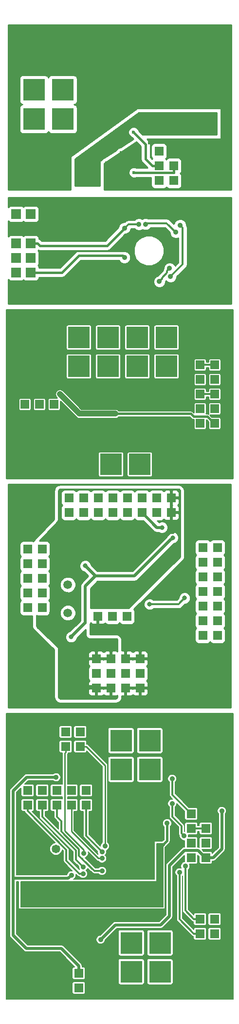
<source format=gbr>
G75*
G71*
%MOMM*%
%OFA0B0*%
%FSLAX53Y53*%
%IPPOS*%
%LPD*%
%ADD13C,0.40000*%
%ADD15C,1.50114*%
%ADD16C,0.30000*%
%ADD23C,0.60000*%
%ADD24C,0.88900*%
%ADD25C,0.50000*%
%ADD30C,0.20000*%
%ADD32R,1.52400X1.52400*%
%ADD37C,0.10000*%
%ADD40C,0.80000*%
%ADD42C,0.15000*%
%ADD46R,3.81000X3.81000*%
%ADD48C,0.25400*%
%ADD51C,1.48082*%
%ADD52R,1.65100X1.65100*%
%ADD55C,0.25000*%
%ADD61C,1.00000*%
%ADD63C,6.00000*%
X0000000Y0000000D02*
G01*
D16*
D46*
X0005160Y0013462D03*
X0010160Y0013462D03*
X0005160Y0018542D03*
X0010160Y0018542D03*
D63*
X0004826Y0045466D03*
X0035306Y0045466D03*
X0004826Y0004826D03*
X0035306Y0004826D03*
D32*
X0035052Y0027432D03*
X0032512Y0027432D03*
X0032512Y0024892D03*
X0035052Y0024892D03*
X0036576Y0011684D03*
X0034036Y0011684D03*
X0036576Y0014224D03*
X0034036Y0014224D03*
X0009144Y0034036D03*
X0009144Y0036576D03*
X0006604Y0034036D03*
X0006604Y0036576D03*
X0011684Y0034036D03*
X0011684Y0036576D03*
X0035052Y0029972D03*
X0032512Y0029972D03*
X0013208Y0044196D03*
X0013208Y0046736D03*
X0010668Y0044196D03*
X0010668Y0046736D03*
X0014224Y0034036D03*
X0014224Y0036576D03*
X0010414Y0002286D03*
X0010414Y0004826D03*
X0012954Y0002286D03*
X0012954Y0004826D03*
X0015494Y0002286D03*
X0015494Y0004826D03*
D51*
X0009002Y0026416D03*
X0007000Y0026416D03*
D32*
X0004064Y0034036D03*
X0004064Y0036576D03*
D46*
X0022098Y0010080D03*
X0022098Y0005080D03*
X0027098Y0010080D03*
X0027098Y0005080D03*
X0020320Y0040212D03*
X0020320Y0045212D03*
X0025320Y0040212D03*
X0025320Y0045212D03*
D32*
X0035052Y0032512D03*
X0032512Y0032512D03*
D24*
X0027178Y0019812D03*
X0028321Y0030861D03*
X0027178Y0026670D03*
X0022098Y0028829D03*
X0022098Y0030071D03*
X0023241Y0027813D03*
X0020701Y0027813D03*
X0020447Y0026035D03*
X0022352Y0025908D03*
X0024130Y0026670D03*
X0024130Y0023622D03*
X0024257Y0021971D03*
X0022606Y0021971D03*
X0020955Y0021971D03*
X0019685Y0021971D03*
X0019685Y0023241D03*
X0021082Y0023241D03*
X0022606Y0023114D03*
X0022606Y0024511D03*
X0021336Y0024638D03*
X0019939Y0024765D03*
X0036318Y0019180D03*
X0038354Y0019177D03*
X0036571Y0031628D03*
X0036449Y0032639D03*
X0005461Y0025273D03*
X0004064Y0025273D03*
X0002921Y0026543D03*
X0012954Y0013462D03*
X0015875Y0013462D03*
X0037846Y0033020D03*
X0011684Y0021844D03*
X0016764Y0010668D03*
X0009017Y0038862D03*
X0017018Y0025908D03*
X0013829Y0025640D03*
X0017529Y0026930D03*
X0017018Y0024765D03*
X0013744Y0023269D03*
X0013716Y0022098D03*
X0017018Y0022606D03*
X0031496Y0023432D03*
X0030480Y0022352D03*
X0029210Y0038608D03*
X0031256Y0028688D03*
X0029210Y0034290D03*
D13*
X0027178Y0026670D02*
X0028321Y0027813D01*
X0028321Y0030232D02*
X0028321Y0030861D01*
X0028321Y0027813D02*
X0028321Y0030232D01*
D48*
X0022098Y0030071D02*
X0022098Y0028829D01*
X0022225Y0028829D02*
X0023241Y0027813D01*
X0022098Y0028829D02*
X0022225Y0028829D01*
X0023241Y0027813D02*
X0020701Y0027813D01*
X0020701Y0026289D02*
X0020447Y0026035D01*
X0020701Y0027813D02*
X0020701Y0026289D01*
X0022225Y0026035D02*
X0022352Y0025908D01*
X0020447Y0026035D02*
X0022225Y0026035D01*
X0024003Y0026797D02*
X0024130Y0026670D01*
X0022352Y0025908D02*
X0024003Y0026797D01*
X0024003Y0023749D02*
X0024130Y0023622D01*
X0024130Y0026670D02*
X0024003Y0023749D01*
X0024130Y0022098D02*
X0024257Y0021971D01*
X0024130Y0023622D02*
X0024130Y0022098D01*
X0022479Y0021971D02*
X0022606Y0021971D01*
X0024257Y0021971D02*
X0022479Y0021971D01*
X0022606Y0021971D02*
X0020955Y0021971D01*
X0020955Y0021971D02*
X0019685Y0021971D01*
X0019685Y0021971D02*
X0019685Y0023241D01*
X0019685Y0023241D02*
X0021082Y0023241D01*
X0022479Y0023241D02*
X0022606Y0023114D01*
X0021082Y0023241D02*
X0022479Y0023241D01*
X0022606Y0023114D02*
X0022606Y0024511D01*
X0021463Y0024511D02*
X0021336Y0024638D01*
X0022606Y0024511D02*
X0021463Y0024511D01*
X0020066Y0024638D02*
X0019939Y0024765D01*
X0021336Y0024638D02*
X0020066Y0024638D01*
D16*
X0038351Y0019180D02*
X0038354Y0019177D01*
X0036318Y0019180D02*
X0038351Y0019180D01*
X0036571Y0032517D02*
X0036449Y0032639D01*
X0036571Y0031628D02*
X0036571Y0032517D01*
X0005461Y0025273D02*
X0004064Y0025273D01*
X0010160Y0013462D02*
X0012954Y0013462D01*
D25*
X0037846Y0026424D02*
X0036314Y0024892D01*
X0036314Y0024892D02*
X0035052Y0024892D01*
X0012954Y0006088D02*
X0009898Y0009144D01*
X0012954Y0004826D02*
X0012954Y0006088D01*
X0009898Y0009144D02*
X0004761Y0009144D01*
X0004761Y0009144D02*
X0003810Y0009144D01*
X0003810Y0009144D02*
X0001524Y0011430D01*
X0001524Y0011430D02*
X0001524Y0020649D01*
X0011150Y0021310D02*
X0011684Y0021844D01*
X0001524Y0021310D02*
X0011150Y0021310D01*
X0001524Y0020649D02*
X0001524Y0021310D01*
X0031347Y0026158D02*
X0028702Y0023513D01*
X0033677Y0026158D02*
X0031347Y0026158D01*
X0035052Y0024783D02*
X0033677Y0026158D01*
X0035052Y0024892D02*
X0035052Y0024783D01*
X0028702Y0023513D02*
X0028702Y0014732D01*
X0028702Y0014732D02*
X0027178Y0013208D01*
X0019304Y0013208D02*
X0016764Y0010668D01*
X0027178Y0013208D02*
X0019304Y0013208D01*
X0001524Y0021310D02*
X0001524Y0036467D01*
X0003919Y0038862D02*
X0003677Y0038620D01*
X0009017Y0038862D02*
X0003919Y0038862D01*
X0001524Y0036467D02*
X0003677Y0038620D01*
X0037846Y0029967D02*
X0037846Y0026424D01*
X0037846Y0033020D02*
X0037846Y0029967D01*
D16*
X0032512Y0029972D02*
X0035052Y0029972D01*
X0017018Y0025908D02*
X0014224Y0028702D01*
X0014224Y0028702D02*
X0014224Y0034036D01*
D48*
X0010541Y0029557D02*
X0010541Y0043053D01*
X0010541Y0043053D02*
X0010668Y0043180D01*
X0010668Y0043180D02*
X0010668Y0044196D01*
X0013829Y0025640D02*
X0013829Y0026269D01*
X0013829Y0026269D02*
X0010541Y0029557D01*
X0010541Y0044069D02*
X0010668Y0044196D01*
X0017529Y0026930D02*
X0017529Y0040891D01*
X0017529Y0040891D02*
X0014224Y0044196D01*
X0014224Y0044196D02*
X0013208Y0044196D01*
X0017018Y0024765D02*
X0016389Y0024765D01*
X0016389Y0024765D02*
X0011684Y0029470D01*
X0011684Y0029470D02*
X0011684Y0033020D01*
X0011684Y0033020D02*
X0011684Y0034036D01*
D16*
X0013744Y0023269D02*
X0012427Y0024587D01*
X0012427Y0024587D02*
X0012427Y0026137D01*
X0012427Y0026137D02*
X0006604Y0031960D01*
X0006604Y0031960D02*
X0006604Y0032974D01*
X0006604Y0032974D02*
X0006604Y0034036D01*
X0013716Y0022098D02*
X0013087Y0022098D01*
X0013087Y0022098D02*
X0010795Y0024390D01*
X0010795Y0024390D02*
X0010795Y0026243D01*
X0010795Y0026243D02*
X0004064Y0032974D01*
X0004064Y0032974D02*
X0004064Y0034036D01*
X0009144Y0034036D02*
X0009144Y0032974D01*
X0009144Y0032974D02*
X0009144Y0032004D01*
X0013686Y0024584D02*
X0013560Y0024710D01*
X0015664Y0022606D02*
X0013686Y0024584D01*
X0012981Y0026367D02*
X0009929Y0029418D01*
X0013686Y0024584D02*
X0013630Y0024584D01*
X0013630Y0024584D02*
X0012981Y0025233D01*
X0012981Y0025233D02*
X0012981Y0026367D01*
X0009929Y0029418D02*
X0009929Y0031219D01*
X0009929Y0031219D02*
X0009144Y0032004D01*
D48*
X0009906Y0031242D02*
X0009906Y0029474D01*
X0009906Y0029474D02*
X0013004Y0026376D01*
X0013004Y0026376D02*
X0013004Y0025266D01*
X0013004Y0025266D02*
X0013560Y0024710D01*
X0009906Y0031242D02*
X0009144Y0032004D01*
D16*
X0017018Y0022606D02*
X0015664Y0022606D01*
X0032974Y0014224D02*
X0034036Y0014224D01*
X0031496Y0015702D02*
X0032974Y0014224D01*
X0031496Y0023432D02*
X0031496Y0015702D01*
X0032974Y0011684D02*
X0034036Y0011684D01*
X0030480Y0014178D02*
X0032974Y0011684D01*
X0030480Y0022352D02*
X0030480Y0014178D01*
X0029210Y0035814D02*
X0032512Y0032512D01*
X0029210Y0038608D02*
X0029210Y0035814D01*
X0030812Y0029132D02*
X0030812Y0030402D01*
X0031256Y0028688D02*
X0030812Y0029132D01*
X0029210Y0032004D02*
X0029210Y0034290D01*
X0030812Y0030402D02*
X0029210Y0032004D01*
D30*
G36*
X0027586Y0027332D02*
X0027586Y0019050D01*
X0027586Y0016356D01*
X0002894Y0016356D01*
X0002894Y0020706D01*
X0011150Y0020706D01*
X0011260Y0020728D01*
X0025654Y0020728D01*
X0026516Y0020728D01*
X0026516Y0027332D01*
X0027586Y0027332D01*
X0027586Y0027332D01*
G37*
X0027586Y0027332D02*
X0027586Y0019050D01*
X0027586Y0016356D01*
X0002894Y0016356D01*
X0002894Y0020706D01*
X0011150Y0020706D01*
X0011260Y0020728D01*
X0025654Y0020728D01*
X0026516Y0020728D01*
X0026516Y0027332D01*
X0027586Y0027332D01*
G36*
X0039782Y0049942D02*
X0039782Y0047859D01*
X0013970Y0047859D01*
X0012446Y0047859D01*
X0011430Y0047859D01*
X0009906Y0047859D01*
X0009771Y0047833D01*
X0009652Y0047755D01*
X0009573Y0047637D01*
X0009545Y0047498D01*
X0009545Y0045974D01*
X0009571Y0045839D01*
X0009649Y0045720D01*
X0009767Y0045641D01*
X0009906Y0045613D01*
X0011430Y0045613D01*
X0011565Y0045639D01*
X0011684Y0045717D01*
X0011763Y0045835D01*
X0011791Y0045974D01*
X0011791Y0047498D01*
X0011765Y0047633D01*
X0011687Y0047752D01*
X0011569Y0047831D01*
X0011430Y0047859D01*
X0012446Y0047859D01*
X0012311Y0047833D01*
X0012192Y0047755D01*
X0012113Y0047637D01*
X0012085Y0047498D01*
X0012085Y0045974D01*
X0012111Y0045839D01*
X0012189Y0045720D01*
X0012307Y0045641D01*
X0012446Y0045613D01*
X0013970Y0045613D01*
X0014105Y0045639D01*
X0014224Y0045717D01*
X0014303Y0045835D01*
X0014331Y0045974D01*
X0014331Y0047498D01*
X0014305Y0047633D01*
X0014227Y0047752D01*
X0014109Y0047831D01*
X0013970Y0047859D01*
X0039782Y0047859D01*
X0039782Y0047478D01*
X0027225Y0047478D01*
X0023415Y0047478D01*
X0022225Y0047478D01*
X0018415Y0047478D01*
X0018280Y0047452D01*
X0018161Y0047374D01*
X0018082Y0047256D01*
X0018054Y0047117D01*
X0018054Y0045319D01*
X0013970Y0045319D01*
X0012446Y0045319D01*
X0012311Y0045293D01*
X0012192Y0045215D01*
X0012113Y0045097D01*
X0012085Y0044958D01*
X0012085Y0043434D01*
X0012111Y0043299D01*
X0012189Y0043180D01*
X0012307Y0043101D01*
X0012446Y0043073D01*
X0013970Y0043073D01*
X0014105Y0043099D01*
X0014224Y0043177D01*
X0014303Y0043295D01*
X0014327Y0043413D01*
X0017048Y0040692D01*
X0017048Y0037699D01*
X0014986Y0037699D01*
X0013462Y0037699D01*
X0013327Y0037673D01*
X0013208Y0037595D01*
X0013129Y0037477D01*
X0013101Y0037338D01*
X0013101Y0035814D01*
X0013127Y0035679D01*
X0013205Y0035560D01*
X0013323Y0035481D01*
X0013462Y0035453D01*
X0014986Y0035453D01*
X0015121Y0035479D01*
X0015240Y0035557D01*
X0015319Y0035675D01*
X0015347Y0035814D01*
X0015347Y0037338D01*
X0015321Y0037473D01*
X0015243Y0037592D01*
X0015125Y0037671D01*
X0014986Y0037699D01*
X0017048Y0037699D01*
X0017048Y0027578D01*
X0016853Y0027383D01*
X0016731Y0027090D01*
X0016731Y0026908D01*
X0014728Y0028911D01*
X0014728Y0032913D01*
X0014986Y0032913D01*
X0015121Y0032939D01*
X0015240Y0033017D01*
X0015319Y0033135D01*
X0015347Y0033274D01*
X0015347Y0034798D01*
X0015321Y0034933D01*
X0015243Y0035052D01*
X0015125Y0035131D01*
X0014986Y0035159D01*
X0013462Y0035159D01*
X0013327Y0035133D01*
X0013208Y0035055D01*
X0013129Y0034937D01*
X0013101Y0034798D01*
X0013101Y0033274D01*
X0013127Y0033139D01*
X0013205Y0033020D01*
X0013323Y0032941D01*
X0013462Y0032913D01*
X0013720Y0032913D01*
X0013720Y0028702D01*
X0013758Y0028509D01*
X0013868Y0028346D01*
X0016220Y0025994D01*
X0016219Y0025750D01*
X0016314Y0025520D01*
X0012165Y0029670D01*
X0012165Y0032913D01*
X0012446Y0032913D01*
X0012581Y0032939D01*
X0012700Y0033017D01*
X0012779Y0033135D01*
X0012807Y0033274D01*
X0012807Y0034798D01*
X0012781Y0034933D01*
X0012703Y0035052D01*
X0012585Y0035131D01*
X0012446Y0035159D01*
X0011022Y0035159D01*
X0011022Y0035453D01*
X0012446Y0035453D01*
X0012581Y0035479D01*
X0012700Y0035557D01*
X0012779Y0035675D01*
X0012807Y0035814D01*
X0012807Y0037338D01*
X0012781Y0037473D01*
X0012703Y0037592D01*
X0012585Y0037671D01*
X0012446Y0037699D01*
X0011022Y0037699D01*
X0011022Y0042861D01*
X0011022Y0042861D01*
X0011112Y0042996D01*
X0011112Y0042996D01*
X0011128Y0043073D01*
X0011430Y0043073D01*
X0011565Y0043099D01*
X0011684Y0043177D01*
X0011763Y0043295D01*
X0011791Y0043434D01*
X0011791Y0044958D01*
X0011765Y0045093D01*
X0011687Y0045212D01*
X0011569Y0045291D01*
X0011430Y0045319D01*
X0009906Y0045319D01*
X0009771Y0045293D01*
X0009652Y0045215D01*
X0009573Y0045097D01*
X0009545Y0044958D01*
X0009545Y0043434D01*
X0009571Y0043299D01*
X0009649Y0043180D01*
X0009767Y0043101D01*
X0009906Y0043073D01*
X0010064Y0043073D01*
X0010060Y0043053D01*
X0010060Y0037661D01*
X0010045Y0037671D01*
X0009906Y0037699D01*
X0008382Y0037699D01*
X0007366Y0037699D01*
X0005842Y0037699D01*
X0005707Y0037673D01*
X0005588Y0037595D01*
X0005509Y0037477D01*
X0005481Y0037338D01*
X0005481Y0035814D01*
X0005507Y0035679D01*
X0005585Y0035560D01*
X0005703Y0035481D01*
X0005842Y0035453D01*
X0007366Y0035453D01*
X0007501Y0035479D01*
X0007620Y0035557D01*
X0007699Y0035675D01*
X0007727Y0035814D01*
X0007727Y0037338D01*
X0007701Y0037473D01*
X0007623Y0037592D01*
X0007505Y0037671D01*
X0007366Y0037699D01*
X0008382Y0037699D01*
X0008247Y0037673D01*
X0008128Y0037595D01*
X0008049Y0037477D01*
X0008021Y0037338D01*
X0008021Y0035814D01*
X0008047Y0035679D01*
X0008125Y0035560D01*
X0008243Y0035481D01*
X0008382Y0035453D01*
X0009906Y0035453D01*
X0010041Y0035479D01*
X0010060Y0035492D01*
X0010060Y0035121D01*
X0010045Y0035131D01*
X0009906Y0035159D01*
X0008382Y0035159D01*
X0008247Y0035133D01*
X0008128Y0035055D01*
X0008049Y0034937D01*
X0008021Y0034798D01*
X0008021Y0033274D01*
X0008047Y0033139D01*
X0008125Y0033020D01*
X0008243Y0032941D01*
X0008382Y0032913D01*
X0008640Y0032913D01*
X0008640Y0032004D01*
X0008640Y0032004D01*
X0008678Y0031811D01*
X0008788Y0031648D01*
X0009425Y0031010D01*
X0009425Y0029852D01*
X0007108Y0032169D01*
X0007108Y0032913D01*
X0007366Y0032913D01*
X0007501Y0032939D01*
X0007620Y0033017D01*
X0007699Y0033135D01*
X0007727Y0033274D01*
X0007727Y0034798D01*
X0007701Y0034933D01*
X0007623Y0035052D01*
X0007505Y0035131D01*
X0007366Y0035159D01*
X0005842Y0035159D01*
X0005707Y0035133D01*
X0005588Y0035055D01*
X0005509Y0034937D01*
X0005481Y0034798D01*
X0005481Y0033274D01*
X0005507Y0033139D01*
X0005585Y0033020D01*
X0005703Y0032941D01*
X0005842Y0032913D01*
X0006100Y0032913D01*
X0006100Y0031960D01*
X0006138Y0031767D01*
X0006248Y0031604D01*
X0011923Y0025928D01*
X0011923Y0024587D01*
X0011923Y0024587D01*
X0011961Y0024394D01*
X0012070Y0024231D01*
X0012946Y0023355D01*
X0012946Y0023111D01*
X0013058Y0022840D01*
X0011299Y0024599D01*
X0011299Y0026243D01*
X0011261Y0026436D01*
X0011261Y0026436D01*
X0011151Y0026599D01*
X0004836Y0032915D01*
X0004961Y0032939D01*
X0005080Y0033017D01*
X0005159Y0033135D01*
X0005187Y0033274D01*
X0005187Y0034798D01*
X0005161Y0034933D01*
X0005083Y0035052D01*
X0004965Y0035131D01*
X0004826Y0035159D01*
X0003302Y0035159D01*
X0003167Y0035133D01*
X0003048Y0035055D01*
X0002969Y0034937D01*
X0002941Y0034798D01*
X0002941Y0033274D01*
X0002967Y0033139D01*
X0003045Y0033020D01*
X0003163Y0032941D01*
X0003302Y0032913D01*
X0003572Y0032913D01*
X0003598Y0032781D01*
X0003708Y0032618D01*
X0003708Y0032618D01*
X0008815Y0027511D01*
X0008785Y0027511D01*
X0008383Y0027344D01*
X0008075Y0027037D01*
X0007908Y0026635D01*
X0007907Y0026199D01*
X0008073Y0025797D01*
X0008381Y0025489D01*
X0008783Y0025322D01*
X0009218Y0025321D01*
X0009621Y0025488D01*
X0009929Y0025795D01*
X0010096Y0026197D01*
X0010096Y0026229D01*
X0010291Y0026034D01*
X0010291Y0024390D01*
X0010329Y0024198D01*
X0010439Y0024034D01*
X0011830Y0022642D01*
X0011526Y0022643D01*
X0011232Y0022521D01*
X0011007Y0022297D01*
X0010886Y0022004D01*
X0010886Y0021914D01*
X0002128Y0021914D01*
X0002128Y0036217D01*
X0002941Y0037030D01*
X0002941Y0035814D01*
X0002967Y0035679D01*
X0003045Y0035560D01*
X0003163Y0035481D01*
X0003302Y0035453D01*
X0004826Y0035453D01*
X0004961Y0035479D01*
X0005080Y0035557D01*
X0005159Y0035675D01*
X0005187Y0035814D01*
X0005187Y0037338D01*
X0005161Y0037473D01*
X0005083Y0037592D01*
X0004965Y0037671D01*
X0004826Y0037699D01*
X0003610Y0037699D01*
X0004104Y0038193D01*
X0004104Y0038193D01*
X0004104Y0038193D01*
X0004169Y0038258D01*
X0008492Y0038258D01*
X0008564Y0038185D01*
X0008857Y0038064D01*
X0009175Y0038063D01*
X0009469Y0038185D01*
X0009694Y0038409D01*
X0009815Y0038702D01*
X0009816Y0039020D01*
X0009694Y0039314D01*
X0009470Y0039539D01*
X0009177Y0039660D01*
X0008859Y0039661D01*
X0008565Y0039539D01*
X0008492Y0039466D01*
X0003919Y0039466D01*
X0003688Y0039420D01*
X0003688Y0039420D01*
X0003609Y0039368D01*
X0003492Y0039289D01*
X0003250Y0039047D01*
X0003250Y0039047D01*
X0003250Y0039047D01*
X0001097Y0036894D01*
X0000966Y0036698D01*
X0000920Y0036467D01*
X0000920Y0021310D01*
X0000920Y0020649D01*
X0000920Y0011430D01*
X0000966Y0011199D01*
X0001097Y0011003D01*
X0003383Y0008717D01*
X0003579Y0008586D01*
X0003810Y0008540D01*
X0004761Y0008540D01*
X0009648Y0008540D01*
X0012239Y0005949D01*
X0012192Y0005949D01*
X0012057Y0005923D01*
X0011938Y0005845D01*
X0011859Y0005727D01*
X0011831Y0005588D01*
X0011831Y0004064D01*
X0011857Y0003929D01*
X0011935Y0003810D01*
X0012053Y0003731D01*
X0012192Y0003703D01*
X0013716Y0003703D01*
X0013851Y0003729D01*
X0013970Y0003807D01*
X0014049Y0003925D01*
X0014077Y0004064D01*
X0014077Y0005588D01*
X0014051Y0005723D01*
X0013973Y0005842D01*
X0013855Y0005921D01*
X0013716Y0005949D01*
X0013558Y0005949D01*
X0013558Y0006088D01*
X0013558Y0006088D01*
X0013512Y0006319D01*
X0013512Y0006319D01*
X0013381Y0006515D01*
X0010325Y0009571D01*
X0010325Y0009571D01*
X0010208Y0009650D01*
X0010129Y0009702D01*
X0010129Y0009702D01*
X0009898Y0009748D01*
X0004761Y0009748D01*
X0004060Y0009748D01*
X0002128Y0011680D01*
X0002128Y0020649D01*
X0002128Y0020706D01*
X0002494Y0020706D01*
X0002494Y0015956D01*
X0027986Y0015956D01*
X0027986Y0019050D01*
X0027986Y0026695D01*
X0028713Y0027421D01*
X0028833Y0027601D01*
X0028833Y0027601D01*
X0028875Y0027813D01*
X0028875Y0030232D01*
X0028875Y0030286D01*
X0028998Y0030408D01*
X0029119Y0030701D01*
X0029120Y0031019D01*
X0028998Y0031313D01*
X0028774Y0031538D01*
X0028481Y0031659D01*
X0028163Y0031660D01*
X0027869Y0031538D01*
X0027644Y0031314D01*
X0027523Y0031021D01*
X0027522Y0030703D01*
X0027644Y0030409D01*
X0027767Y0030286D01*
X0027767Y0030232D01*
X0027767Y0028042D01*
X0027457Y0027732D01*
X0026116Y0027732D01*
X0026116Y0021128D01*
X0025654Y0021128D01*
X0012042Y0021128D01*
X0012136Y0021167D01*
X0012361Y0021391D01*
X0012482Y0021684D01*
X0012483Y0021990D01*
X0012731Y0021742D01*
X0012895Y0021632D01*
X0013087Y0021594D01*
X0013091Y0021594D01*
X0013263Y0021421D01*
X0013556Y0021300D01*
X0013874Y0021299D01*
X0014168Y0021421D01*
X0014393Y0021645D01*
X0014514Y0021938D01*
X0014515Y0022256D01*
X0014393Y0022550D01*
X0014274Y0022670D01*
X0014421Y0022817D01*
X0014515Y0023042D01*
X0015307Y0022250D01*
X0015471Y0022140D01*
X0015664Y0022102D01*
X0016393Y0022102D01*
X0016565Y0021929D01*
X0016858Y0021808D01*
X0017176Y0021807D01*
X0017470Y0021929D01*
X0017695Y0022153D01*
X0017816Y0022446D01*
X0017817Y0022764D01*
X0017695Y0023058D01*
X0017471Y0023283D01*
X0017178Y0023404D01*
X0016860Y0023405D01*
X0016566Y0023283D01*
X0016393Y0023110D01*
X0015873Y0023110D01*
X0014096Y0024887D01*
X0014281Y0024963D01*
X0014506Y0025187D01*
X0014628Y0025481D01*
X0014628Y0025799D01*
X0014594Y0025880D01*
X0016049Y0024425D01*
X0016205Y0024321D01*
X0016365Y0024289D01*
X0016565Y0024088D01*
X0016858Y0023967D01*
X0017176Y0023966D01*
X0017470Y0024088D01*
X0017695Y0024312D01*
X0017816Y0024605D01*
X0017817Y0024923D01*
X0017695Y0025217D01*
X0017576Y0025337D01*
X0017695Y0025455D01*
X0017816Y0025748D01*
X0017817Y0026066D01*
X0017775Y0026168D01*
X0017981Y0026253D01*
X0018206Y0026477D01*
X0018328Y0026771D01*
X0018328Y0027088D01*
X0018206Y0027382D01*
X0018010Y0027579D01*
X0018010Y0040891D01*
X0018010Y0040891D01*
X0017974Y0041075D01*
X0017869Y0041231D01*
X0014564Y0044536D01*
X0014564Y0044536D01*
X0014408Y0044640D01*
X0014408Y0044640D01*
X0014331Y0044656D01*
X0014331Y0044958D01*
X0014305Y0045093D01*
X0014227Y0045212D01*
X0014109Y0045291D01*
X0013970Y0045319D01*
X0018054Y0045319D01*
X0018054Y0043307D01*
X0018080Y0043172D01*
X0018158Y0043053D01*
X0018276Y0042974D01*
X0018415Y0042946D01*
X0022225Y0042946D01*
X0022360Y0042972D01*
X0022479Y0043050D01*
X0022558Y0043168D01*
X0022586Y0043307D01*
X0022586Y0047117D01*
X0022560Y0047252D01*
X0022482Y0047371D01*
X0022364Y0047450D01*
X0022225Y0047478D01*
X0023415Y0047478D01*
X0023280Y0047452D01*
X0023161Y0047374D01*
X0023082Y0047256D01*
X0023054Y0047117D01*
X0023054Y0043307D01*
X0023080Y0043172D01*
X0023158Y0043053D01*
X0023276Y0042974D01*
X0023415Y0042946D01*
X0027225Y0042946D01*
X0027360Y0042972D01*
X0027479Y0043050D01*
X0027558Y0043168D01*
X0027586Y0043307D01*
X0027586Y0047117D01*
X0027560Y0047252D01*
X0027482Y0047371D01*
X0027364Y0047450D01*
X0027225Y0047478D01*
X0039782Y0047478D01*
X0039782Y0042478D01*
X0027225Y0042478D01*
X0023415Y0042478D01*
X0022225Y0042478D01*
X0018415Y0042478D01*
X0018280Y0042452D01*
X0018161Y0042374D01*
X0018082Y0042256D01*
X0018054Y0042117D01*
X0018054Y0038307D01*
X0018080Y0038172D01*
X0018158Y0038053D01*
X0018276Y0037974D01*
X0018415Y0037946D01*
X0022225Y0037946D01*
X0022360Y0037972D01*
X0022479Y0038050D01*
X0022558Y0038168D01*
X0022586Y0038307D01*
X0022586Y0042117D01*
X0022560Y0042252D01*
X0022482Y0042371D01*
X0022364Y0042450D01*
X0022225Y0042478D01*
X0023415Y0042478D01*
X0023280Y0042452D01*
X0023161Y0042374D01*
X0023082Y0042256D01*
X0023054Y0042117D01*
X0023054Y0038307D01*
X0023080Y0038172D01*
X0023158Y0038053D01*
X0023276Y0037974D01*
X0023415Y0037946D01*
X0027225Y0037946D01*
X0027360Y0037972D01*
X0027479Y0038050D01*
X0027558Y0038168D01*
X0027586Y0038307D01*
X0027586Y0042117D01*
X0027560Y0042252D01*
X0027482Y0042371D01*
X0027364Y0042450D01*
X0027225Y0042478D01*
X0039782Y0042478D01*
X0039782Y0039407D01*
X0029052Y0039407D01*
X0028758Y0039285D01*
X0028533Y0039061D01*
X0028412Y0038768D01*
X0028411Y0038450D01*
X0028533Y0038156D01*
X0028706Y0037983D01*
X0028706Y0035814D01*
X0028744Y0035621D01*
X0028854Y0035458D01*
X0029223Y0035088D01*
X0029052Y0035089D01*
X0028758Y0034967D01*
X0028533Y0034743D01*
X0028412Y0034450D01*
X0028411Y0034132D01*
X0028533Y0033838D01*
X0028706Y0033665D01*
X0028706Y0032004D01*
X0028706Y0032004D01*
X0028744Y0031811D01*
X0028854Y0031648D01*
X0030308Y0030194D01*
X0030308Y0029132D01*
X0030308Y0029132D01*
X0030346Y0028940D01*
X0030455Y0028776D01*
X0030455Y0028776D01*
X0030458Y0028774D01*
X0030457Y0028530D01*
X0030579Y0028236D01*
X0030803Y0028011D01*
X0031097Y0027890D01*
X0031389Y0027889D01*
X0031389Y0026762D01*
X0031347Y0026762D01*
X0031116Y0026716D01*
X0031116Y0026716D01*
X0031037Y0026664D01*
X0030920Y0026585D01*
X0028275Y0023940D01*
X0028144Y0023744D01*
X0028098Y0023513D01*
X0028098Y0014982D01*
X0026928Y0013812D01*
X0019304Y0013812D01*
X0019073Y0013766D01*
X0018877Y0013635D01*
X0018877Y0013635D01*
X0016708Y0011467D01*
X0016606Y0011467D01*
X0016312Y0011345D01*
X0016087Y0011121D01*
X0015966Y0010828D01*
X0015965Y0010510D01*
X0016087Y0010216D01*
X0016311Y0009991D01*
X0016604Y0009870D01*
X0016922Y0009869D01*
X0017216Y0009991D01*
X0017441Y0010215D01*
X0017562Y0010508D01*
X0017562Y0010612D01*
X0019554Y0012604D01*
X0027178Y0012604D01*
X0027409Y0012650D01*
X0027605Y0012781D01*
X0029129Y0014305D01*
X0029129Y0014305D01*
X0029260Y0014501D01*
X0029306Y0014732D01*
X0029306Y0023263D01*
X0031389Y0025346D01*
X0031389Y0024230D01*
X0031338Y0024230D01*
X0031044Y0024109D01*
X0030819Y0023884D01*
X0030698Y0023591D01*
X0030697Y0023273D01*
X0030771Y0023096D01*
X0030640Y0023150D01*
X0030322Y0023151D01*
X0030028Y0023029D01*
X0029803Y0022805D01*
X0029682Y0022512D01*
X0029681Y0022194D01*
X0029803Y0021900D01*
X0029976Y0021727D01*
X0029976Y0014178D01*
X0029976Y0014178D01*
X0030014Y0013985D01*
X0030124Y0013822D01*
X0031599Y0012346D01*
X0029003Y0012346D01*
X0025193Y0012346D01*
X0024003Y0012346D01*
X0020193Y0012346D01*
X0020058Y0012320D01*
X0019939Y0012242D01*
X0019860Y0012124D01*
X0019832Y0011985D01*
X0019832Y0008175D01*
X0019858Y0008040D01*
X0019936Y0007921D01*
X0020054Y0007842D01*
X0020193Y0007814D01*
X0024003Y0007814D01*
X0024138Y0007840D01*
X0024257Y0007918D01*
X0024336Y0008036D01*
X0024364Y0008175D01*
X0024364Y0011985D01*
X0024338Y0012120D01*
X0024260Y0012239D01*
X0024142Y0012318D01*
X0024003Y0012346D01*
X0025193Y0012346D01*
X0025058Y0012320D01*
X0024939Y0012242D01*
X0024860Y0012124D01*
X0024832Y0011985D01*
X0024832Y0008175D01*
X0024858Y0008040D01*
X0024936Y0007921D01*
X0025054Y0007842D01*
X0025193Y0007814D01*
X0029003Y0007814D01*
X0029138Y0007840D01*
X0029257Y0007918D01*
X0029336Y0008036D01*
X0029364Y0008175D01*
X0029364Y0011985D01*
X0029338Y0012120D01*
X0029260Y0012239D01*
X0029142Y0012318D01*
X0029003Y0012346D01*
X0031599Y0012346D01*
X0032618Y0011328D01*
X0032781Y0011218D01*
X0032913Y0011192D01*
X0032913Y0010922D01*
X0032939Y0010787D01*
X0033017Y0010668D01*
X0033135Y0010589D01*
X0033274Y0010561D01*
X0034798Y0010561D01*
X0034933Y0010587D01*
X0035052Y0010665D01*
X0035131Y0010783D01*
X0035159Y0010922D01*
X0035159Y0012446D01*
X0035133Y0012581D01*
X0035055Y0012700D01*
X0034937Y0012779D01*
X0034798Y0012807D01*
X0033274Y0012807D01*
X0033139Y0012781D01*
X0033020Y0012703D01*
X0032941Y0012585D01*
X0032915Y0012456D01*
X0030984Y0014387D01*
X0030984Y0021727D01*
X0030992Y0021735D01*
X0030992Y0015702D01*
X0030992Y0015702D01*
X0031030Y0015509D01*
X0031140Y0015346D01*
X0032618Y0013868D01*
X0032781Y0013758D01*
X0032913Y0013732D01*
X0032913Y0013462D01*
X0032939Y0013327D01*
X0033017Y0013208D01*
X0033135Y0013129D01*
X0033274Y0013101D01*
X0034798Y0013101D01*
X0034933Y0013127D01*
X0035052Y0013205D01*
X0035131Y0013323D01*
X0035159Y0013462D01*
X0035159Y0014986D01*
X0035133Y0015121D01*
X0035055Y0015240D01*
X0034937Y0015319D01*
X0034798Y0015347D01*
X0033274Y0015347D01*
X0033139Y0015321D01*
X0033020Y0015243D01*
X0032941Y0015125D01*
X0032915Y0014996D01*
X0032000Y0015911D01*
X0032000Y0022806D01*
X0032173Y0022979D01*
X0032294Y0023272D01*
X0032295Y0023590D01*
X0032221Y0023769D01*
X0033274Y0023769D01*
X0033409Y0023795D01*
X0033528Y0023873D01*
X0033607Y0023991D01*
X0033635Y0024130D01*
X0033635Y0025346D01*
X0033929Y0025052D01*
X0033929Y0024130D01*
X0033955Y0023995D01*
X0034033Y0023876D01*
X0034151Y0023797D01*
X0034290Y0023769D01*
X0035814Y0023769D01*
X0035949Y0023795D01*
X0036068Y0023873D01*
X0036147Y0023991D01*
X0036175Y0024130D01*
X0036175Y0024288D01*
X0036314Y0024288D01*
X0036545Y0024334D01*
X0036741Y0024465D01*
X0038273Y0025997D01*
X0038273Y0025997D01*
X0038404Y0026193D01*
X0038450Y0026424D01*
X0038450Y0029967D01*
X0038450Y0032495D01*
X0038523Y0032567D01*
X0038644Y0032860D01*
X0038645Y0033178D01*
X0038523Y0033472D01*
X0038299Y0033697D01*
X0038006Y0033818D01*
X0037688Y0033819D01*
X0037394Y0033697D01*
X0037169Y0033473D01*
X0037048Y0033180D01*
X0037047Y0032862D01*
X0037169Y0032568D01*
X0037242Y0032495D01*
X0037242Y0029967D01*
X0037242Y0026674D01*
X0036175Y0025607D01*
X0036175Y0025654D01*
X0036149Y0025789D01*
X0036071Y0025908D01*
X0035953Y0025987D01*
X0035814Y0026015D01*
X0034674Y0026015D01*
X0034380Y0026309D01*
X0035814Y0026309D01*
X0035949Y0026335D01*
X0036068Y0026413D01*
X0036147Y0026531D01*
X0036175Y0026670D01*
X0036175Y0028194D01*
X0036149Y0028329D01*
X0036071Y0028448D01*
X0035953Y0028527D01*
X0035814Y0028555D01*
X0034290Y0028555D01*
X0034155Y0028529D01*
X0034036Y0028451D01*
X0033957Y0028333D01*
X0033929Y0028194D01*
X0033929Y0026702D01*
X0033908Y0026716D01*
X0033677Y0026762D01*
X0033677Y0026762D01*
X0033635Y0026762D01*
X0033635Y0028194D01*
X0033609Y0028329D01*
X0033531Y0028448D01*
X0033413Y0028527D01*
X0033274Y0028555D01*
X0032054Y0028555D01*
X0032055Y0028846D01*
X0032053Y0028849D01*
X0033274Y0028849D01*
X0033409Y0028875D01*
X0033528Y0028953D01*
X0033607Y0029071D01*
X0033635Y0029210D01*
X0033635Y0029468D01*
X0033929Y0029468D01*
X0033929Y0029210D01*
X0033955Y0029075D01*
X0034033Y0028956D01*
X0034151Y0028877D01*
X0034290Y0028849D01*
X0035814Y0028849D01*
X0035949Y0028875D01*
X0036068Y0028953D01*
X0036147Y0029071D01*
X0036175Y0029210D01*
X0036175Y0030734D01*
X0036149Y0030869D01*
X0036071Y0030988D01*
X0035953Y0031067D01*
X0035814Y0031095D01*
X0034290Y0031095D01*
X0034155Y0031069D01*
X0034036Y0030991D01*
X0033957Y0030873D01*
X0033929Y0030734D01*
X0033929Y0030476D01*
X0033635Y0030476D01*
X0033635Y0030734D01*
X0033609Y0030869D01*
X0033531Y0030988D01*
X0033413Y0031067D01*
X0033274Y0031095D01*
X0031750Y0031095D01*
X0031615Y0031069D01*
X0031496Y0030991D01*
X0031417Y0030873D01*
X0031389Y0030734D01*
X0031389Y0029486D01*
X0031316Y0029486D01*
X0031316Y0030402D01*
X0031277Y0030595D01*
X0031277Y0030595D01*
X0031168Y0030759D01*
X0029714Y0032213D01*
X0029714Y0033665D01*
X0029887Y0033837D01*
X0030008Y0034130D01*
X0030009Y0034303D01*
X0031389Y0032922D01*
X0031389Y0031750D01*
X0031415Y0031615D01*
X0031493Y0031496D01*
X0031611Y0031417D01*
X0031750Y0031389D01*
X0033274Y0031389D01*
X0033409Y0031415D01*
X0033528Y0031493D01*
X0033607Y0031611D01*
X0033635Y0031750D01*
X0033635Y0033274D01*
X0033609Y0033409D01*
X0033531Y0033528D01*
X0033413Y0033607D01*
X0033274Y0033635D01*
X0032102Y0033635D01*
X0029714Y0036023D01*
X0029714Y0037983D01*
X0029887Y0038155D01*
X0030008Y0038448D01*
X0030009Y0038766D01*
X0029887Y0039060D01*
X0029663Y0039285D01*
X0029370Y0039406D01*
X0029052Y0039407D01*
X0039782Y0039407D01*
X0039782Y0015347D01*
X0037338Y0015347D01*
X0035814Y0015347D01*
X0035679Y0015321D01*
X0035560Y0015243D01*
X0035481Y0015125D01*
X0035453Y0014986D01*
X0035453Y0013462D01*
X0035479Y0013327D01*
X0035557Y0013208D01*
X0035675Y0013129D01*
X0035814Y0013101D01*
X0037338Y0013101D01*
X0037473Y0013127D01*
X0037592Y0013205D01*
X0037671Y0013323D01*
X0037699Y0013462D01*
X0037699Y0014986D01*
X0037673Y0015121D01*
X0037595Y0015240D01*
X0037477Y0015319D01*
X0037338Y0015347D01*
X0039782Y0015347D01*
X0039782Y0012807D01*
X0037338Y0012807D01*
X0035814Y0012807D01*
X0035679Y0012781D01*
X0035560Y0012703D01*
X0035481Y0012585D01*
X0035453Y0012446D01*
X0035453Y0010922D01*
X0035479Y0010787D01*
X0035557Y0010668D01*
X0035675Y0010589D01*
X0035814Y0010561D01*
X0037338Y0010561D01*
X0037473Y0010587D01*
X0037592Y0010665D01*
X0037671Y0010783D01*
X0037699Y0010922D01*
X0037699Y0012446D01*
X0037673Y0012581D01*
X0037595Y0012700D01*
X0037477Y0012779D01*
X0037338Y0012807D01*
X0039782Y0012807D01*
X0039782Y0007346D01*
X0029003Y0007346D01*
X0025193Y0007346D01*
X0024003Y0007346D01*
X0020193Y0007346D01*
X0020058Y0007320D01*
X0019939Y0007242D01*
X0019860Y0007124D01*
X0019832Y0006985D01*
X0019832Y0003409D01*
X0013716Y0003409D01*
X0012192Y0003409D01*
X0012057Y0003383D01*
X0011938Y0003305D01*
X0011859Y0003187D01*
X0011831Y0003048D01*
X0011831Y0001524D01*
X0011857Y0001389D01*
X0011935Y0001270D01*
X0012053Y0001191D01*
X0012192Y0001163D01*
X0013716Y0001163D01*
X0013851Y0001189D01*
X0013970Y0001267D01*
X0014049Y0001385D01*
X0014077Y0001524D01*
X0014077Y0003048D01*
X0014051Y0003183D01*
X0013973Y0003302D01*
X0013855Y0003381D01*
X0013716Y0003409D01*
X0019832Y0003409D01*
X0019832Y0003175D01*
X0019858Y0003040D01*
X0019936Y0002921D01*
X0020054Y0002842D01*
X0020193Y0002814D01*
X0024003Y0002814D01*
X0024138Y0002840D01*
X0024257Y0002918D01*
X0024336Y0003036D01*
X0024364Y0003175D01*
X0024364Y0006985D01*
X0024338Y0007120D01*
X0024260Y0007239D01*
X0024142Y0007318D01*
X0024003Y0007346D01*
X0025193Y0007346D01*
X0025058Y0007320D01*
X0024939Y0007242D01*
X0024860Y0007124D01*
X0024832Y0006985D01*
X0024832Y0003175D01*
X0024858Y0003040D01*
X0024936Y0002921D01*
X0025054Y0002842D01*
X0025193Y0002814D01*
X0029003Y0002814D01*
X0029138Y0002840D01*
X0029257Y0002918D01*
X0029336Y0003036D01*
X0029364Y0003175D01*
X0029364Y0006985D01*
X0029338Y0007120D01*
X0029260Y0007239D01*
X0029142Y0007318D01*
X0029003Y0007346D01*
X0039782Y0007346D01*
X0039782Y0000350D01*
X0000350Y0000350D01*
X0000350Y0049942D01*
X0039782Y0049942D01*
X0039782Y0049942D01*
G37*
X0039782Y0049942D02*
X0039782Y0047859D01*
X0013970Y0047859D01*
X0012446Y0047859D01*
X0011430Y0047859D01*
X0009906Y0047859D01*
X0009771Y0047833D01*
X0009652Y0047755D01*
X0009573Y0047637D01*
X0009545Y0047498D01*
X0009545Y0045974D01*
X0009571Y0045839D01*
X0009649Y0045720D01*
X0009767Y0045641D01*
X0009906Y0045613D01*
X0011430Y0045613D01*
X0011565Y0045639D01*
X0011684Y0045717D01*
X0011763Y0045835D01*
X0011791Y0045974D01*
X0011791Y0047498D01*
X0011765Y0047633D01*
X0011687Y0047752D01*
X0011569Y0047831D01*
X0011430Y0047859D01*
X0012446Y0047859D01*
X0012311Y0047833D01*
X0012192Y0047755D01*
X0012113Y0047637D01*
X0012085Y0047498D01*
X0012085Y0045974D01*
X0012111Y0045839D01*
X0012189Y0045720D01*
X0012307Y0045641D01*
X0012446Y0045613D01*
X0013970Y0045613D01*
X0014105Y0045639D01*
X0014224Y0045717D01*
X0014303Y0045835D01*
X0014331Y0045974D01*
X0014331Y0047498D01*
X0014305Y0047633D01*
X0014227Y0047752D01*
X0014109Y0047831D01*
X0013970Y0047859D01*
X0039782Y0047859D01*
X0039782Y0047478D01*
X0027225Y0047478D01*
X0023415Y0047478D01*
X0022225Y0047478D01*
X0018415Y0047478D01*
X0018280Y0047452D01*
X0018161Y0047374D01*
X0018082Y0047256D01*
X0018054Y0047117D01*
X0018054Y0045319D01*
X0013970Y0045319D01*
X0012446Y0045319D01*
X0012311Y0045293D01*
X0012192Y0045215D01*
X0012113Y0045097D01*
X0012085Y0044958D01*
X0012085Y0043434D01*
X0012111Y0043299D01*
X0012189Y0043180D01*
X0012307Y0043101D01*
X0012446Y0043073D01*
X0013970Y0043073D01*
X0014105Y0043099D01*
X0014224Y0043177D01*
X0014303Y0043295D01*
X0014327Y0043413D01*
X0017048Y0040692D01*
X0017048Y0037699D01*
X0014986Y0037699D01*
X0013462Y0037699D01*
X0013327Y0037673D01*
X0013208Y0037595D01*
X0013129Y0037477D01*
X0013101Y0037338D01*
X0013101Y0035814D01*
X0013127Y0035679D01*
X0013205Y0035560D01*
X0013323Y0035481D01*
X0013462Y0035453D01*
X0014986Y0035453D01*
X0015121Y0035479D01*
X0015240Y0035557D01*
X0015319Y0035675D01*
X0015347Y0035814D01*
X0015347Y0037338D01*
X0015321Y0037473D01*
X0015243Y0037592D01*
X0015125Y0037671D01*
X0014986Y0037699D01*
X0017048Y0037699D01*
X0017048Y0027578D01*
X0016853Y0027383D01*
X0016731Y0027090D01*
X0016731Y0026908D01*
X0014728Y0028911D01*
X0014728Y0032913D01*
X0014986Y0032913D01*
X0015121Y0032939D01*
X0015240Y0033017D01*
X0015319Y0033135D01*
X0015347Y0033274D01*
X0015347Y0034798D01*
X0015321Y0034933D01*
X0015243Y0035052D01*
X0015125Y0035131D01*
X0014986Y0035159D01*
X0013462Y0035159D01*
X0013327Y0035133D01*
X0013208Y0035055D01*
X0013129Y0034937D01*
X0013101Y0034798D01*
X0013101Y0033274D01*
X0013127Y0033139D01*
X0013205Y0033020D01*
X0013323Y0032941D01*
X0013462Y0032913D01*
X0013720Y0032913D01*
X0013720Y0028702D01*
X0013758Y0028509D01*
X0013868Y0028346D01*
X0016220Y0025994D01*
X0016219Y0025750D01*
X0016314Y0025520D01*
X0012165Y0029670D01*
X0012165Y0032913D01*
X0012446Y0032913D01*
X0012581Y0032939D01*
X0012700Y0033017D01*
X0012779Y0033135D01*
X0012807Y0033274D01*
X0012807Y0034798D01*
X0012781Y0034933D01*
X0012703Y0035052D01*
X0012585Y0035131D01*
X0012446Y0035159D01*
X0011022Y0035159D01*
X0011022Y0035453D01*
X0012446Y0035453D01*
X0012581Y0035479D01*
X0012700Y0035557D01*
X0012779Y0035675D01*
X0012807Y0035814D01*
X0012807Y0037338D01*
X0012781Y0037473D01*
X0012703Y0037592D01*
X0012585Y0037671D01*
X0012446Y0037699D01*
X0011022Y0037699D01*
X0011022Y0042861D01*
X0011022Y0042861D01*
X0011112Y0042996D01*
X0011112Y0042996D01*
X0011128Y0043073D01*
X0011430Y0043073D01*
X0011565Y0043099D01*
X0011684Y0043177D01*
X0011763Y0043295D01*
X0011791Y0043434D01*
X0011791Y0044958D01*
X0011765Y0045093D01*
X0011687Y0045212D01*
X0011569Y0045291D01*
X0011430Y0045319D01*
X0009906Y0045319D01*
X0009771Y0045293D01*
X0009652Y0045215D01*
X0009573Y0045097D01*
X0009545Y0044958D01*
X0009545Y0043434D01*
X0009571Y0043299D01*
X0009649Y0043180D01*
X0009767Y0043101D01*
X0009906Y0043073D01*
X0010064Y0043073D01*
X0010060Y0043053D01*
X0010060Y0037661D01*
X0010045Y0037671D01*
X0009906Y0037699D01*
X0008382Y0037699D01*
X0007366Y0037699D01*
X0005842Y0037699D01*
X0005707Y0037673D01*
X0005588Y0037595D01*
X0005509Y0037477D01*
X0005481Y0037338D01*
X0005481Y0035814D01*
X0005507Y0035679D01*
X0005585Y0035560D01*
X0005703Y0035481D01*
X0005842Y0035453D01*
X0007366Y0035453D01*
X0007501Y0035479D01*
X0007620Y0035557D01*
X0007699Y0035675D01*
X0007727Y0035814D01*
X0007727Y0037338D01*
X0007701Y0037473D01*
X0007623Y0037592D01*
X0007505Y0037671D01*
X0007366Y0037699D01*
X0008382Y0037699D01*
X0008247Y0037673D01*
X0008128Y0037595D01*
X0008049Y0037477D01*
X0008021Y0037338D01*
X0008021Y0035814D01*
X0008047Y0035679D01*
X0008125Y0035560D01*
X0008243Y0035481D01*
X0008382Y0035453D01*
X0009906Y0035453D01*
X0010041Y0035479D01*
X0010060Y0035492D01*
X0010060Y0035121D01*
X0010045Y0035131D01*
X0009906Y0035159D01*
X0008382Y0035159D01*
X0008247Y0035133D01*
X0008128Y0035055D01*
X0008049Y0034937D01*
X0008021Y0034798D01*
X0008021Y0033274D01*
X0008047Y0033139D01*
X0008125Y0033020D01*
X0008243Y0032941D01*
X0008382Y0032913D01*
X0008640Y0032913D01*
X0008640Y0032004D01*
X0008640Y0032004D01*
X0008678Y0031811D01*
X0008788Y0031648D01*
X0009425Y0031010D01*
X0009425Y0029852D01*
X0007108Y0032169D01*
X0007108Y0032913D01*
X0007366Y0032913D01*
X0007501Y0032939D01*
X0007620Y0033017D01*
X0007699Y0033135D01*
X0007727Y0033274D01*
X0007727Y0034798D01*
X0007701Y0034933D01*
X0007623Y0035052D01*
X0007505Y0035131D01*
X0007366Y0035159D01*
X0005842Y0035159D01*
X0005707Y0035133D01*
X0005588Y0035055D01*
X0005509Y0034937D01*
X0005481Y0034798D01*
X0005481Y0033274D01*
X0005507Y0033139D01*
X0005585Y0033020D01*
X0005703Y0032941D01*
X0005842Y0032913D01*
X0006100Y0032913D01*
X0006100Y0031960D01*
X0006138Y0031767D01*
X0006248Y0031604D01*
X0011923Y0025928D01*
X0011923Y0024587D01*
X0011923Y0024587D01*
X0011961Y0024394D01*
X0012070Y0024231D01*
X0012946Y0023355D01*
X0012946Y0023111D01*
X0013058Y0022840D01*
X0011299Y0024599D01*
X0011299Y0026243D01*
X0011261Y0026436D01*
X0011261Y0026436D01*
X0011151Y0026599D01*
X0004836Y0032915D01*
X0004961Y0032939D01*
X0005080Y0033017D01*
X0005159Y0033135D01*
X0005187Y0033274D01*
X0005187Y0034798D01*
X0005161Y0034933D01*
X0005083Y0035052D01*
X0004965Y0035131D01*
X0004826Y0035159D01*
X0003302Y0035159D01*
X0003167Y0035133D01*
X0003048Y0035055D01*
X0002969Y0034937D01*
X0002941Y0034798D01*
X0002941Y0033274D01*
X0002967Y0033139D01*
X0003045Y0033020D01*
X0003163Y0032941D01*
X0003302Y0032913D01*
X0003572Y0032913D01*
X0003598Y0032781D01*
X0003708Y0032618D01*
X0003708Y0032618D01*
X0008815Y0027511D01*
X0008785Y0027511D01*
X0008383Y0027344D01*
X0008075Y0027037D01*
X0007908Y0026635D01*
X0007907Y0026199D01*
X0008073Y0025797D01*
X0008381Y0025489D01*
X0008783Y0025322D01*
X0009218Y0025321D01*
X0009621Y0025488D01*
X0009929Y0025795D01*
X0010096Y0026197D01*
X0010096Y0026229D01*
X0010291Y0026034D01*
X0010291Y0024390D01*
X0010329Y0024198D01*
X0010439Y0024034D01*
X0011830Y0022642D01*
X0011526Y0022643D01*
X0011232Y0022521D01*
X0011007Y0022297D01*
X0010886Y0022004D01*
X0010886Y0021914D01*
X0002128Y0021914D01*
X0002128Y0036217D01*
X0002941Y0037030D01*
X0002941Y0035814D01*
X0002967Y0035679D01*
X0003045Y0035560D01*
X0003163Y0035481D01*
X0003302Y0035453D01*
X0004826Y0035453D01*
X0004961Y0035479D01*
X0005080Y0035557D01*
X0005159Y0035675D01*
X0005187Y0035814D01*
X0005187Y0037338D01*
X0005161Y0037473D01*
X0005083Y0037592D01*
X0004965Y0037671D01*
X0004826Y0037699D01*
X0003610Y0037699D01*
X0004104Y0038193D01*
X0004104Y0038193D01*
X0004104Y0038193D01*
X0004169Y0038258D01*
X0008492Y0038258D01*
X0008564Y0038185D01*
X0008857Y0038064D01*
X0009175Y0038063D01*
X0009469Y0038185D01*
X0009694Y0038409D01*
X0009815Y0038702D01*
X0009816Y0039020D01*
X0009694Y0039314D01*
X0009470Y0039539D01*
X0009177Y0039660D01*
X0008859Y0039661D01*
X0008565Y0039539D01*
X0008492Y0039466D01*
X0003919Y0039466D01*
X0003688Y0039420D01*
X0003688Y0039420D01*
X0003609Y0039368D01*
X0003492Y0039289D01*
X0003250Y0039047D01*
X0003250Y0039047D01*
X0003250Y0039047D01*
X0001097Y0036894D01*
X0000966Y0036698D01*
X0000920Y0036467D01*
X0000920Y0021310D01*
X0000920Y0020649D01*
X0000920Y0011430D01*
X0000966Y0011199D01*
X0001097Y0011003D01*
X0003383Y0008717D01*
X0003579Y0008586D01*
X0003810Y0008540D01*
X0004761Y0008540D01*
X0009648Y0008540D01*
X0012239Y0005949D01*
X0012192Y0005949D01*
X0012057Y0005923D01*
X0011938Y0005845D01*
X0011859Y0005727D01*
X0011831Y0005588D01*
X0011831Y0004064D01*
X0011857Y0003929D01*
X0011935Y0003810D01*
X0012053Y0003731D01*
X0012192Y0003703D01*
X0013716Y0003703D01*
X0013851Y0003729D01*
X0013970Y0003807D01*
X0014049Y0003925D01*
X0014077Y0004064D01*
X0014077Y0005588D01*
X0014051Y0005723D01*
X0013973Y0005842D01*
X0013855Y0005921D01*
X0013716Y0005949D01*
X0013558Y0005949D01*
X0013558Y0006088D01*
X0013558Y0006088D01*
X0013512Y0006319D01*
X0013512Y0006319D01*
X0013381Y0006515D01*
X0010325Y0009571D01*
X0010325Y0009571D01*
X0010208Y0009650D01*
X0010129Y0009702D01*
X0010129Y0009702D01*
X0009898Y0009748D01*
X0004761Y0009748D01*
X0004060Y0009748D01*
X0002128Y0011680D01*
X0002128Y0020649D01*
X0002128Y0020706D01*
X0002494Y0020706D01*
X0002494Y0015956D01*
X0027986Y0015956D01*
X0027986Y0019050D01*
X0027986Y0026695D01*
X0028713Y0027421D01*
X0028833Y0027601D01*
X0028833Y0027601D01*
X0028875Y0027813D01*
X0028875Y0030232D01*
X0028875Y0030286D01*
X0028998Y0030408D01*
X0029119Y0030701D01*
X0029120Y0031019D01*
X0028998Y0031313D01*
X0028774Y0031538D01*
X0028481Y0031659D01*
X0028163Y0031660D01*
X0027869Y0031538D01*
X0027644Y0031314D01*
X0027523Y0031021D01*
X0027522Y0030703D01*
X0027644Y0030409D01*
X0027767Y0030286D01*
X0027767Y0030232D01*
X0027767Y0028042D01*
X0027457Y0027732D01*
X0026116Y0027732D01*
X0026116Y0021128D01*
X0025654Y0021128D01*
X0012042Y0021128D01*
X0012136Y0021167D01*
X0012361Y0021391D01*
X0012482Y0021684D01*
X0012483Y0021990D01*
X0012731Y0021742D01*
X0012895Y0021632D01*
X0013087Y0021594D01*
X0013091Y0021594D01*
X0013263Y0021421D01*
X0013556Y0021300D01*
X0013874Y0021299D01*
X0014168Y0021421D01*
X0014393Y0021645D01*
X0014514Y0021938D01*
X0014515Y0022256D01*
X0014393Y0022550D01*
X0014274Y0022670D01*
X0014421Y0022817D01*
X0014515Y0023042D01*
X0015307Y0022250D01*
X0015471Y0022140D01*
X0015664Y0022102D01*
X0016393Y0022102D01*
X0016565Y0021929D01*
X0016858Y0021808D01*
X0017176Y0021807D01*
X0017470Y0021929D01*
X0017695Y0022153D01*
X0017816Y0022446D01*
X0017817Y0022764D01*
X0017695Y0023058D01*
X0017471Y0023283D01*
X0017178Y0023404D01*
X0016860Y0023405D01*
X0016566Y0023283D01*
X0016393Y0023110D01*
X0015873Y0023110D01*
X0014096Y0024887D01*
X0014281Y0024963D01*
X0014506Y0025187D01*
X0014628Y0025481D01*
X0014628Y0025799D01*
X0014594Y0025880D01*
X0016049Y0024425D01*
X0016205Y0024321D01*
X0016365Y0024289D01*
X0016565Y0024088D01*
X0016858Y0023967D01*
X0017176Y0023966D01*
X0017470Y0024088D01*
X0017695Y0024312D01*
X0017816Y0024605D01*
X0017817Y0024923D01*
X0017695Y0025217D01*
X0017576Y0025337D01*
X0017695Y0025455D01*
X0017816Y0025748D01*
X0017817Y0026066D01*
X0017775Y0026168D01*
X0017981Y0026253D01*
X0018206Y0026477D01*
X0018328Y0026771D01*
X0018328Y0027088D01*
X0018206Y0027382D01*
X0018010Y0027579D01*
X0018010Y0040891D01*
X0018010Y0040891D01*
X0017974Y0041075D01*
X0017869Y0041231D01*
X0014564Y0044536D01*
X0014564Y0044536D01*
X0014408Y0044640D01*
X0014408Y0044640D01*
X0014331Y0044656D01*
X0014331Y0044958D01*
X0014305Y0045093D01*
X0014227Y0045212D01*
X0014109Y0045291D01*
X0013970Y0045319D01*
X0018054Y0045319D01*
X0018054Y0043307D01*
X0018080Y0043172D01*
X0018158Y0043053D01*
X0018276Y0042974D01*
X0018415Y0042946D01*
X0022225Y0042946D01*
X0022360Y0042972D01*
X0022479Y0043050D01*
X0022558Y0043168D01*
X0022586Y0043307D01*
X0022586Y0047117D01*
X0022560Y0047252D01*
X0022482Y0047371D01*
X0022364Y0047450D01*
X0022225Y0047478D01*
X0023415Y0047478D01*
X0023280Y0047452D01*
X0023161Y0047374D01*
X0023082Y0047256D01*
X0023054Y0047117D01*
X0023054Y0043307D01*
X0023080Y0043172D01*
X0023158Y0043053D01*
X0023276Y0042974D01*
X0023415Y0042946D01*
X0027225Y0042946D01*
X0027360Y0042972D01*
X0027479Y0043050D01*
X0027558Y0043168D01*
X0027586Y0043307D01*
X0027586Y0047117D01*
X0027560Y0047252D01*
X0027482Y0047371D01*
X0027364Y0047450D01*
X0027225Y0047478D01*
X0039782Y0047478D01*
X0039782Y0042478D01*
X0027225Y0042478D01*
X0023415Y0042478D01*
X0022225Y0042478D01*
X0018415Y0042478D01*
X0018280Y0042452D01*
X0018161Y0042374D01*
X0018082Y0042256D01*
X0018054Y0042117D01*
X0018054Y0038307D01*
X0018080Y0038172D01*
X0018158Y0038053D01*
X0018276Y0037974D01*
X0018415Y0037946D01*
X0022225Y0037946D01*
X0022360Y0037972D01*
X0022479Y0038050D01*
X0022558Y0038168D01*
X0022586Y0038307D01*
X0022586Y0042117D01*
X0022560Y0042252D01*
X0022482Y0042371D01*
X0022364Y0042450D01*
X0022225Y0042478D01*
X0023415Y0042478D01*
X0023280Y0042452D01*
X0023161Y0042374D01*
X0023082Y0042256D01*
X0023054Y0042117D01*
X0023054Y0038307D01*
X0023080Y0038172D01*
X0023158Y0038053D01*
X0023276Y0037974D01*
X0023415Y0037946D01*
X0027225Y0037946D01*
X0027360Y0037972D01*
X0027479Y0038050D01*
X0027558Y0038168D01*
X0027586Y0038307D01*
X0027586Y0042117D01*
X0027560Y0042252D01*
X0027482Y0042371D01*
X0027364Y0042450D01*
X0027225Y0042478D01*
X0039782Y0042478D01*
X0039782Y0039407D01*
X0029052Y0039407D01*
X0028758Y0039285D01*
X0028533Y0039061D01*
X0028412Y0038768D01*
X0028411Y0038450D01*
X0028533Y0038156D01*
X0028706Y0037983D01*
X0028706Y0035814D01*
X0028744Y0035621D01*
X0028854Y0035458D01*
X0029223Y0035088D01*
X0029052Y0035089D01*
X0028758Y0034967D01*
X0028533Y0034743D01*
X0028412Y0034450D01*
X0028411Y0034132D01*
X0028533Y0033838D01*
X0028706Y0033665D01*
X0028706Y0032004D01*
X0028706Y0032004D01*
X0028744Y0031811D01*
X0028854Y0031648D01*
X0030308Y0030194D01*
X0030308Y0029132D01*
X0030308Y0029132D01*
X0030346Y0028940D01*
X0030455Y0028776D01*
X0030455Y0028776D01*
X0030458Y0028774D01*
X0030457Y0028530D01*
X0030579Y0028236D01*
X0030803Y0028011D01*
X0031097Y0027890D01*
X0031389Y0027889D01*
X0031389Y0026762D01*
X0031347Y0026762D01*
X0031116Y0026716D01*
X0031116Y0026716D01*
X0031037Y0026664D01*
X0030920Y0026585D01*
X0028275Y0023940D01*
X0028144Y0023744D01*
X0028098Y0023513D01*
X0028098Y0014982D01*
X0026928Y0013812D01*
X0019304Y0013812D01*
X0019073Y0013766D01*
X0018877Y0013635D01*
X0018877Y0013635D01*
X0016708Y0011467D01*
X0016606Y0011467D01*
X0016312Y0011345D01*
X0016087Y0011121D01*
X0015966Y0010828D01*
X0015965Y0010510D01*
X0016087Y0010216D01*
X0016311Y0009991D01*
X0016604Y0009870D01*
X0016922Y0009869D01*
X0017216Y0009991D01*
X0017441Y0010215D01*
X0017562Y0010508D01*
X0017562Y0010612D01*
X0019554Y0012604D01*
X0027178Y0012604D01*
X0027409Y0012650D01*
X0027605Y0012781D01*
X0029129Y0014305D01*
X0029129Y0014305D01*
X0029260Y0014501D01*
X0029306Y0014732D01*
X0029306Y0023263D01*
X0031389Y0025346D01*
X0031389Y0024230D01*
X0031338Y0024230D01*
X0031044Y0024109D01*
X0030819Y0023884D01*
X0030698Y0023591D01*
X0030697Y0023273D01*
X0030771Y0023096D01*
X0030640Y0023150D01*
X0030322Y0023151D01*
X0030028Y0023029D01*
X0029803Y0022805D01*
X0029682Y0022512D01*
X0029681Y0022194D01*
X0029803Y0021900D01*
X0029976Y0021727D01*
X0029976Y0014178D01*
X0029976Y0014178D01*
X0030014Y0013985D01*
X0030124Y0013822D01*
X0031599Y0012346D01*
X0029003Y0012346D01*
X0025193Y0012346D01*
X0024003Y0012346D01*
X0020193Y0012346D01*
X0020058Y0012320D01*
X0019939Y0012242D01*
X0019860Y0012124D01*
X0019832Y0011985D01*
X0019832Y0008175D01*
X0019858Y0008040D01*
X0019936Y0007921D01*
X0020054Y0007842D01*
X0020193Y0007814D01*
X0024003Y0007814D01*
X0024138Y0007840D01*
X0024257Y0007918D01*
X0024336Y0008036D01*
X0024364Y0008175D01*
X0024364Y0011985D01*
X0024338Y0012120D01*
X0024260Y0012239D01*
X0024142Y0012318D01*
X0024003Y0012346D01*
X0025193Y0012346D01*
X0025058Y0012320D01*
X0024939Y0012242D01*
X0024860Y0012124D01*
X0024832Y0011985D01*
X0024832Y0008175D01*
X0024858Y0008040D01*
X0024936Y0007921D01*
X0025054Y0007842D01*
X0025193Y0007814D01*
X0029003Y0007814D01*
X0029138Y0007840D01*
X0029257Y0007918D01*
X0029336Y0008036D01*
X0029364Y0008175D01*
X0029364Y0011985D01*
X0029338Y0012120D01*
X0029260Y0012239D01*
X0029142Y0012318D01*
X0029003Y0012346D01*
X0031599Y0012346D01*
X0032618Y0011328D01*
X0032781Y0011218D01*
X0032913Y0011192D01*
X0032913Y0010922D01*
X0032939Y0010787D01*
X0033017Y0010668D01*
X0033135Y0010589D01*
X0033274Y0010561D01*
X0034798Y0010561D01*
X0034933Y0010587D01*
X0035052Y0010665D01*
X0035131Y0010783D01*
X0035159Y0010922D01*
X0035159Y0012446D01*
X0035133Y0012581D01*
X0035055Y0012700D01*
X0034937Y0012779D01*
X0034798Y0012807D01*
X0033274Y0012807D01*
X0033139Y0012781D01*
X0033020Y0012703D01*
X0032941Y0012585D01*
X0032915Y0012456D01*
X0030984Y0014387D01*
X0030984Y0021727D01*
X0030992Y0021735D01*
X0030992Y0015702D01*
X0030992Y0015702D01*
X0031030Y0015509D01*
X0031140Y0015346D01*
X0032618Y0013868D01*
X0032781Y0013758D01*
X0032913Y0013732D01*
X0032913Y0013462D01*
X0032939Y0013327D01*
X0033017Y0013208D01*
X0033135Y0013129D01*
X0033274Y0013101D01*
X0034798Y0013101D01*
X0034933Y0013127D01*
X0035052Y0013205D01*
X0035131Y0013323D01*
X0035159Y0013462D01*
X0035159Y0014986D01*
X0035133Y0015121D01*
X0035055Y0015240D01*
X0034937Y0015319D01*
X0034798Y0015347D01*
X0033274Y0015347D01*
X0033139Y0015321D01*
X0033020Y0015243D01*
X0032941Y0015125D01*
X0032915Y0014996D01*
X0032000Y0015911D01*
X0032000Y0022806D01*
X0032173Y0022979D01*
X0032294Y0023272D01*
X0032295Y0023590D01*
X0032221Y0023769D01*
X0033274Y0023769D01*
X0033409Y0023795D01*
X0033528Y0023873D01*
X0033607Y0023991D01*
X0033635Y0024130D01*
X0033635Y0025346D01*
X0033929Y0025052D01*
X0033929Y0024130D01*
X0033955Y0023995D01*
X0034033Y0023876D01*
X0034151Y0023797D01*
X0034290Y0023769D01*
X0035814Y0023769D01*
X0035949Y0023795D01*
X0036068Y0023873D01*
X0036147Y0023991D01*
X0036175Y0024130D01*
X0036175Y0024288D01*
X0036314Y0024288D01*
X0036545Y0024334D01*
X0036741Y0024465D01*
X0038273Y0025997D01*
X0038273Y0025997D01*
X0038404Y0026193D01*
X0038450Y0026424D01*
X0038450Y0029967D01*
X0038450Y0032495D01*
X0038523Y0032567D01*
X0038644Y0032860D01*
X0038645Y0033178D01*
X0038523Y0033472D01*
X0038299Y0033697D01*
X0038006Y0033818D01*
X0037688Y0033819D01*
X0037394Y0033697D01*
X0037169Y0033473D01*
X0037048Y0033180D01*
X0037047Y0032862D01*
X0037169Y0032568D01*
X0037242Y0032495D01*
X0037242Y0029967D01*
X0037242Y0026674D01*
X0036175Y0025607D01*
X0036175Y0025654D01*
X0036149Y0025789D01*
X0036071Y0025908D01*
X0035953Y0025987D01*
X0035814Y0026015D01*
X0034674Y0026015D01*
X0034380Y0026309D01*
X0035814Y0026309D01*
X0035949Y0026335D01*
X0036068Y0026413D01*
X0036147Y0026531D01*
X0036175Y0026670D01*
X0036175Y0028194D01*
X0036149Y0028329D01*
X0036071Y0028448D01*
X0035953Y0028527D01*
X0035814Y0028555D01*
X0034290Y0028555D01*
X0034155Y0028529D01*
X0034036Y0028451D01*
X0033957Y0028333D01*
X0033929Y0028194D01*
X0033929Y0026702D01*
X0033908Y0026716D01*
X0033677Y0026762D01*
X0033677Y0026762D01*
X0033635Y0026762D01*
X0033635Y0028194D01*
X0033609Y0028329D01*
X0033531Y0028448D01*
X0033413Y0028527D01*
X0033274Y0028555D01*
X0032054Y0028555D01*
X0032055Y0028846D01*
X0032053Y0028849D01*
X0033274Y0028849D01*
X0033409Y0028875D01*
X0033528Y0028953D01*
X0033607Y0029071D01*
X0033635Y0029210D01*
X0033635Y0029468D01*
X0033929Y0029468D01*
X0033929Y0029210D01*
X0033955Y0029075D01*
X0034033Y0028956D01*
X0034151Y0028877D01*
X0034290Y0028849D01*
X0035814Y0028849D01*
X0035949Y0028875D01*
X0036068Y0028953D01*
X0036147Y0029071D01*
X0036175Y0029210D01*
X0036175Y0030734D01*
X0036149Y0030869D01*
X0036071Y0030988D01*
X0035953Y0031067D01*
X0035814Y0031095D01*
X0034290Y0031095D01*
X0034155Y0031069D01*
X0034036Y0030991D01*
X0033957Y0030873D01*
X0033929Y0030734D01*
X0033929Y0030476D01*
X0033635Y0030476D01*
X0033635Y0030734D01*
X0033609Y0030869D01*
X0033531Y0030988D01*
X0033413Y0031067D01*
X0033274Y0031095D01*
X0031750Y0031095D01*
X0031615Y0031069D01*
X0031496Y0030991D01*
X0031417Y0030873D01*
X0031389Y0030734D01*
X0031389Y0029486D01*
X0031316Y0029486D01*
X0031316Y0030402D01*
X0031277Y0030595D01*
X0031277Y0030595D01*
X0031168Y0030759D01*
X0029714Y0032213D01*
X0029714Y0033665D01*
X0029887Y0033837D01*
X0030008Y0034130D01*
X0030009Y0034303D01*
X0031389Y0032922D01*
X0031389Y0031750D01*
X0031415Y0031615D01*
X0031493Y0031496D01*
X0031611Y0031417D01*
X0031750Y0031389D01*
X0033274Y0031389D01*
X0033409Y0031415D01*
X0033528Y0031493D01*
X0033607Y0031611D01*
X0033635Y0031750D01*
X0033635Y0033274D01*
X0033609Y0033409D01*
X0033531Y0033528D01*
X0033413Y0033607D01*
X0033274Y0033635D01*
X0032102Y0033635D01*
X0029714Y0036023D01*
X0029714Y0037983D01*
X0029887Y0038155D01*
X0030008Y0038448D01*
X0030009Y0038766D01*
X0029887Y0039060D01*
X0029663Y0039285D01*
X0029370Y0039406D01*
X0029052Y0039407D01*
X0039782Y0039407D01*
X0039782Y0015347D01*
X0037338Y0015347D01*
X0035814Y0015347D01*
X0035679Y0015321D01*
X0035560Y0015243D01*
X0035481Y0015125D01*
X0035453Y0014986D01*
X0035453Y0013462D01*
X0035479Y0013327D01*
X0035557Y0013208D01*
X0035675Y0013129D01*
X0035814Y0013101D01*
X0037338Y0013101D01*
X0037473Y0013127D01*
X0037592Y0013205D01*
X0037671Y0013323D01*
X0037699Y0013462D01*
X0037699Y0014986D01*
X0037673Y0015121D01*
X0037595Y0015240D01*
X0037477Y0015319D01*
X0037338Y0015347D01*
X0039782Y0015347D01*
X0039782Y0012807D01*
X0037338Y0012807D01*
X0035814Y0012807D01*
X0035679Y0012781D01*
X0035560Y0012703D01*
X0035481Y0012585D01*
X0035453Y0012446D01*
X0035453Y0010922D01*
X0035479Y0010787D01*
X0035557Y0010668D01*
X0035675Y0010589D01*
X0035814Y0010561D01*
X0037338Y0010561D01*
X0037473Y0010587D01*
X0037592Y0010665D01*
X0037671Y0010783D01*
X0037699Y0010922D01*
X0037699Y0012446D01*
X0037673Y0012581D01*
X0037595Y0012700D01*
X0037477Y0012779D01*
X0037338Y0012807D01*
X0039782Y0012807D01*
X0039782Y0007346D01*
X0029003Y0007346D01*
X0025193Y0007346D01*
X0024003Y0007346D01*
X0020193Y0007346D01*
X0020058Y0007320D01*
X0019939Y0007242D01*
X0019860Y0007124D01*
X0019832Y0006985D01*
X0019832Y0003409D01*
X0013716Y0003409D01*
X0012192Y0003409D01*
X0012057Y0003383D01*
X0011938Y0003305D01*
X0011859Y0003187D01*
X0011831Y0003048D01*
X0011831Y0001524D01*
X0011857Y0001389D01*
X0011935Y0001270D01*
X0012053Y0001191D01*
X0012192Y0001163D01*
X0013716Y0001163D01*
X0013851Y0001189D01*
X0013970Y0001267D01*
X0014049Y0001385D01*
X0014077Y0001524D01*
X0014077Y0003048D01*
X0014051Y0003183D01*
X0013973Y0003302D01*
X0013855Y0003381D01*
X0013716Y0003409D01*
X0019832Y0003409D01*
X0019832Y0003175D01*
X0019858Y0003040D01*
X0019936Y0002921D01*
X0020054Y0002842D01*
X0020193Y0002814D01*
X0024003Y0002814D01*
X0024138Y0002840D01*
X0024257Y0002918D01*
X0024336Y0003036D01*
X0024364Y0003175D01*
X0024364Y0006985D01*
X0024338Y0007120D01*
X0024260Y0007239D01*
X0024142Y0007318D01*
X0024003Y0007346D01*
X0025193Y0007346D01*
X0025058Y0007320D01*
X0024939Y0007242D01*
X0024860Y0007124D01*
X0024832Y0006985D01*
X0024832Y0003175D01*
X0024858Y0003040D01*
X0024936Y0002921D01*
X0025054Y0002842D01*
X0025193Y0002814D01*
X0029003Y0002814D01*
X0029138Y0002840D01*
X0029257Y0002918D01*
X0029336Y0003036D01*
X0029364Y0003175D01*
X0029364Y0006985D01*
X0029338Y0007120D01*
X0029260Y0007239D01*
X0029142Y0007318D01*
X0029003Y0007346D01*
X0039782Y0007346D01*
X0039782Y0000350D01*
X0000350Y0000350D01*
X0000350Y0049942D01*
X0039782Y0049942D01*
X0000000Y0050290D02*
G01*
D42*
D32*
X0013780Y0084834D03*
X0013780Y0087374D03*
X0023622Y0054354D03*
X0021082Y0054354D03*
X0023622Y0056894D03*
X0021082Y0056894D03*
X0023622Y0059434D03*
X0021082Y0059434D03*
X0037084Y0076198D03*
X0034544Y0076198D03*
X0037084Y0078738D03*
X0034544Y0078738D03*
X0011240Y0084834D03*
X0011240Y0087374D03*
X0016320Y0084834D03*
X0016320Y0087374D03*
X0018860Y0087374D03*
X0018860Y0084834D03*
X0026495Y0087375D03*
X0026495Y0084835D03*
X0021400Y0087374D03*
X0021400Y0084834D03*
X0016256Y0066800D03*
X0018796Y0066800D03*
X0021336Y0066800D03*
X0006604Y0078484D03*
X0004064Y0078484D03*
X0006604Y0075944D03*
X0004064Y0075944D03*
X0037084Y0068578D03*
X0034544Y0068578D03*
X0037084Y0071118D03*
X0034544Y0071118D03*
X0006604Y0068324D03*
X0004064Y0068324D03*
X0037084Y0063498D03*
X0034544Y0063498D03*
X0037084Y0066038D03*
X0034544Y0066038D03*
X0037084Y0073658D03*
X0034544Y0073658D03*
X0016002Y0059434D03*
X0018542Y0059434D03*
X0016002Y0056894D03*
X0018542Y0056894D03*
X0016002Y0054354D03*
X0018542Y0054354D03*
X0006604Y0070864D03*
X0004064Y0070864D03*
X0006604Y0073404D03*
X0004064Y0073404D03*
D63*
X0035306Y0085596D03*
X0035306Y0055116D03*
X0004826Y0085596D03*
X0004826Y0055116D03*
D15*
X0011049Y0072289D03*
X0011049Y0067407D03*
D32*
X0023955Y0084835D03*
X0023955Y0087375D03*
X0029035Y0084835D03*
X0029035Y0087375D03*
D40*
X0001793Y0063753D03*
X0031369Y0069975D03*
X0025288Y0068897D03*
X0011633Y0063228D03*
X0014097Y0075563D03*
X0029289Y0080454D03*
X0027447Y0082232D03*
X0017780Y0075436D03*
X0025083Y0081532D03*
X0018415Y0078738D03*
X0019177Y0072007D03*
X0020193Y0082167D03*
X0030178Y0082486D03*
X0010033Y0076325D03*
X0012446Y0054641D03*
X0007430Y0064006D03*
X0008080Y0066103D03*
X0010620Y0060816D03*
X0010683Y0070040D03*
X0011953Y0065531D03*
X0012080Y0075247D03*
X0015573Y0082105D03*
X0017478Y0069151D03*
D16*
X0000841Y0055562D02*
X0000841Y0062801D01*
X0000841Y0062801D02*
X0001793Y0063753D01*
X0001287Y0055116D02*
X0000841Y0055562D01*
X0004826Y0055116D02*
X0001287Y0055116D01*
X0025854Y0068897D02*
X0025288Y0068897D01*
X0031369Y0069975D02*
X0030291Y0068897D01*
X0030291Y0068897D02*
X0025854Y0068897D01*
X0014097Y0069004D02*
X0014097Y0072031D01*
D13*
X0014097Y0068434D02*
X0014097Y0072031D01*
X0014097Y0065692D02*
X0014097Y0068434D01*
X0014097Y0068434D02*
X0014097Y0069004D01*
D25*
X0012250Y0063845D02*
X0014097Y0065692D01*
X0011633Y0063228D02*
X0012250Y0063845D01*
X0014097Y0072031D02*
X0015863Y0073797D01*
X0014097Y0065692D02*
X0014097Y0072031D01*
X0015863Y0073797D02*
X0014097Y0075563D01*
X0015863Y0073797D02*
X0022632Y0073797D01*
X0022632Y0073797D02*
X0028889Y0080054D01*
X0028889Y0080054D02*
X0029289Y0080454D01*
X0026558Y0082232D02*
X0026881Y0082232D01*
X0023955Y0084835D02*
X0026558Y0082232D01*
X0026881Y0082232D02*
X0027447Y0082232D01*
D16*
X0023876Y0081262D02*
X0023606Y0081262D01*
X0023606Y0081262D02*
X0018180Y0075836D01*
X0018180Y0075836D02*
X0017780Y0075436D01*
X0018415Y0078172D02*
X0018415Y0078357D01*
X0018415Y0078738D02*
X0018415Y0078172D01*
X0023876Y0081262D02*
X0022971Y0082167D01*
X0022971Y0082167D02*
X0020759Y0082167D01*
X0020759Y0082167D02*
X0020193Y0082167D01*
X0016002Y0054354D02*
X0014940Y0054354D01*
D25*
X0012446Y0056391D02*
X0012446Y0054641D01*
X0012446Y0057140D02*
X0012446Y0056391D01*
X0014740Y0059434D02*
X0012446Y0057140D01*
X0016002Y0059434D02*
X0014740Y0059434D01*
X0015715Y0054641D02*
X0016002Y0054354D01*
X0012446Y0054641D02*
X0015715Y0054641D01*
X0010620Y0060816D02*
X0007430Y0064006D01*
X0008080Y0067436D02*
X0010683Y0070040D01*
X0008080Y0066103D02*
X0008080Y0067436D01*
X0008080Y0066103D02*
X0009667Y0066103D01*
X0010239Y0065531D02*
X0011953Y0065531D01*
X0009667Y0066103D02*
X0010239Y0065531D01*
D16*
X0020193Y0082167D02*
X0015635Y0082167D01*
X0015635Y0082167D02*
X0015573Y0082105D01*
X0023876Y0081262D02*
X0024356Y0080782D01*
X0024356Y0080782D02*
X0028411Y0080782D01*
X0028411Y0080782D02*
X0028892Y0081262D01*
X0028892Y0081262D02*
X0029384Y0081262D01*
X0017478Y0069717D02*
X0017478Y0069151D01*
X0019177Y0072007D02*
X0017478Y0070307D01*
X0017478Y0070307D02*
X0017478Y0069717D01*
D48*
G36*
X0039422Y0051000D02*
X0038493Y0051000D01*
X0038493Y0062736D01*
X0038493Y0064260D01*
X0038446Y0064502D01*
X0038307Y0064715D01*
X0038228Y0064768D01*
X0038301Y0064815D01*
X0038443Y0065026D01*
X0038493Y0065276D01*
X0038493Y0066800D01*
X0038446Y0067042D01*
X0038307Y0067255D01*
X0038228Y0067308D01*
X0038301Y0067355D01*
X0038443Y0067566D01*
X0038493Y0067816D01*
X0038493Y0069340D01*
X0038446Y0069582D01*
X0038307Y0069795D01*
X0038228Y0069848D01*
X0038301Y0069895D01*
X0038443Y0070106D01*
X0038493Y0070356D01*
X0038493Y0071880D01*
X0038446Y0072122D01*
X0038307Y0072335D01*
X0038228Y0072388D01*
X0038301Y0072435D01*
X0038443Y0072646D01*
X0038493Y0072896D01*
X0038493Y0074420D01*
X0038446Y0074662D01*
X0038307Y0074875D01*
X0038228Y0074928D01*
X0038301Y0074975D01*
X0038443Y0075186D01*
X0038493Y0075436D01*
X0038493Y0076960D01*
X0038446Y0077202D01*
X0038307Y0077415D01*
X0038228Y0077468D01*
X0038301Y0077515D01*
X0038443Y0077726D01*
X0038493Y0077976D01*
X0038493Y0079500D01*
X0038446Y0079742D01*
X0038307Y0079955D01*
X0038096Y0080097D01*
X0037846Y0080147D01*
X0036322Y0080147D01*
X0036080Y0080100D01*
X0035867Y0079961D01*
X0035814Y0079882D01*
X0035767Y0079955D01*
X0035556Y0080097D01*
X0035306Y0080147D01*
X0033782Y0080147D01*
X0033540Y0080100D01*
X0033327Y0079961D01*
X0033185Y0079750D01*
X0033135Y0079500D01*
X0033135Y0077976D01*
X0033182Y0077734D01*
X0033321Y0077521D01*
X0033400Y0077468D01*
X0033327Y0077421D01*
X0033185Y0077210D01*
X0033135Y0076960D01*
X0033135Y0075436D01*
X0033182Y0075194D01*
X0033321Y0074981D01*
X0033400Y0074928D01*
X0033327Y0074881D01*
X0033185Y0074670D01*
X0033135Y0074420D01*
X0033135Y0072896D01*
X0033182Y0072654D01*
X0033321Y0072441D01*
X0033400Y0072388D01*
X0033327Y0072341D01*
X0033185Y0072130D01*
X0033135Y0071880D01*
X0033135Y0070356D01*
X0033182Y0070114D01*
X0033321Y0069901D01*
X0033400Y0069848D01*
X0033327Y0069801D01*
X0033185Y0069590D01*
X0033135Y0069340D01*
X0033135Y0067816D01*
X0033182Y0067574D01*
X0033321Y0067361D01*
X0033400Y0067308D01*
X0033327Y0067261D01*
X0033185Y0067050D01*
X0033135Y0066800D01*
X0033135Y0065276D01*
X0033182Y0065034D01*
X0033321Y0064821D01*
X0033400Y0064768D01*
X0033327Y0064721D01*
X0033185Y0064510D01*
X0033135Y0064260D01*
X0033135Y0062736D01*
X0033182Y0062494D01*
X0033321Y0062281D01*
X0033532Y0062139D01*
X0033782Y0062089D01*
X0035306Y0062089D01*
X0035548Y0062136D01*
X0035761Y0062275D01*
X0035814Y0062354D01*
X0035861Y0062281D01*
X0036072Y0062139D01*
X0036322Y0062089D01*
X0037846Y0062089D01*
X0038088Y0062136D01*
X0038301Y0062275D01*
X0038443Y0062486D01*
X0038493Y0062736D01*
X0038493Y0051000D01*
X0032404Y0051000D01*
X0032404Y0070180D01*
X0032247Y0070561D01*
X0031956Y0070852D01*
X0031576Y0071010D01*
X0031369Y0071010D01*
X0031369Y0077286D01*
X0031369Y0088588D01*
X0031294Y0088964D01*
X0031045Y0089336D01*
X0030673Y0089585D01*
X0030297Y0089660D01*
X0009736Y0089661D01*
X0009433Y0089613D01*
X0009114Y0089451D01*
X0008861Y0089198D01*
X0008699Y0088880D01*
X0008651Y0088576D01*
X0008651Y0083677D01*
X0008650Y0083671D01*
X0008646Y0083666D01*
X0005112Y0079946D01*
X0005049Y0079849D01*
X0004826Y0079893D01*
X0003302Y0079893D01*
X0003060Y0079846D01*
X0002847Y0079707D01*
X0002705Y0079496D01*
X0002655Y0079246D01*
X0002655Y0077722D01*
X0002702Y0077480D01*
X0002841Y0077267D01*
X0002920Y0077214D01*
X0002847Y0077167D01*
X0002705Y0076956D01*
X0002655Y0076706D01*
X0002655Y0075182D01*
X0002702Y0074940D01*
X0002841Y0074727D01*
X0002920Y0074674D01*
X0002847Y0074627D01*
X0002705Y0074416D01*
X0002655Y0074166D01*
X0002655Y0072642D01*
X0002702Y0072400D01*
X0002841Y0072187D01*
X0002920Y0072134D01*
X0002847Y0072087D01*
X0002705Y0071876D01*
X0002655Y0071626D01*
X0002655Y0070102D01*
X0002702Y0069860D01*
X0002841Y0069647D01*
X0002920Y0069594D01*
X0002847Y0069547D01*
X0002705Y0069336D01*
X0002655Y0069086D01*
X0002655Y0067562D01*
X0002702Y0067320D01*
X0002841Y0067107D01*
X0003052Y0066965D01*
X0003302Y0066915D01*
X0004826Y0066915D01*
X0004841Y0066917D01*
X0004841Y0065166D01*
X0004876Y0064907D01*
X0004995Y0064626D01*
X0005158Y0064421D01*
X0008651Y0061053D01*
X0008651Y0052824D01*
X0008726Y0052448D01*
X0008975Y0052076D01*
X0009347Y0051827D01*
X0009723Y0051752D01*
X0019390Y0051752D01*
X0019766Y0051827D01*
X0020138Y0052076D01*
X0020387Y0052448D01*
X0020462Y0052824D01*
X0020462Y0052957D01*
X0020796Y0052957D01*
X0020955Y0053116D01*
X0020955Y0054227D01*
X0020935Y0054227D01*
X0020935Y0054481D01*
X0020955Y0054481D01*
X0020955Y0054501D01*
X0021209Y0054501D01*
X0021209Y0054481D01*
X0022320Y0054481D01*
X0022352Y0054513D01*
X0022384Y0054481D01*
X0023495Y0054481D01*
X0023495Y0054501D01*
X0023749Y0054501D01*
X0023749Y0054481D01*
X0024860Y0054481D01*
X0025019Y0054640D01*
X0025019Y0054990D01*
X0025019Y0055242D01*
X0024922Y0055476D01*
X0024771Y0055627D01*
X0024839Y0055671D01*
X0024981Y0055882D01*
X0025031Y0056132D01*
X0025031Y0057656D01*
X0024984Y0057898D01*
X0024845Y0058111D01*
X0024771Y0058161D01*
X0024922Y0058312D01*
X0025019Y0058546D01*
X0025019Y0058798D01*
X0025019Y0059148D01*
X0025019Y0059720D01*
X0025019Y0060070D01*
X0025019Y0060322D01*
X0024922Y0060556D01*
X0024744Y0060734D01*
X0024510Y0060831D01*
X0023908Y0060831D01*
X0023749Y0060672D01*
X0023749Y0059561D01*
X0024860Y0059561D01*
X0025019Y0059720D01*
X0025019Y0059148D01*
X0024860Y0059307D01*
X0023749Y0059307D01*
X0023749Y0059287D01*
X0023495Y0059287D01*
X0023495Y0059307D01*
X0023495Y0059561D01*
X0023495Y0060672D01*
X0023336Y0060831D01*
X0022734Y0060831D01*
X0022500Y0060734D01*
X0022352Y0060586D01*
X0022204Y0060734D01*
X0021970Y0060831D01*
X0021368Y0060831D01*
X0021209Y0060672D01*
X0021209Y0059561D01*
X0022320Y0059561D01*
X0022352Y0059593D01*
X0022384Y0059561D01*
X0023495Y0059561D01*
X0023495Y0059307D01*
X0022384Y0059307D01*
X0022352Y0059275D01*
X0022320Y0059307D01*
X0021209Y0059307D01*
X0021209Y0059287D01*
X0020955Y0059287D01*
X0020955Y0059307D01*
X0020935Y0059307D01*
X0020935Y0059561D01*
X0020955Y0059561D01*
X0020955Y0060672D01*
X0020796Y0060831D01*
X0020462Y0060831D01*
X0020462Y0062618D01*
X0020414Y0062923D01*
X0020250Y0063242D01*
X0019996Y0063495D01*
X0019676Y0063657D01*
X0019371Y0063703D01*
X0014938Y0063681D01*
X0014938Y0065469D01*
X0014938Y0065469D01*
X0014975Y0065659D01*
X0015134Y0065500D01*
X0015368Y0065403D01*
X0015620Y0065403D01*
X0015970Y0065403D01*
X0016129Y0065562D01*
X0016129Y0066673D01*
X0016109Y0066673D01*
X0016109Y0066927D01*
X0016129Y0066927D01*
X0016129Y0066947D01*
X0016383Y0066947D01*
X0016383Y0066927D01*
X0016403Y0066927D01*
X0016403Y0066673D01*
X0016383Y0066673D01*
X0016383Y0065562D01*
X0016542Y0065403D01*
X0016892Y0065403D01*
X0017144Y0065403D01*
X0017378Y0065500D01*
X0017529Y0065651D01*
X0017573Y0065583D01*
X0017784Y0065441D01*
X0018034Y0065391D01*
X0019558Y0065391D01*
X0019800Y0065438D01*
X0020013Y0065577D01*
X0020066Y0065656D01*
X0020113Y0065583D01*
X0020324Y0065441D01*
X0020574Y0065391D01*
X0022098Y0065391D01*
X0022340Y0065438D01*
X0022553Y0065577D01*
X0022695Y0065788D01*
X0022745Y0066038D01*
X0022745Y0067562D01*
X0022698Y0067804D01*
X0022559Y0068017D01*
X0022531Y0068035D01*
X0031065Y0076554D01*
X0031221Y0076757D01*
X0031336Y0077032D01*
X0031369Y0077286D01*
X0031369Y0071010D01*
X0031164Y0071010D01*
X0030783Y0070853D01*
X0030492Y0070562D01*
X0030334Y0070182D01*
X0030334Y0070050D01*
X0029966Y0069682D01*
X0025967Y0069682D01*
X0025875Y0069774D01*
X0025495Y0069932D01*
X0025083Y0069932D01*
X0024702Y0069775D01*
X0024411Y0069484D01*
X0024253Y0069104D01*
X0024253Y0068692D01*
X0024410Y0068311D01*
X0024701Y0068020D01*
X0025081Y0067862D01*
X0025493Y0067862D01*
X0025874Y0068019D01*
X0025967Y0068112D01*
X0030291Y0068112D01*
X0030591Y0068172D01*
X0030591Y0068172D01*
X0030846Y0068342D01*
X0031444Y0068940D01*
X0031574Y0068940D01*
X0031955Y0069097D01*
X0032246Y0069388D01*
X0032404Y0069768D01*
X0032404Y0070180D01*
X0032404Y0051000D01*
X0025019Y0051000D01*
X0025019Y0053466D01*
X0025019Y0053718D01*
X0025019Y0054068D01*
X0024860Y0054227D01*
X0023749Y0054227D01*
X0023749Y0053116D01*
X0023908Y0052957D01*
X0024510Y0052957D01*
X0024744Y0053054D01*
X0024922Y0053232D01*
X0025019Y0053466D01*
X0025019Y0051000D01*
X0023495Y0051000D01*
X0023495Y0053116D01*
X0023495Y0054227D01*
X0022384Y0054227D01*
X0022352Y0054195D01*
X0022320Y0054227D01*
X0021209Y0054227D01*
X0021209Y0053116D01*
X0021368Y0052957D01*
X0021970Y0052957D01*
X0022204Y0053054D01*
X0022352Y0053202D01*
X0022500Y0053054D01*
X0022734Y0052957D01*
X0023336Y0052957D01*
X0023495Y0053116D01*
X0023495Y0051000D01*
X0000710Y0051000D01*
X0000710Y0089712D01*
X0039422Y0089712D01*
X0039422Y0051000D01*
X0039422Y0051000D01*
G37*
X0039422Y0051000D02*
X0038493Y0051000D01*
X0038493Y0062736D01*
X0038493Y0064260D01*
X0038446Y0064502D01*
X0038307Y0064715D01*
X0038228Y0064768D01*
X0038301Y0064815D01*
X0038443Y0065026D01*
X0038493Y0065276D01*
X0038493Y0066800D01*
X0038446Y0067042D01*
X0038307Y0067255D01*
X0038228Y0067308D01*
X0038301Y0067355D01*
X0038443Y0067566D01*
X0038493Y0067816D01*
X0038493Y0069340D01*
X0038446Y0069582D01*
X0038307Y0069795D01*
X0038228Y0069848D01*
X0038301Y0069895D01*
X0038443Y0070106D01*
X0038493Y0070356D01*
X0038493Y0071880D01*
X0038446Y0072122D01*
X0038307Y0072335D01*
X0038228Y0072388D01*
X0038301Y0072435D01*
X0038443Y0072646D01*
X0038493Y0072896D01*
X0038493Y0074420D01*
X0038446Y0074662D01*
X0038307Y0074875D01*
X0038228Y0074928D01*
X0038301Y0074975D01*
X0038443Y0075186D01*
X0038493Y0075436D01*
X0038493Y0076960D01*
X0038446Y0077202D01*
X0038307Y0077415D01*
X0038228Y0077468D01*
X0038301Y0077515D01*
X0038443Y0077726D01*
X0038493Y0077976D01*
X0038493Y0079500D01*
X0038446Y0079742D01*
X0038307Y0079955D01*
X0038096Y0080097D01*
X0037846Y0080147D01*
X0036322Y0080147D01*
X0036080Y0080100D01*
X0035867Y0079961D01*
X0035814Y0079882D01*
X0035767Y0079955D01*
X0035556Y0080097D01*
X0035306Y0080147D01*
X0033782Y0080147D01*
X0033540Y0080100D01*
X0033327Y0079961D01*
X0033185Y0079750D01*
X0033135Y0079500D01*
X0033135Y0077976D01*
X0033182Y0077734D01*
X0033321Y0077521D01*
X0033400Y0077468D01*
X0033327Y0077421D01*
X0033185Y0077210D01*
X0033135Y0076960D01*
X0033135Y0075436D01*
X0033182Y0075194D01*
X0033321Y0074981D01*
X0033400Y0074928D01*
X0033327Y0074881D01*
X0033185Y0074670D01*
X0033135Y0074420D01*
X0033135Y0072896D01*
X0033182Y0072654D01*
X0033321Y0072441D01*
X0033400Y0072388D01*
X0033327Y0072341D01*
X0033185Y0072130D01*
X0033135Y0071880D01*
X0033135Y0070356D01*
X0033182Y0070114D01*
X0033321Y0069901D01*
X0033400Y0069848D01*
X0033327Y0069801D01*
X0033185Y0069590D01*
X0033135Y0069340D01*
X0033135Y0067816D01*
X0033182Y0067574D01*
X0033321Y0067361D01*
X0033400Y0067308D01*
X0033327Y0067261D01*
X0033185Y0067050D01*
X0033135Y0066800D01*
X0033135Y0065276D01*
X0033182Y0065034D01*
X0033321Y0064821D01*
X0033400Y0064768D01*
X0033327Y0064721D01*
X0033185Y0064510D01*
X0033135Y0064260D01*
X0033135Y0062736D01*
X0033182Y0062494D01*
X0033321Y0062281D01*
X0033532Y0062139D01*
X0033782Y0062089D01*
X0035306Y0062089D01*
X0035548Y0062136D01*
X0035761Y0062275D01*
X0035814Y0062354D01*
X0035861Y0062281D01*
X0036072Y0062139D01*
X0036322Y0062089D01*
X0037846Y0062089D01*
X0038088Y0062136D01*
X0038301Y0062275D01*
X0038443Y0062486D01*
X0038493Y0062736D01*
X0038493Y0051000D01*
X0032404Y0051000D01*
X0032404Y0070180D01*
X0032247Y0070561D01*
X0031956Y0070852D01*
X0031576Y0071010D01*
X0031369Y0071010D01*
X0031369Y0077286D01*
X0031369Y0088588D01*
X0031294Y0088964D01*
X0031045Y0089336D01*
X0030673Y0089585D01*
X0030297Y0089660D01*
X0009736Y0089661D01*
X0009433Y0089613D01*
X0009114Y0089451D01*
X0008861Y0089198D01*
X0008699Y0088880D01*
X0008651Y0088576D01*
X0008651Y0083677D01*
X0008650Y0083671D01*
X0008646Y0083666D01*
X0005112Y0079946D01*
X0005049Y0079849D01*
X0004826Y0079893D01*
X0003302Y0079893D01*
X0003060Y0079846D01*
X0002847Y0079707D01*
X0002705Y0079496D01*
X0002655Y0079246D01*
X0002655Y0077722D01*
X0002702Y0077480D01*
X0002841Y0077267D01*
X0002920Y0077214D01*
X0002847Y0077167D01*
X0002705Y0076956D01*
X0002655Y0076706D01*
X0002655Y0075182D01*
X0002702Y0074940D01*
X0002841Y0074727D01*
X0002920Y0074674D01*
X0002847Y0074627D01*
X0002705Y0074416D01*
X0002655Y0074166D01*
X0002655Y0072642D01*
X0002702Y0072400D01*
X0002841Y0072187D01*
X0002920Y0072134D01*
X0002847Y0072087D01*
X0002705Y0071876D01*
X0002655Y0071626D01*
X0002655Y0070102D01*
X0002702Y0069860D01*
X0002841Y0069647D01*
X0002920Y0069594D01*
X0002847Y0069547D01*
X0002705Y0069336D01*
X0002655Y0069086D01*
X0002655Y0067562D01*
X0002702Y0067320D01*
X0002841Y0067107D01*
X0003052Y0066965D01*
X0003302Y0066915D01*
X0004826Y0066915D01*
X0004841Y0066917D01*
X0004841Y0065166D01*
X0004876Y0064907D01*
X0004995Y0064626D01*
X0005158Y0064421D01*
X0008651Y0061053D01*
X0008651Y0052824D01*
X0008726Y0052448D01*
X0008975Y0052076D01*
X0009347Y0051827D01*
X0009723Y0051752D01*
X0019390Y0051752D01*
X0019766Y0051827D01*
X0020138Y0052076D01*
X0020387Y0052448D01*
X0020462Y0052824D01*
X0020462Y0052957D01*
X0020796Y0052957D01*
X0020955Y0053116D01*
X0020955Y0054227D01*
X0020935Y0054227D01*
X0020935Y0054481D01*
X0020955Y0054481D01*
X0020955Y0054501D01*
X0021209Y0054501D01*
X0021209Y0054481D01*
X0022320Y0054481D01*
X0022352Y0054513D01*
X0022384Y0054481D01*
X0023495Y0054481D01*
X0023495Y0054501D01*
X0023749Y0054501D01*
X0023749Y0054481D01*
X0024860Y0054481D01*
X0025019Y0054640D01*
X0025019Y0054990D01*
X0025019Y0055242D01*
X0024922Y0055476D01*
X0024771Y0055627D01*
X0024839Y0055671D01*
X0024981Y0055882D01*
X0025031Y0056132D01*
X0025031Y0057656D01*
X0024984Y0057898D01*
X0024845Y0058111D01*
X0024771Y0058161D01*
X0024922Y0058312D01*
X0025019Y0058546D01*
X0025019Y0058798D01*
X0025019Y0059148D01*
X0025019Y0059720D01*
X0025019Y0060070D01*
X0025019Y0060322D01*
X0024922Y0060556D01*
X0024744Y0060734D01*
X0024510Y0060831D01*
X0023908Y0060831D01*
X0023749Y0060672D01*
X0023749Y0059561D01*
X0024860Y0059561D01*
X0025019Y0059720D01*
X0025019Y0059148D01*
X0024860Y0059307D01*
X0023749Y0059307D01*
X0023749Y0059287D01*
X0023495Y0059287D01*
X0023495Y0059307D01*
X0023495Y0059561D01*
X0023495Y0060672D01*
X0023336Y0060831D01*
X0022734Y0060831D01*
X0022500Y0060734D01*
X0022352Y0060586D01*
X0022204Y0060734D01*
X0021970Y0060831D01*
X0021368Y0060831D01*
X0021209Y0060672D01*
X0021209Y0059561D01*
X0022320Y0059561D01*
X0022352Y0059593D01*
X0022384Y0059561D01*
X0023495Y0059561D01*
X0023495Y0059307D01*
X0022384Y0059307D01*
X0022352Y0059275D01*
X0022320Y0059307D01*
X0021209Y0059307D01*
X0021209Y0059287D01*
X0020955Y0059287D01*
X0020955Y0059307D01*
X0020935Y0059307D01*
X0020935Y0059561D01*
X0020955Y0059561D01*
X0020955Y0060672D01*
X0020796Y0060831D01*
X0020462Y0060831D01*
X0020462Y0062618D01*
X0020414Y0062923D01*
X0020250Y0063242D01*
X0019996Y0063495D01*
X0019676Y0063657D01*
X0019371Y0063703D01*
X0014938Y0063681D01*
X0014938Y0065469D01*
X0014938Y0065469D01*
X0014975Y0065659D01*
X0015134Y0065500D01*
X0015368Y0065403D01*
X0015620Y0065403D01*
X0015970Y0065403D01*
X0016129Y0065562D01*
X0016129Y0066673D01*
X0016109Y0066673D01*
X0016109Y0066927D01*
X0016129Y0066927D01*
X0016129Y0066947D01*
X0016383Y0066947D01*
X0016383Y0066927D01*
X0016403Y0066927D01*
X0016403Y0066673D01*
X0016383Y0066673D01*
X0016383Y0065562D01*
X0016542Y0065403D01*
X0016892Y0065403D01*
X0017144Y0065403D01*
X0017378Y0065500D01*
X0017529Y0065651D01*
X0017573Y0065583D01*
X0017784Y0065441D01*
X0018034Y0065391D01*
X0019558Y0065391D01*
X0019800Y0065438D01*
X0020013Y0065577D01*
X0020066Y0065656D01*
X0020113Y0065583D01*
X0020324Y0065441D01*
X0020574Y0065391D01*
X0022098Y0065391D01*
X0022340Y0065438D01*
X0022553Y0065577D01*
X0022695Y0065788D01*
X0022745Y0066038D01*
X0022745Y0067562D01*
X0022698Y0067804D01*
X0022559Y0068017D01*
X0022531Y0068035D01*
X0031065Y0076554D01*
X0031221Y0076757D01*
X0031336Y0077032D01*
X0031369Y0077286D01*
X0031369Y0071010D01*
X0031164Y0071010D01*
X0030783Y0070853D01*
X0030492Y0070562D01*
X0030334Y0070182D01*
X0030334Y0070050D01*
X0029966Y0069682D01*
X0025967Y0069682D01*
X0025875Y0069774D01*
X0025495Y0069932D01*
X0025083Y0069932D01*
X0024702Y0069775D01*
X0024411Y0069484D01*
X0024253Y0069104D01*
X0024253Y0068692D01*
X0024410Y0068311D01*
X0024701Y0068020D01*
X0025081Y0067862D01*
X0025493Y0067862D01*
X0025874Y0068019D01*
X0025967Y0068112D01*
X0030291Y0068112D01*
X0030591Y0068172D01*
X0030591Y0068172D01*
X0030846Y0068342D01*
X0031444Y0068940D01*
X0031574Y0068940D01*
X0031955Y0069097D01*
X0032246Y0069388D01*
X0032404Y0069768D01*
X0032404Y0070180D01*
X0032404Y0051000D01*
X0025019Y0051000D01*
X0025019Y0053466D01*
X0025019Y0053718D01*
X0025019Y0054068D01*
X0024860Y0054227D01*
X0023749Y0054227D01*
X0023749Y0053116D01*
X0023908Y0052957D01*
X0024510Y0052957D01*
X0024744Y0053054D01*
X0024922Y0053232D01*
X0025019Y0053466D01*
X0025019Y0051000D01*
X0023495Y0051000D01*
X0023495Y0053116D01*
X0023495Y0054227D01*
X0022384Y0054227D01*
X0022352Y0054195D01*
X0022320Y0054227D01*
X0021209Y0054227D01*
X0021209Y0053116D01*
X0021368Y0052957D01*
X0021970Y0052957D01*
X0022204Y0053054D01*
X0022352Y0053202D01*
X0022500Y0053054D01*
X0022734Y0052957D01*
X0023336Y0052957D01*
X0023495Y0053116D01*
X0023495Y0051000D01*
X0000710Y0051000D01*
X0000710Y0089712D01*
X0039422Y0089712D01*
X0039422Y0051000D01*
G36*
X0030607Y0077336D02*
X0030593Y0077231D01*
X0030556Y0077141D01*
X0030492Y0077058D01*
X0030432Y0076998D01*
X0030432Y0083947D01*
X0030432Y0084200D01*
X0030432Y0084550D01*
X0030432Y0085121D01*
X0030432Y0085471D01*
X0030432Y0085724D01*
X0030335Y0085957D01*
X0030187Y0086105D01*
X0030335Y0086254D01*
X0030432Y0086487D01*
X0030432Y0086740D01*
X0030432Y0087090D01*
X0030432Y0087661D01*
X0030432Y0088011D01*
X0030432Y0088264D01*
X0030335Y0088497D01*
X0030156Y0088676D01*
X0029923Y0088772D01*
X0029320Y0088772D01*
X0029162Y0088614D01*
X0029162Y0087502D01*
X0030273Y0087502D01*
X0030432Y0087661D01*
X0030432Y0087090D01*
X0030273Y0087248D01*
X0029162Y0087248D01*
X0029162Y0086137D01*
X0029193Y0086105D01*
X0029162Y0086074D01*
X0029162Y0084962D01*
X0030273Y0084962D01*
X0030432Y0085121D01*
X0030432Y0084550D01*
X0030273Y0084708D01*
X0029162Y0084708D01*
X0029162Y0083597D01*
X0029320Y0083438D01*
X0029923Y0083438D01*
X0030156Y0083535D01*
X0030335Y0083714D01*
X0030432Y0083947D01*
X0030432Y0076998D01*
X0021734Y0068316D01*
X0021603Y0068229D01*
X0021504Y0068209D01*
X0020574Y0068209D01*
X0020518Y0068198D01*
X0019613Y0068198D01*
X0019558Y0068209D01*
X0018034Y0068209D01*
X0017978Y0068198D01*
X0017073Y0068198D01*
X0017018Y0068209D01*
X0015494Y0068209D01*
X0015438Y0068198D01*
X0014982Y0068198D01*
X0014982Y0071664D01*
X0016230Y0072912D01*
X0022631Y0072912D01*
X0022632Y0072912D01*
X0022632Y0072912D01*
X0022914Y0072968D01*
X0022970Y0072979D01*
X0022970Y0072979D01*
X0023257Y0073171D01*
X0029513Y0079427D01*
X0029874Y0079576D01*
X0030165Y0079867D01*
X0030323Y0080247D01*
X0030324Y0080659D01*
X0030166Y0081040D01*
X0029876Y0081331D01*
X0029495Y0081489D01*
X0029084Y0081489D01*
X0028908Y0081416D01*
X0028908Y0083597D01*
X0028908Y0084708D01*
X0028888Y0084708D01*
X0028888Y0084962D01*
X0028908Y0084962D01*
X0028908Y0086074D01*
X0028876Y0086105D01*
X0028908Y0086137D01*
X0028908Y0087248D01*
X0028888Y0087248D01*
X0028888Y0087502D01*
X0028908Y0087502D01*
X0028908Y0088614D01*
X0028749Y0088772D01*
X0028146Y0088772D01*
X0027913Y0088676D01*
X0027762Y0088525D01*
X0027717Y0088592D01*
X0027506Y0088735D01*
X0027257Y0088785D01*
X0025733Y0088785D01*
X0025490Y0088738D01*
X0025278Y0088598D01*
X0025225Y0088520D01*
X0025177Y0088592D01*
X0024966Y0088735D01*
X0024717Y0088785D01*
X0023193Y0088785D01*
X0022950Y0088738D01*
X0022738Y0088598D01*
X0022677Y0088508D01*
X0022622Y0088591D01*
X0022411Y0088733D01*
X0022162Y0088783D01*
X0020638Y0088783D01*
X0020395Y0088736D01*
X0020183Y0088597D01*
X0020130Y0088518D01*
X0020082Y0088591D01*
X0019871Y0088733D01*
X0019622Y0088783D01*
X0018098Y0088783D01*
X0017855Y0088736D01*
X0017643Y0088597D01*
X0017590Y0088518D01*
X0017542Y0088591D01*
X0017331Y0088733D01*
X0017082Y0088783D01*
X0015558Y0088783D01*
X0015315Y0088736D01*
X0015103Y0088597D01*
X0015050Y0088518D01*
X0015002Y0088591D01*
X0014791Y0088733D01*
X0014542Y0088783D01*
X0013018Y0088783D01*
X0012775Y0088736D01*
X0012563Y0088597D01*
X0012510Y0088518D01*
X0012462Y0088591D01*
X0012251Y0088733D01*
X0012002Y0088783D01*
X0010478Y0088783D01*
X0010235Y0088736D01*
X0010023Y0088597D01*
X0009880Y0088386D01*
X0009830Y0088136D01*
X0009830Y0086612D01*
X0009877Y0086370D01*
X0010017Y0086157D01*
X0010095Y0086104D01*
X0010023Y0086057D01*
X0009880Y0085846D01*
X0009830Y0085596D01*
X0009830Y0084072D01*
X0009877Y0083830D01*
X0010017Y0083617D01*
X0010228Y0083475D01*
X0010478Y0083425D01*
X0012002Y0083425D01*
X0012244Y0083472D01*
X0012456Y0083611D01*
X0012509Y0083690D01*
X0012557Y0083617D01*
X0012768Y0083475D01*
X0013018Y0083425D01*
X0014542Y0083425D01*
X0014784Y0083472D01*
X0014996Y0083611D01*
X0015049Y0083690D01*
X0015097Y0083617D01*
X0015308Y0083475D01*
X0015558Y0083425D01*
X0017082Y0083425D01*
X0017324Y0083472D01*
X0017536Y0083611D01*
X0017589Y0083690D01*
X0017637Y0083617D01*
X0017848Y0083475D01*
X0018098Y0083425D01*
X0019622Y0083425D01*
X0019864Y0083472D01*
X0020076Y0083611D01*
X0020129Y0083690D01*
X0020177Y0083617D01*
X0020388Y0083475D01*
X0020638Y0083425D01*
X0022162Y0083425D01*
X0022404Y0083472D01*
X0022616Y0083611D01*
X0022677Y0083702D01*
X0022732Y0083619D01*
X0022943Y0083476D01*
X0023193Y0083426D01*
X0024112Y0083426D01*
X0025932Y0081606D01*
X0025932Y0081606D01*
X0026219Y0081414D01*
X0026219Y0081414D01*
X0026276Y0081403D01*
X0026558Y0081347D01*
X0026558Y0081347D01*
X0026558Y0081347D01*
X0026879Y0081347D01*
X0027240Y0081197D01*
X0027652Y0081197D01*
X0028033Y0081354D01*
X0028324Y0081645D01*
X0028482Y0082025D01*
X0028482Y0082437D01*
X0028325Y0082818D01*
X0028034Y0083109D01*
X0027654Y0083267D01*
X0027242Y0083267D01*
X0026911Y0083130D01*
X0026616Y0083426D01*
X0027257Y0083426D01*
X0027499Y0083473D01*
X0027711Y0083613D01*
X0027761Y0083687D01*
X0027913Y0083535D01*
X0028146Y0083438D01*
X0028749Y0083438D01*
X0028908Y0083597D01*
X0028908Y0081416D01*
X0028703Y0081332D01*
X0028412Y0081041D01*
X0028261Y0080678D01*
X0022265Y0074682D01*
X0016230Y0074682D01*
X0015124Y0075787D01*
X0014975Y0076149D01*
X0014684Y0076440D01*
X0014304Y0076598D01*
X0013892Y0076598D01*
X0013511Y0076441D01*
X0013220Y0076150D01*
X0013062Y0075770D01*
X0013062Y0075358D01*
X0013219Y0074978D01*
X0013510Y0074686D01*
X0013873Y0074535D01*
X0014611Y0073797D01*
X0013471Y0072657D01*
X0013279Y0072370D01*
X0013268Y0072313D01*
X0013212Y0072031D01*
X0013212Y0072031D01*
X0013212Y0066059D01*
X0012435Y0065282D01*
X0012435Y0067681D01*
X0012435Y0072563D01*
X0012224Y0073073D01*
X0011835Y0073463D01*
X0011326Y0073674D01*
X0010775Y0073675D01*
X0010265Y0073464D01*
X0009875Y0073075D01*
X0009664Y0072566D01*
X0009663Y0072015D01*
X0009874Y0071505D01*
X0010263Y0071115D01*
X0010772Y0070904D01*
X0011323Y0070903D01*
X0011833Y0071114D01*
X0012223Y0071503D01*
X0012434Y0072012D01*
X0012435Y0072563D01*
X0012435Y0067681D01*
X0012224Y0068191D01*
X0011835Y0068581D01*
X0011326Y0068792D01*
X0010775Y0068793D01*
X0010265Y0068582D01*
X0009875Y0068193D01*
X0009664Y0067684D01*
X0009663Y0067133D01*
X0009874Y0066623D01*
X0010263Y0066233D01*
X0010772Y0066022D01*
X0011323Y0066021D01*
X0011833Y0066232D01*
X0012223Y0066621D01*
X0012434Y0067130D01*
X0012435Y0067681D01*
X0012435Y0065282D01*
X0011624Y0064471D01*
X0011624Y0064471D01*
X0011408Y0064255D01*
X0011047Y0064106D01*
X0010756Y0063815D01*
X0010598Y0063435D01*
X0010598Y0063023D01*
X0010755Y0062642D01*
X0011046Y0062351D01*
X0011426Y0062193D01*
X0011838Y0062193D01*
X0012218Y0062350D01*
X0012510Y0062641D01*
X0012660Y0063004D01*
X0012875Y0063219D01*
X0012875Y0063219D01*
X0012875Y0063219D01*
X0014176Y0064519D01*
X0014176Y0063535D01*
X0014205Y0063350D01*
X0014295Y0063175D01*
X0014435Y0063036D01*
X0014611Y0062947D01*
X0014796Y0062918D01*
X0019315Y0062941D01*
X0019440Y0062922D01*
X0019544Y0062869D01*
X0019627Y0062787D01*
X0019680Y0062683D01*
X0019700Y0062558D01*
X0019700Y0060698D01*
X0019664Y0060734D01*
X0019430Y0060831D01*
X0018828Y0060831D01*
X0018669Y0060672D01*
X0018669Y0059561D01*
X0018689Y0059561D01*
X0018689Y0059307D01*
X0018669Y0059307D01*
X0018669Y0059287D01*
X0018415Y0059287D01*
X0018415Y0059307D01*
X0018415Y0059561D01*
X0018415Y0060672D01*
X0018256Y0060831D01*
X0017654Y0060831D01*
X0017420Y0060734D01*
X0017272Y0060586D01*
X0017124Y0060734D01*
X0016890Y0060831D01*
X0016288Y0060831D01*
X0016129Y0060672D01*
X0016129Y0059561D01*
X0017240Y0059561D01*
X0017272Y0059593D01*
X0017304Y0059561D01*
X0018415Y0059561D01*
X0018415Y0059307D01*
X0017304Y0059307D01*
X0017272Y0059275D01*
X0017240Y0059307D01*
X0016129Y0059307D01*
X0016129Y0059287D01*
X0015875Y0059287D01*
X0015875Y0059307D01*
X0015875Y0059561D01*
X0015875Y0060672D01*
X0015716Y0060831D01*
X0015114Y0060831D01*
X0014880Y0060734D01*
X0014702Y0060556D01*
X0014605Y0060322D01*
X0014605Y0060070D01*
X0014605Y0059720D01*
X0014764Y0059561D01*
X0015875Y0059561D01*
X0015875Y0059307D01*
X0014764Y0059307D01*
X0014605Y0059148D01*
X0014605Y0058798D01*
X0014605Y0058546D01*
X0014702Y0058312D01*
X0014853Y0058161D01*
X0014785Y0058117D01*
X0014643Y0057906D01*
X0014593Y0057656D01*
X0014593Y0056132D01*
X0014640Y0055890D01*
X0014779Y0055677D01*
X0014853Y0055627D01*
X0014702Y0055476D01*
X0014605Y0055242D01*
X0014605Y0054990D01*
X0014605Y0054640D01*
X0014764Y0054481D01*
X0015875Y0054481D01*
X0015875Y0054501D01*
X0016129Y0054501D01*
X0016129Y0054481D01*
X0017240Y0054481D01*
X0017272Y0054513D01*
X0017304Y0054481D01*
X0018415Y0054481D01*
X0018415Y0054501D01*
X0018669Y0054501D01*
X0018669Y0054481D01*
X0018689Y0054481D01*
X0018689Y0054227D01*
X0018669Y0054227D01*
X0018669Y0053116D01*
X0018828Y0052957D01*
X0019430Y0052957D01*
X0019664Y0053054D01*
X0019700Y0053090D01*
X0019700Y0052900D01*
X0019669Y0052745D01*
X0019589Y0052625D01*
X0019469Y0052545D01*
X0019314Y0052514D01*
X0018415Y0052514D01*
X0018415Y0053116D01*
X0018415Y0054227D01*
X0017304Y0054227D01*
X0017272Y0054195D01*
X0017240Y0054227D01*
X0016129Y0054227D01*
X0016129Y0053116D01*
X0016288Y0052957D01*
X0016890Y0052957D01*
X0017124Y0053054D01*
X0017272Y0053202D01*
X0017420Y0053054D01*
X0017654Y0052957D01*
X0018256Y0052957D01*
X0018415Y0053116D01*
X0018415Y0052514D01*
X0015875Y0052514D01*
X0015875Y0053116D01*
X0015875Y0054227D01*
X0014764Y0054227D01*
X0014605Y0054068D01*
X0014605Y0053718D01*
X0014605Y0053466D01*
X0014702Y0053232D01*
X0014880Y0053054D01*
X0015114Y0052957D01*
X0015716Y0052957D01*
X0015875Y0053116D01*
X0015875Y0052514D01*
X0009799Y0052514D01*
X0009644Y0052545D01*
X0009524Y0052625D01*
X0009444Y0052745D01*
X0009413Y0052900D01*
X0009413Y0061119D01*
X0009392Y0061276D01*
X0009326Y0061431D01*
X0009227Y0061555D01*
X0005723Y0064934D01*
X0005656Y0065019D01*
X0005617Y0065110D01*
X0005603Y0065217D01*
X0005603Y0066962D01*
X0005842Y0066915D01*
X0007366Y0066915D01*
X0007608Y0066962D01*
X0007821Y0067101D01*
X0007963Y0067312D01*
X0008013Y0067562D01*
X0008013Y0069086D01*
X0007966Y0069328D01*
X0007827Y0069541D01*
X0007748Y0069594D01*
X0007821Y0069641D01*
X0007963Y0069852D01*
X0008013Y0070102D01*
X0008013Y0071626D01*
X0007966Y0071868D01*
X0007827Y0072081D01*
X0007748Y0072134D01*
X0007821Y0072181D01*
X0007963Y0072392D01*
X0008013Y0072642D01*
X0008013Y0074166D01*
X0007966Y0074408D01*
X0007827Y0074621D01*
X0007748Y0074674D01*
X0007821Y0074721D01*
X0007963Y0074932D01*
X0008013Y0075182D01*
X0008013Y0076706D01*
X0007966Y0076948D01*
X0007827Y0077161D01*
X0007748Y0077214D01*
X0007821Y0077261D01*
X0007963Y0077472D01*
X0008013Y0077722D01*
X0008013Y0079246D01*
X0007966Y0079488D01*
X0007827Y0079701D01*
X0007616Y0079843D01*
X0007366Y0079893D01*
X0006113Y0079893D01*
X0009249Y0083194D01*
X0009370Y0083383D01*
X0009413Y0083605D01*
X0009413Y0088516D01*
X0009433Y0088641D01*
X0009486Y0088745D01*
X0009568Y0088827D01*
X0009671Y0088880D01*
X0009796Y0088899D01*
X0030222Y0088898D01*
X0030376Y0088867D01*
X0030496Y0088787D01*
X0030576Y0088667D01*
X0030607Y0088513D01*
X0030607Y0077336D01*
X0030607Y0077336D01*
G37*
X0030607Y0077336D02*
X0030593Y0077231D01*
X0030556Y0077141D01*
X0030492Y0077058D01*
X0030432Y0076998D01*
X0030432Y0083947D01*
X0030432Y0084200D01*
X0030432Y0084550D01*
X0030432Y0085121D01*
X0030432Y0085471D01*
X0030432Y0085724D01*
X0030335Y0085957D01*
X0030187Y0086105D01*
X0030335Y0086254D01*
X0030432Y0086487D01*
X0030432Y0086740D01*
X0030432Y0087090D01*
X0030432Y0087661D01*
X0030432Y0088011D01*
X0030432Y0088264D01*
X0030335Y0088497D01*
X0030156Y0088676D01*
X0029923Y0088772D01*
X0029320Y0088772D01*
X0029162Y0088614D01*
X0029162Y0087502D01*
X0030273Y0087502D01*
X0030432Y0087661D01*
X0030432Y0087090D01*
X0030273Y0087248D01*
X0029162Y0087248D01*
X0029162Y0086137D01*
X0029193Y0086105D01*
X0029162Y0086074D01*
X0029162Y0084962D01*
X0030273Y0084962D01*
X0030432Y0085121D01*
X0030432Y0084550D01*
X0030273Y0084708D01*
X0029162Y0084708D01*
X0029162Y0083597D01*
X0029320Y0083438D01*
X0029923Y0083438D01*
X0030156Y0083535D01*
X0030335Y0083714D01*
X0030432Y0083947D01*
X0030432Y0076998D01*
X0021734Y0068316D01*
X0021603Y0068229D01*
X0021504Y0068209D01*
X0020574Y0068209D01*
X0020518Y0068198D01*
X0019613Y0068198D01*
X0019558Y0068209D01*
X0018034Y0068209D01*
X0017978Y0068198D01*
X0017073Y0068198D01*
X0017018Y0068209D01*
X0015494Y0068209D01*
X0015438Y0068198D01*
X0014982Y0068198D01*
X0014982Y0071664D01*
X0016230Y0072912D01*
X0022631Y0072912D01*
X0022632Y0072912D01*
X0022632Y0072912D01*
X0022914Y0072968D01*
X0022970Y0072979D01*
X0022970Y0072979D01*
X0023257Y0073171D01*
X0029513Y0079427D01*
X0029874Y0079576D01*
X0030165Y0079867D01*
X0030323Y0080247D01*
X0030324Y0080659D01*
X0030166Y0081040D01*
X0029876Y0081331D01*
X0029495Y0081489D01*
X0029084Y0081489D01*
X0028908Y0081416D01*
X0028908Y0083597D01*
X0028908Y0084708D01*
X0028888Y0084708D01*
X0028888Y0084962D01*
X0028908Y0084962D01*
X0028908Y0086074D01*
X0028876Y0086105D01*
X0028908Y0086137D01*
X0028908Y0087248D01*
X0028888Y0087248D01*
X0028888Y0087502D01*
X0028908Y0087502D01*
X0028908Y0088614D01*
X0028749Y0088772D01*
X0028146Y0088772D01*
X0027913Y0088676D01*
X0027762Y0088525D01*
X0027717Y0088592D01*
X0027506Y0088735D01*
X0027257Y0088785D01*
X0025733Y0088785D01*
X0025490Y0088738D01*
X0025278Y0088598D01*
X0025225Y0088520D01*
X0025177Y0088592D01*
X0024966Y0088735D01*
X0024717Y0088785D01*
X0023193Y0088785D01*
X0022950Y0088738D01*
X0022738Y0088598D01*
X0022677Y0088508D01*
X0022622Y0088591D01*
X0022411Y0088733D01*
X0022162Y0088783D01*
X0020638Y0088783D01*
X0020395Y0088736D01*
X0020183Y0088597D01*
X0020130Y0088518D01*
X0020082Y0088591D01*
X0019871Y0088733D01*
X0019622Y0088783D01*
X0018098Y0088783D01*
X0017855Y0088736D01*
X0017643Y0088597D01*
X0017590Y0088518D01*
X0017542Y0088591D01*
X0017331Y0088733D01*
X0017082Y0088783D01*
X0015558Y0088783D01*
X0015315Y0088736D01*
X0015103Y0088597D01*
X0015050Y0088518D01*
X0015002Y0088591D01*
X0014791Y0088733D01*
X0014542Y0088783D01*
X0013018Y0088783D01*
X0012775Y0088736D01*
X0012563Y0088597D01*
X0012510Y0088518D01*
X0012462Y0088591D01*
X0012251Y0088733D01*
X0012002Y0088783D01*
X0010478Y0088783D01*
X0010235Y0088736D01*
X0010023Y0088597D01*
X0009880Y0088386D01*
X0009830Y0088136D01*
X0009830Y0086612D01*
X0009877Y0086370D01*
X0010017Y0086157D01*
X0010095Y0086104D01*
X0010023Y0086057D01*
X0009880Y0085846D01*
X0009830Y0085596D01*
X0009830Y0084072D01*
X0009877Y0083830D01*
X0010017Y0083617D01*
X0010228Y0083475D01*
X0010478Y0083425D01*
X0012002Y0083425D01*
X0012244Y0083472D01*
X0012456Y0083611D01*
X0012509Y0083690D01*
X0012557Y0083617D01*
X0012768Y0083475D01*
X0013018Y0083425D01*
X0014542Y0083425D01*
X0014784Y0083472D01*
X0014996Y0083611D01*
X0015049Y0083690D01*
X0015097Y0083617D01*
X0015308Y0083475D01*
X0015558Y0083425D01*
X0017082Y0083425D01*
X0017324Y0083472D01*
X0017536Y0083611D01*
X0017589Y0083690D01*
X0017637Y0083617D01*
X0017848Y0083475D01*
X0018098Y0083425D01*
X0019622Y0083425D01*
X0019864Y0083472D01*
X0020076Y0083611D01*
X0020129Y0083690D01*
X0020177Y0083617D01*
X0020388Y0083475D01*
X0020638Y0083425D01*
X0022162Y0083425D01*
X0022404Y0083472D01*
X0022616Y0083611D01*
X0022677Y0083702D01*
X0022732Y0083619D01*
X0022943Y0083476D01*
X0023193Y0083426D01*
X0024112Y0083426D01*
X0025932Y0081606D01*
X0025932Y0081606D01*
X0026219Y0081414D01*
X0026219Y0081414D01*
X0026276Y0081403D01*
X0026558Y0081347D01*
X0026558Y0081347D01*
X0026558Y0081347D01*
X0026879Y0081347D01*
X0027240Y0081197D01*
X0027652Y0081197D01*
X0028033Y0081354D01*
X0028324Y0081645D01*
X0028482Y0082025D01*
X0028482Y0082437D01*
X0028325Y0082818D01*
X0028034Y0083109D01*
X0027654Y0083267D01*
X0027242Y0083267D01*
X0026911Y0083130D01*
X0026616Y0083426D01*
X0027257Y0083426D01*
X0027499Y0083473D01*
X0027711Y0083613D01*
X0027761Y0083687D01*
X0027913Y0083535D01*
X0028146Y0083438D01*
X0028749Y0083438D01*
X0028908Y0083597D01*
X0028908Y0081416D01*
X0028703Y0081332D01*
X0028412Y0081041D01*
X0028261Y0080678D01*
X0022265Y0074682D01*
X0016230Y0074682D01*
X0015124Y0075787D01*
X0014975Y0076149D01*
X0014684Y0076440D01*
X0014304Y0076598D01*
X0013892Y0076598D01*
X0013511Y0076441D01*
X0013220Y0076150D01*
X0013062Y0075770D01*
X0013062Y0075358D01*
X0013219Y0074978D01*
X0013510Y0074686D01*
X0013873Y0074535D01*
X0014611Y0073797D01*
X0013471Y0072657D01*
X0013279Y0072370D01*
X0013268Y0072313D01*
X0013212Y0072031D01*
X0013212Y0072031D01*
X0013212Y0066059D01*
X0012435Y0065282D01*
X0012435Y0067681D01*
X0012435Y0072563D01*
X0012224Y0073073D01*
X0011835Y0073463D01*
X0011326Y0073674D01*
X0010775Y0073675D01*
X0010265Y0073464D01*
X0009875Y0073075D01*
X0009664Y0072566D01*
X0009663Y0072015D01*
X0009874Y0071505D01*
X0010263Y0071115D01*
X0010772Y0070904D01*
X0011323Y0070903D01*
X0011833Y0071114D01*
X0012223Y0071503D01*
X0012434Y0072012D01*
X0012435Y0072563D01*
X0012435Y0067681D01*
X0012224Y0068191D01*
X0011835Y0068581D01*
X0011326Y0068792D01*
X0010775Y0068793D01*
X0010265Y0068582D01*
X0009875Y0068193D01*
X0009664Y0067684D01*
X0009663Y0067133D01*
X0009874Y0066623D01*
X0010263Y0066233D01*
X0010772Y0066022D01*
X0011323Y0066021D01*
X0011833Y0066232D01*
X0012223Y0066621D01*
X0012434Y0067130D01*
X0012435Y0067681D01*
X0012435Y0065282D01*
X0011624Y0064471D01*
X0011624Y0064471D01*
X0011408Y0064255D01*
X0011047Y0064106D01*
X0010756Y0063815D01*
X0010598Y0063435D01*
X0010598Y0063023D01*
X0010755Y0062642D01*
X0011046Y0062351D01*
X0011426Y0062193D01*
X0011838Y0062193D01*
X0012218Y0062350D01*
X0012510Y0062641D01*
X0012660Y0063004D01*
X0012875Y0063219D01*
X0012875Y0063219D01*
X0012875Y0063219D01*
X0014176Y0064519D01*
X0014176Y0063535D01*
X0014205Y0063350D01*
X0014295Y0063175D01*
X0014435Y0063036D01*
X0014611Y0062947D01*
X0014796Y0062918D01*
X0019315Y0062941D01*
X0019440Y0062922D01*
X0019544Y0062869D01*
X0019627Y0062787D01*
X0019680Y0062683D01*
X0019700Y0062558D01*
X0019700Y0060698D01*
X0019664Y0060734D01*
X0019430Y0060831D01*
X0018828Y0060831D01*
X0018669Y0060672D01*
X0018669Y0059561D01*
X0018689Y0059561D01*
X0018689Y0059307D01*
X0018669Y0059307D01*
X0018669Y0059287D01*
X0018415Y0059287D01*
X0018415Y0059307D01*
X0018415Y0059561D01*
X0018415Y0060672D01*
X0018256Y0060831D01*
X0017654Y0060831D01*
X0017420Y0060734D01*
X0017272Y0060586D01*
X0017124Y0060734D01*
X0016890Y0060831D01*
X0016288Y0060831D01*
X0016129Y0060672D01*
X0016129Y0059561D01*
X0017240Y0059561D01*
X0017272Y0059593D01*
X0017304Y0059561D01*
X0018415Y0059561D01*
X0018415Y0059307D01*
X0017304Y0059307D01*
X0017272Y0059275D01*
X0017240Y0059307D01*
X0016129Y0059307D01*
X0016129Y0059287D01*
X0015875Y0059287D01*
X0015875Y0059307D01*
X0015875Y0059561D01*
X0015875Y0060672D01*
X0015716Y0060831D01*
X0015114Y0060831D01*
X0014880Y0060734D01*
X0014702Y0060556D01*
X0014605Y0060322D01*
X0014605Y0060070D01*
X0014605Y0059720D01*
X0014764Y0059561D01*
X0015875Y0059561D01*
X0015875Y0059307D01*
X0014764Y0059307D01*
X0014605Y0059148D01*
X0014605Y0058798D01*
X0014605Y0058546D01*
X0014702Y0058312D01*
X0014853Y0058161D01*
X0014785Y0058117D01*
X0014643Y0057906D01*
X0014593Y0057656D01*
X0014593Y0056132D01*
X0014640Y0055890D01*
X0014779Y0055677D01*
X0014853Y0055627D01*
X0014702Y0055476D01*
X0014605Y0055242D01*
X0014605Y0054990D01*
X0014605Y0054640D01*
X0014764Y0054481D01*
X0015875Y0054481D01*
X0015875Y0054501D01*
X0016129Y0054501D01*
X0016129Y0054481D01*
X0017240Y0054481D01*
X0017272Y0054513D01*
X0017304Y0054481D01*
X0018415Y0054481D01*
X0018415Y0054501D01*
X0018669Y0054501D01*
X0018669Y0054481D01*
X0018689Y0054481D01*
X0018689Y0054227D01*
X0018669Y0054227D01*
X0018669Y0053116D01*
X0018828Y0052957D01*
X0019430Y0052957D01*
X0019664Y0053054D01*
X0019700Y0053090D01*
X0019700Y0052900D01*
X0019669Y0052745D01*
X0019589Y0052625D01*
X0019469Y0052545D01*
X0019314Y0052514D01*
X0018415Y0052514D01*
X0018415Y0053116D01*
X0018415Y0054227D01*
X0017304Y0054227D01*
X0017272Y0054195D01*
X0017240Y0054227D01*
X0016129Y0054227D01*
X0016129Y0053116D01*
X0016288Y0052957D01*
X0016890Y0052957D01*
X0017124Y0053054D01*
X0017272Y0053202D01*
X0017420Y0053054D01*
X0017654Y0052957D01*
X0018256Y0052957D01*
X0018415Y0053116D01*
X0018415Y0052514D01*
X0015875Y0052514D01*
X0015875Y0053116D01*
X0015875Y0054227D01*
X0014764Y0054227D01*
X0014605Y0054068D01*
X0014605Y0053718D01*
X0014605Y0053466D01*
X0014702Y0053232D01*
X0014880Y0053054D01*
X0015114Y0052957D01*
X0015716Y0052957D01*
X0015875Y0053116D01*
X0015875Y0052514D01*
X0009799Y0052514D01*
X0009644Y0052545D01*
X0009524Y0052625D01*
X0009444Y0052745D01*
X0009413Y0052900D01*
X0009413Y0061119D01*
X0009392Y0061276D01*
X0009326Y0061431D01*
X0009227Y0061555D01*
X0005723Y0064934D01*
X0005656Y0065019D01*
X0005617Y0065110D01*
X0005603Y0065217D01*
X0005603Y0066962D01*
X0005842Y0066915D01*
X0007366Y0066915D01*
X0007608Y0066962D01*
X0007821Y0067101D01*
X0007963Y0067312D01*
X0008013Y0067562D01*
X0008013Y0069086D01*
X0007966Y0069328D01*
X0007827Y0069541D01*
X0007748Y0069594D01*
X0007821Y0069641D01*
X0007963Y0069852D01*
X0008013Y0070102D01*
X0008013Y0071626D01*
X0007966Y0071868D01*
X0007827Y0072081D01*
X0007748Y0072134D01*
X0007821Y0072181D01*
X0007963Y0072392D01*
X0008013Y0072642D01*
X0008013Y0074166D01*
X0007966Y0074408D01*
X0007827Y0074621D01*
X0007748Y0074674D01*
X0007821Y0074721D01*
X0007963Y0074932D01*
X0008013Y0075182D01*
X0008013Y0076706D01*
X0007966Y0076948D01*
X0007827Y0077161D01*
X0007748Y0077214D01*
X0007821Y0077261D01*
X0007963Y0077472D01*
X0008013Y0077722D01*
X0008013Y0079246D01*
X0007966Y0079488D01*
X0007827Y0079701D01*
X0007616Y0079843D01*
X0007366Y0079893D01*
X0006113Y0079893D01*
X0009249Y0083194D01*
X0009370Y0083383D01*
X0009413Y0083605D01*
X0009413Y0088516D01*
X0009433Y0088641D01*
X0009486Y0088745D01*
X0009568Y0088827D01*
X0009671Y0088880D01*
X0009796Y0088899D01*
X0030222Y0088898D01*
X0030376Y0088867D01*
X0030496Y0088787D01*
X0030576Y0088667D01*
X0030607Y0088513D01*
X0030607Y0077336D01*
X0000000Y0090420D02*
G01*
D16*
D32*
X0006096Y0101088D03*
X0003556Y0101088D03*
X0006096Y0103628D03*
X0003556Y0103628D03*
X0006096Y0106168D03*
X0003556Y0106168D03*
X0036576Y0102866D03*
X0034036Y0102866D03*
X0036576Y0107946D03*
X0034036Y0107946D03*
X0036576Y0105406D03*
X0034036Y0105406D03*
X0036576Y0110486D03*
X0034036Y0110486D03*
X0034036Y0100326D03*
X0036576Y0100326D03*
D46*
X0012954Y0115232D03*
X0012954Y0110232D03*
X0018034Y0115232D03*
X0018034Y0110232D03*
X0023114Y0115232D03*
X0023114Y0110232D03*
X0028194Y0115232D03*
X0028194Y0110232D03*
X0023542Y0093214D03*
X0018542Y0093214D03*
X0023542Y0098294D03*
X0018542Y0098294D03*
D63*
X0004826Y0095246D03*
X0035306Y0115566D03*
X0035306Y0095246D03*
X0004826Y0115566D03*
D25*
X0021782Y0104390D03*
X0020382Y0104390D03*
X0021082Y0104390D03*
D32*
X0008636Y0103628D03*
D23*
X0019304Y0101977D03*
X0009646Y0105412D03*
X0019050Y0103882D03*
X0018161Y0103882D03*
X0017399Y0103882D03*
X0011049Y0097786D03*
X0011430Y0096135D03*
X0013589Y0096008D03*
X0013462Y0097786D03*
X0012319Y0097024D03*
X0023749Y0104644D03*
X0025654Y0104644D03*
X0028194Y0104771D03*
X0007747Y0110359D03*
X0009652Y0118995D03*
X0008636Y0118995D03*
X0007620Y0118995D03*
D13*
X0032427Y0101977D02*
X0032916Y0101488D01*
X0019304Y0101977D02*
X0032427Y0101977D01*
X0036322Y0100458D02*
X0035292Y0101488D01*
X0036322Y0100326D02*
X0036322Y0100458D01*
X0032916Y0101488D02*
X0035292Y0101488D01*
D61*
X0013081Y0101977D02*
X0019304Y0101977D01*
X0009646Y0105412D02*
X0013081Y0101977D01*
D13*
X0019558Y0104390D02*
X0019050Y0103882D01*
X0020382Y0104390D02*
X0019558Y0104390D01*
X0018161Y0103882D02*
X0017399Y0103882D01*
X0011049Y0096516D02*
X0011430Y0096135D01*
X0011049Y0097786D02*
X0011049Y0096516D01*
X0013589Y0097659D02*
X0013462Y0097786D01*
X0013589Y0096008D02*
X0013589Y0097659D01*
X0023495Y0104390D02*
X0023749Y0104644D01*
X0021782Y0104390D02*
X0023495Y0104390D01*
X0028067Y0104644D02*
X0028194Y0104771D01*
X0025654Y0104644D02*
X0028067Y0104644D01*
X0009652Y0112264D02*
X0009652Y0118995D01*
X0007747Y0110359D02*
X0009652Y0112264D01*
X0008636Y0118995D02*
X0007620Y0118995D01*
D16*
X0034036Y0105406D02*
X0036576Y0105406D01*
X0036576Y0110486D02*
X0034036Y0110486D01*
D48*
G36*
X0039755Y0120015D02*
X0039755Y0117470D01*
X0030099Y0117470D01*
X0026289Y0117470D01*
X0025019Y0117470D01*
X0021209Y0117470D01*
X0019939Y0117470D01*
X0016129Y0117470D01*
X0014859Y0117470D01*
X0011049Y0117470D01*
X0010924Y0117446D01*
X0010815Y0117374D01*
X0010741Y0117266D01*
X0010716Y0117137D01*
X0010716Y0113327D01*
X0010740Y0113202D01*
X0010812Y0113093D01*
X0010920Y0113019D01*
X0011049Y0112994D01*
X0014859Y0112994D01*
X0014984Y0113018D01*
X0015093Y0113090D01*
X0015167Y0113198D01*
X0015192Y0113327D01*
X0015192Y0117137D01*
X0015168Y0117262D01*
X0015096Y0117371D01*
X0014988Y0117445D01*
X0014859Y0117470D01*
X0016129Y0117470D01*
X0016004Y0117446D01*
X0015895Y0117374D01*
X0015821Y0117266D01*
X0015796Y0117137D01*
X0015796Y0113327D01*
X0015820Y0113202D01*
X0015892Y0113093D01*
X0016000Y0113019D01*
X0016129Y0112994D01*
X0019939Y0112994D01*
X0020064Y0113018D01*
X0020173Y0113090D01*
X0020247Y0113198D01*
X0020272Y0113327D01*
X0020272Y0117137D01*
X0020248Y0117262D01*
X0020176Y0117371D01*
X0020068Y0117445D01*
X0019939Y0117470D01*
X0021209Y0117470D01*
X0021084Y0117446D01*
X0020975Y0117374D01*
X0020901Y0117266D01*
X0020876Y0117137D01*
X0020876Y0113327D01*
X0020900Y0113202D01*
X0020972Y0113093D01*
X0021080Y0113019D01*
X0021209Y0112994D01*
X0025019Y0112994D01*
X0025144Y0113018D01*
X0025253Y0113090D01*
X0025327Y0113198D01*
X0025352Y0113327D01*
X0025352Y0117137D01*
X0025328Y0117262D01*
X0025256Y0117371D01*
X0025148Y0117445D01*
X0025019Y0117470D01*
X0026289Y0117470D01*
X0026164Y0117446D01*
X0026055Y0117374D01*
X0025981Y0117266D01*
X0025956Y0117137D01*
X0025956Y0113327D01*
X0025980Y0113202D01*
X0026052Y0113093D01*
X0026160Y0113019D01*
X0026289Y0112994D01*
X0030099Y0112994D01*
X0030224Y0113018D01*
X0030333Y0113090D01*
X0030407Y0113198D01*
X0030432Y0113327D01*
X0030432Y0117137D01*
X0030408Y0117262D01*
X0030336Y0117371D01*
X0030228Y0117445D01*
X0030099Y0117470D01*
X0039755Y0117470D01*
X0039755Y0112470D01*
X0030099Y0112470D01*
X0026289Y0112470D01*
X0025019Y0112470D01*
X0021209Y0112470D01*
X0019939Y0112470D01*
X0016129Y0112470D01*
X0014859Y0112470D01*
X0011049Y0112470D01*
X0010924Y0112446D01*
X0010815Y0112374D01*
X0010741Y0112266D01*
X0010716Y0112137D01*
X0010716Y0108327D01*
X0010740Y0108202D01*
X0010812Y0108093D01*
X0010920Y0108019D01*
X0011049Y0107994D01*
X0014859Y0107994D01*
X0014984Y0108018D01*
X0015093Y0108090D01*
X0015167Y0108198D01*
X0015192Y0108327D01*
X0015192Y0112137D01*
X0015168Y0112262D01*
X0015096Y0112371D01*
X0014988Y0112445D01*
X0014859Y0112470D01*
X0016129Y0112470D01*
X0016004Y0112446D01*
X0015895Y0112374D01*
X0015821Y0112266D01*
X0015796Y0112137D01*
X0015796Y0108327D01*
X0015820Y0108202D01*
X0015892Y0108093D01*
X0016000Y0108019D01*
X0016129Y0107994D01*
X0019939Y0107994D01*
X0020064Y0108018D01*
X0020173Y0108090D01*
X0020247Y0108198D01*
X0020272Y0108327D01*
X0020272Y0112137D01*
X0020248Y0112262D01*
X0020176Y0112371D01*
X0020068Y0112445D01*
X0019939Y0112470D01*
X0021209Y0112470D01*
X0021084Y0112446D01*
X0020975Y0112374D01*
X0020901Y0112266D01*
X0020876Y0112137D01*
X0020876Y0108327D01*
X0020900Y0108202D01*
X0020972Y0108093D01*
X0021080Y0108019D01*
X0021209Y0107994D01*
X0025019Y0107994D01*
X0025144Y0108018D01*
X0025253Y0108090D01*
X0025327Y0108198D01*
X0025352Y0108327D01*
X0025352Y0112137D01*
X0025328Y0112262D01*
X0025256Y0112371D01*
X0025148Y0112445D01*
X0025019Y0112470D01*
X0026289Y0112470D01*
X0026164Y0112446D01*
X0026055Y0112374D01*
X0025981Y0112266D01*
X0025956Y0112137D01*
X0025956Y0108327D01*
X0025980Y0108202D01*
X0026052Y0108093D01*
X0026160Y0108019D01*
X0026289Y0107994D01*
X0030099Y0107994D01*
X0030224Y0108018D01*
X0030333Y0108090D01*
X0030407Y0108198D01*
X0030432Y0108327D01*
X0030432Y0112137D01*
X0030408Y0112262D01*
X0030336Y0112371D01*
X0030228Y0112445D01*
X0030099Y0112470D01*
X0039755Y0112470D01*
X0039755Y0111581D01*
X0037338Y0111581D01*
X0035814Y0111581D01*
X0035689Y0111557D01*
X0035580Y0111485D01*
X0035506Y0111377D01*
X0035481Y0111248D01*
X0035481Y0110963D01*
X0035131Y0110963D01*
X0035131Y0111248D01*
X0035107Y0111373D01*
X0035035Y0111482D01*
X0034927Y0111556D01*
X0034798Y0111581D01*
X0033274Y0111581D01*
X0033149Y0111557D01*
X0033040Y0111485D01*
X0032966Y0111377D01*
X0032941Y0111248D01*
X0032941Y0109724D01*
X0032965Y0109599D01*
X0033037Y0109490D01*
X0033145Y0109416D01*
X0033274Y0109391D01*
X0034798Y0109391D01*
X0034923Y0109415D01*
X0035032Y0109487D01*
X0035106Y0109595D01*
X0035131Y0109724D01*
X0035131Y0110009D01*
X0035481Y0110009D01*
X0035481Y0109724D01*
X0035505Y0109599D01*
X0035577Y0109490D01*
X0035685Y0109416D01*
X0035814Y0109391D01*
X0037338Y0109391D01*
X0037463Y0109415D01*
X0037572Y0109487D01*
X0037646Y0109595D01*
X0037671Y0109724D01*
X0037671Y0111248D01*
X0037647Y0111373D01*
X0037575Y0111482D01*
X0037467Y0111556D01*
X0037338Y0111581D01*
X0039755Y0111581D01*
X0039755Y0109041D01*
X0037338Y0109041D01*
X0035814Y0109041D01*
X0034798Y0109041D01*
X0033274Y0109041D01*
X0033149Y0109017D01*
X0033040Y0108945D01*
X0032966Y0108837D01*
X0032941Y0108708D01*
X0032941Y0107184D01*
X0032965Y0107059D01*
X0033037Y0106950D01*
X0033145Y0106876D01*
X0033274Y0106851D01*
X0034798Y0106851D01*
X0034923Y0106875D01*
X0035032Y0106947D01*
X0035106Y0107055D01*
X0035131Y0107184D01*
X0035131Y0108708D01*
X0035107Y0108833D01*
X0035035Y0108942D01*
X0034927Y0109016D01*
X0034798Y0109041D01*
X0035814Y0109041D01*
X0035689Y0109017D01*
X0035580Y0108945D01*
X0035506Y0108837D01*
X0035481Y0108708D01*
X0035481Y0107184D01*
X0035505Y0107059D01*
X0035577Y0106950D01*
X0035685Y0106876D01*
X0035814Y0106851D01*
X0037338Y0106851D01*
X0037463Y0106875D01*
X0037572Y0106947D01*
X0037646Y0107055D01*
X0037671Y0107184D01*
X0037671Y0108708D01*
X0037647Y0108833D01*
X0037575Y0108942D01*
X0037467Y0109016D01*
X0037338Y0109041D01*
X0039755Y0109041D01*
X0039755Y0106501D01*
X0037338Y0106501D01*
X0035814Y0106501D01*
X0035689Y0106477D01*
X0035580Y0106405D01*
X0035506Y0106297D01*
X0035481Y0106168D01*
X0035481Y0105883D01*
X0035131Y0105883D01*
X0035131Y0106168D01*
X0035107Y0106293D01*
X0035035Y0106402D01*
X0034927Y0106476D01*
X0034798Y0106501D01*
X0033274Y0106501D01*
X0033149Y0106477D01*
X0033040Y0106405D01*
X0032966Y0106297D01*
X0032955Y0106239D01*
X0009646Y0106239D01*
X0009330Y0106176D01*
X0009062Y0105996D01*
X0008882Y0105728D01*
X0008819Y0105412D01*
X0008882Y0105095D01*
X0009062Y0104827D01*
X0009165Y0104723D01*
X0007874Y0104723D01*
X0006858Y0104723D01*
X0005334Y0104723D01*
X0004318Y0104723D01*
X0002794Y0104723D01*
X0002669Y0104699D01*
X0002560Y0104627D01*
X0002486Y0104519D01*
X0002461Y0104390D01*
X0002461Y0102866D01*
X0002485Y0102741D01*
X0002557Y0102632D01*
X0002665Y0102558D01*
X0002794Y0102533D01*
X0004318Y0102533D01*
X0004443Y0102557D01*
X0004552Y0102629D01*
X0004626Y0102737D01*
X0004651Y0102866D01*
X0004651Y0104390D01*
X0004627Y0104515D01*
X0004555Y0104624D01*
X0004447Y0104698D01*
X0004318Y0104723D01*
X0005334Y0104723D01*
X0005209Y0104699D01*
X0005100Y0104627D01*
X0005026Y0104519D01*
X0005001Y0104390D01*
X0005001Y0102866D01*
X0005025Y0102741D01*
X0005097Y0102632D01*
X0005205Y0102558D01*
X0005334Y0102533D01*
X0006858Y0102533D01*
X0006983Y0102557D01*
X0007092Y0102629D01*
X0007166Y0102737D01*
X0007191Y0102866D01*
X0007191Y0104390D01*
X0007167Y0104515D01*
X0007095Y0104624D01*
X0006987Y0104698D01*
X0006858Y0104723D01*
X0007874Y0104723D01*
X0007749Y0104699D01*
X0007640Y0104627D01*
X0007566Y0104519D01*
X0007541Y0104390D01*
X0007541Y0102866D01*
X0007565Y0102741D01*
X0007637Y0102632D01*
X0007745Y0102558D01*
X0007874Y0102533D01*
X0009398Y0102533D01*
X0009523Y0102557D01*
X0009632Y0102629D01*
X0009706Y0102737D01*
X0009731Y0102866D01*
X0009731Y0104157D01*
X0012496Y0101392D01*
X0012765Y0101213D01*
X0013081Y0101150D01*
X0019304Y0101150D01*
X0019620Y0101213D01*
X0019889Y0101392D01*
X0019927Y0101450D01*
X0032209Y0101450D01*
X0032543Y0101115D01*
X0032714Y0101001D01*
X0032916Y0100961D01*
X0032941Y0100961D01*
X0032941Y0099564D01*
X0032965Y0099439D01*
X0033037Y0099330D01*
X0033145Y0099256D01*
X0033274Y0099231D01*
X0034798Y0099231D01*
X0034923Y0099255D01*
X0035032Y0099327D01*
X0035106Y0099435D01*
X0035131Y0099564D01*
X0035131Y0100903D01*
X0035481Y0100554D01*
X0035481Y0099564D01*
X0035505Y0099439D01*
X0035577Y0099330D01*
X0035685Y0099256D01*
X0035814Y0099231D01*
X0037338Y0099231D01*
X0037463Y0099255D01*
X0037572Y0099327D01*
X0037646Y0099435D01*
X0037671Y0099564D01*
X0037671Y0101088D01*
X0037647Y0101213D01*
X0037575Y0101322D01*
X0037467Y0101396D01*
X0037338Y0101421D01*
X0036104Y0101421D01*
X0035740Y0101785D01*
X0035814Y0101771D01*
X0037338Y0101771D01*
X0037463Y0101795D01*
X0037572Y0101867D01*
X0037646Y0101975D01*
X0037671Y0102104D01*
X0037671Y0103628D01*
X0037647Y0103753D01*
X0037575Y0103862D01*
X0037467Y0103936D01*
X0037338Y0103961D01*
X0035814Y0103961D01*
X0035689Y0103937D01*
X0035580Y0103865D01*
X0035506Y0103757D01*
X0035481Y0103628D01*
X0035481Y0102104D01*
X0035505Y0101979D01*
X0035519Y0101958D01*
X0035494Y0101975D01*
X0035494Y0101975D01*
X0035292Y0102015D01*
X0035114Y0102015D01*
X0035131Y0102104D01*
X0035131Y0103628D01*
X0035107Y0103753D01*
X0035035Y0103862D01*
X0034927Y0103936D01*
X0034798Y0103961D01*
X0033274Y0103961D01*
X0033149Y0103937D01*
X0033040Y0103865D01*
X0032966Y0103757D01*
X0032941Y0103628D01*
X0032941Y0102209D01*
X0032800Y0102350D01*
X0032629Y0102464D01*
X0032629Y0102464D01*
X0032427Y0102504D01*
X0019927Y0102504D01*
X0019889Y0102562D01*
X0019620Y0102741D01*
X0019304Y0102804D01*
X0013424Y0102804D01*
X0010231Y0105996D01*
X0009963Y0106176D01*
X0009646Y0106239D01*
X0032955Y0106239D01*
X0032941Y0106168D01*
X0032941Y0104644D01*
X0032965Y0104519D01*
X0033037Y0104410D01*
X0033145Y0104336D01*
X0033274Y0104311D01*
X0034798Y0104311D01*
X0034923Y0104335D01*
X0035032Y0104407D01*
X0035106Y0104515D01*
X0035131Y0104644D01*
X0035131Y0104929D01*
X0035481Y0104929D01*
X0035481Y0104644D01*
X0035505Y0104519D01*
X0035577Y0104410D01*
X0035685Y0104336D01*
X0035814Y0104311D01*
X0037338Y0104311D01*
X0037463Y0104335D01*
X0037572Y0104407D01*
X0037646Y0104515D01*
X0037671Y0104644D01*
X0037671Y0106168D01*
X0037647Y0106293D01*
X0037575Y0106402D01*
X0037467Y0106476D01*
X0037338Y0106501D01*
X0039755Y0106501D01*
X0039755Y0095452D01*
X0025447Y0095452D01*
X0021637Y0095452D01*
X0020447Y0095452D01*
X0016637Y0095452D01*
X0016512Y0095428D01*
X0016403Y0095356D01*
X0016329Y0095248D01*
X0016304Y0095119D01*
X0016304Y0091309D01*
X0016328Y0091184D01*
X0016400Y0091075D01*
X0016508Y0091001D01*
X0016637Y0090976D01*
X0020447Y0090976D01*
X0020572Y0091000D01*
X0020681Y0091072D01*
X0020755Y0091180D01*
X0020780Y0091309D01*
X0020780Y0095119D01*
X0020756Y0095244D01*
X0020684Y0095353D01*
X0020576Y0095427D01*
X0020447Y0095452D01*
X0021637Y0095452D01*
X0021512Y0095428D01*
X0021403Y0095356D01*
X0021329Y0095248D01*
X0021304Y0095119D01*
X0021304Y0091309D01*
X0021328Y0091184D01*
X0021400Y0091075D01*
X0021508Y0091001D01*
X0021637Y0090976D01*
X0025447Y0090976D01*
X0025572Y0091000D01*
X0025681Y0091072D01*
X0025755Y0091180D01*
X0025780Y0091309D01*
X0025780Y0095119D01*
X0025756Y0095244D01*
X0025684Y0095353D01*
X0025576Y0095427D01*
X0025447Y0095452D01*
X0039755Y0095452D01*
X0039755Y0090797D01*
X0000377Y0090797D01*
X0000377Y0120015D01*
X0039755Y0120015D01*
X0039755Y0120015D01*
G37*
X0039755Y0120015D02*
X0039755Y0117470D01*
X0030099Y0117470D01*
X0026289Y0117470D01*
X0025019Y0117470D01*
X0021209Y0117470D01*
X0019939Y0117470D01*
X0016129Y0117470D01*
X0014859Y0117470D01*
X0011049Y0117470D01*
X0010924Y0117446D01*
X0010815Y0117374D01*
X0010741Y0117266D01*
X0010716Y0117137D01*
X0010716Y0113327D01*
X0010740Y0113202D01*
X0010812Y0113093D01*
X0010920Y0113019D01*
X0011049Y0112994D01*
X0014859Y0112994D01*
X0014984Y0113018D01*
X0015093Y0113090D01*
X0015167Y0113198D01*
X0015192Y0113327D01*
X0015192Y0117137D01*
X0015168Y0117262D01*
X0015096Y0117371D01*
X0014988Y0117445D01*
X0014859Y0117470D01*
X0016129Y0117470D01*
X0016004Y0117446D01*
X0015895Y0117374D01*
X0015821Y0117266D01*
X0015796Y0117137D01*
X0015796Y0113327D01*
X0015820Y0113202D01*
X0015892Y0113093D01*
X0016000Y0113019D01*
X0016129Y0112994D01*
X0019939Y0112994D01*
X0020064Y0113018D01*
X0020173Y0113090D01*
X0020247Y0113198D01*
X0020272Y0113327D01*
X0020272Y0117137D01*
X0020248Y0117262D01*
X0020176Y0117371D01*
X0020068Y0117445D01*
X0019939Y0117470D01*
X0021209Y0117470D01*
X0021084Y0117446D01*
X0020975Y0117374D01*
X0020901Y0117266D01*
X0020876Y0117137D01*
X0020876Y0113327D01*
X0020900Y0113202D01*
X0020972Y0113093D01*
X0021080Y0113019D01*
X0021209Y0112994D01*
X0025019Y0112994D01*
X0025144Y0113018D01*
X0025253Y0113090D01*
X0025327Y0113198D01*
X0025352Y0113327D01*
X0025352Y0117137D01*
X0025328Y0117262D01*
X0025256Y0117371D01*
X0025148Y0117445D01*
X0025019Y0117470D01*
X0026289Y0117470D01*
X0026164Y0117446D01*
X0026055Y0117374D01*
X0025981Y0117266D01*
X0025956Y0117137D01*
X0025956Y0113327D01*
X0025980Y0113202D01*
X0026052Y0113093D01*
X0026160Y0113019D01*
X0026289Y0112994D01*
X0030099Y0112994D01*
X0030224Y0113018D01*
X0030333Y0113090D01*
X0030407Y0113198D01*
X0030432Y0113327D01*
X0030432Y0117137D01*
X0030408Y0117262D01*
X0030336Y0117371D01*
X0030228Y0117445D01*
X0030099Y0117470D01*
X0039755Y0117470D01*
X0039755Y0112470D01*
X0030099Y0112470D01*
X0026289Y0112470D01*
X0025019Y0112470D01*
X0021209Y0112470D01*
X0019939Y0112470D01*
X0016129Y0112470D01*
X0014859Y0112470D01*
X0011049Y0112470D01*
X0010924Y0112446D01*
X0010815Y0112374D01*
X0010741Y0112266D01*
X0010716Y0112137D01*
X0010716Y0108327D01*
X0010740Y0108202D01*
X0010812Y0108093D01*
X0010920Y0108019D01*
X0011049Y0107994D01*
X0014859Y0107994D01*
X0014984Y0108018D01*
X0015093Y0108090D01*
X0015167Y0108198D01*
X0015192Y0108327D01*
X0015192Y0112137D01*
X0015168Y0112262D01*
X0015096Y0112371D01*
X0014988Y0112445D01*
X0014859Y0112470D01*
X0016129Y0112470D01*
X0016004Y0112446D01*
X0015895Y0112374D01*
X0015821Y0112266D01*
X0015796Y0112137D01*
X0015796Y0108327D01*
X0015820Y0108202D01*
X0015892Y0108093D01*
X0016000Y0108019D01*
X0016129Y0107994D01*
X0019939Y0107994D01*
X0020064Y0108018D01*
X0020173Y0108090D01*
X0020247Y0108198D01*
X0020272Y0108327D01*
X0020272Y0112137D01*
X0020248Y0112262D01*
X0020176Y0112371D01*
X0020068Y0112445D01*
X0019939Y0112470D01*
X0021209Y0112470D01*
X0021084Y0112446D01*
X0020975Y0112374D01*
X0020901Y0112266D01*
X0020876Y0112137D01*
X0020876Y0108327D01*
X0020900Y0108202D01*
X0020972Y0108093D01*
X0021080Y0108019D01*
X0021209Y0107994D01*
X0025019Y0107994D01*
X0025144Y0108018D01*
X0025253Y0108090D01*
X0025327Y0108198D01*
X0025352Y0108327D01*
X0025352Y0112137D01*
X0025328Y0112262D01*
X0025256Y0112371D01*
X0025148Y0112445D01*
X0025019Y0112470D01*
X0026289Y0112470D01*
X0026164Y0112446D01*
X0026055Y0112374D01*
X0025981Y0112266D01*
X0025956Y0112137D01*
X0025956Y0108327D01*
X0025980Y0108202D01*
X0026052Y0108093D01*
X0026160Y0108019D01*
X0026289Y0107994D01*
X0030099Y0107994D01*
X0030224Y0108018D01*
X0030333Y0108090D01*
X0030407Y0108198D01*
X0030432Y0108327D01*
X0030432Y0112137D01*
X0030408Y0112262D01*
X0030336Y0112371D01*
X0030228Y0112445D01*
X0030099Y0112470D01*
X0039755Y0112470D01*
X0039755Y0111581D01*
X0037338Y0111581D01*
X0035814Y0111581D01*
X0035689Y0111557D01*
X0035580Y0111485D01*
X0035506Y0111377D01*
X0035481Y0111248D01*
X0035481Y0110963D01*
X0035131Y0110963D01*
X0035131Y0111248D01*
X0035107Y0111373D01*
X0035035Y0111482D01*
X0034927Y0111556D01*
X0034798Y0111581D01*
X0033274Y0111581D01*
X0033149Y0111557D01*
X0033040Y0111485D01*
X0032966Y0111377D01*
X0032941Y0111248D01*
X0032941Y0109724D01*
X0032965Y0109599D01*
X0033037Y0109490D01*
X0033145Y0109416D01*
X0033274Y0109391D01*
X0034798Y0109391D01*
X0034923Y0109415D01*
X0035032Y0109487D01*
X0035106Y0109595D01*
X0035131Y0109724D01*
X0035131Y0110009D01*
X0035481Y0110009D01*
X0035481Y0109724D01*
X0035505Y0109599D01*
X0035577Y0109490D01*
X0035685Y0109416D01*
X0035814Y0109391D01*
X0037338Y0109391D01*
X0037463Y0109415D01*
X0037572Y0109487D01*
X0037646Y0109595D01*
X0037671Y0109724D01*
X0037671Y0111248D01*
X0037647Y0111373D01*
X0037575Y0111482D01*
X0037467Y0111556D01*
X0037338Y0111581D01*
X0039755Y0111581D01*
X0039755Y0109041D01*
X0037338Y0109041D01*
X0035814Y0109041D01*
X0034798Y0109041D01*
X0033274Y0109041D01*
X0033149Y0109017D01*
X0033040Y0108945D01*
X0032966Y0108837D01*
X0032941Y0108708D01*
X0032941Y0107184D01*
X0032965Y0107059D01*
X0033037Y0106950D01*
X0033145Y0106876D01*
X0033274Y0106851D01*
X0034798Y0106851D01*
X0034923Y0106875D01*
X0035032Y0106947D01*
X0035106Y0107055D01*
X0035131Y0107184D01*
X0035131Y0108708D01*
X0035107Y0108833D01*
X0035035Y0108942D01*
X0034927Y0109016D01*
X0034798Y0109041D01*
X0035814Y0109041D01*
X0035689Y0109017D01*
X0035580Y0108945D01*
X0035506Y0108837D01*
X0035481Y0108708D01*
X0035481Y0107184D01*
X0035505Y0107059D01*
X0035577Y0106950D01*
X0035685Y0106876D01*
X0035814Y0106851D01*
X0037338Y0106851D01*
X0037463Y0106875D01*
X0037572Y0106947D01*
X0037646Y0107055D01*
X0037671Y0107184D01*
X0037671Y0108708D01*
X0037647Y0108833D01*
X0037575Y0108942D01*
X0037467Y0109016D01*
X0037338Y0109041D01*
X0039755Y0109041D01*
X0039755Y0106501D01*
X0037338Y0106501D01*
X0035814Y0106501D01*
X0035689Y0106477D01*
X0035580Y0106405D01*
X0035506Y0106297D01*
X0035481Y0106168D01*
X0035481Y0105883D01*
X0035131Y0105883D01*
X0035131Y0106168D01*
X0035107Y0106293D01*
X0035035Y0106402D01*
X0034927Y0106476D01*
X0034798Y0106501D01*
X0033274Y0106501D01*
X0033149Y0106477D01*
X0033040Y0106405D01*
X0032966Y0106297D01*
X0032955Y0106239D01*
X0009646Y0106239D01*
X0009330Y0106176D01*
X0009062Y0105996D01*
X0008882Y0105728D01*
X0008819Y0105412D01*
X0008882Y0105095D01*
X0009062Y0104827D01*
X0009165Y0104723D01*
X0007874Y0104723D01*
X0006858Y0104723D01*
X0005334Y0104723D01*
X0004318Y0104723D01*
X0002794Y0104723D01*
X0002669Y0104699D01*
X0002560Y0104627D01*
X0002486Y0104519D01*
X0002461Y0104390D01*
X0002461Y0102866D01*
X0002485Y0102741D01*
X0002557Y0102632D01*
X0002665Y0102558D01*
X0002794Y0102533D01*
X0004318Y0102533D01*
X0004443Y0102557D01*
X0004552Y0102629D01*
X0004626Y0102737D01*
X0004651Y0102866D01*
X0004651Y0104390D01*
X0004627Y0104515D01*
X0004555Y0104624D01*
X0004447Y0104698D01*
X0004318Y0104723D01*
X0005334Y0104723D01*
X0005209Y0104699D01*
X0005100Y0104627D01*
X0005026Y0104519D01*
X0005001Y0104390D01*
X0005001Y0102866D01*
X0005025Y0102741D01*
X0005097Y0102632D01*
X0005205Y0102558D01*
X0005334Y0102533D01*
X0006858Y0102533D01*
X0006983Y0102557D01*
X0007092Y0102629D01*
X0007166Y0102737D01*
X0007191Y0102866D01*
X0007191Y0104390D01*
X0007167Y0104515D01*
X0007095Y0104624D01*
X0006987Y0104698D01*
X0006858Y0104723D01*
X0007874Y0104723D01*
X0007749Y0104699D01*
X0007640Y0104627D01*
X0007566Y0104519D01*
X0007541Y0104390D01*
X0007541Y0102866D01*
X0007565Y0102741D01*
X0007637Y0102632D01*
X0007745Y0102558D01*
X0007874Y0102533D01*
X0009398Y0102533D01*
X0009523Y0102557D01*
X0009632Y0102629D01*
X0009706Y0102737D01*
X0009731Y0102866D01*
X0009731Y0104157D01*
X0012496Y0101392D01*
X0012765Y0101213D01*
X0013081Y0101150D01*
X0019304Y0101150D01*
X0019620Y0101213D01*
X0019889Y0101392D01*
X0019927Y0101450D01*
X0032209Y0101450D01*
X0032543Y0101115D01*
X0032714Y0101001D01*
X0032916Y0100961D01*
X0032941Y0100961D01*
X0032941Y0099564D01*
X0032965Y0099439D01*
X0033037Y0099330D01*
X0033145Y0099256D01*
X0033274Y0099231D01*
X0034798Y0099231D01*
X0034923Y0099255D01*
X0035032Y0099327D01*
X0035106Y0099435D01*
X0035131Y0099564D01*
X0035131Y0100903D01*
X0035481Y0100554D01*
X0035481Y0099564D01*
X0035505Y0099439D01*
X0035577Y0099330D01*
X0035685Y0099256D01*
X0035814Y0099231D01*
X0037338Y0099231D01*
X0037463Y0099255D01*
X0037572Y0099327D01*
X0037646Y0099435D01*
X0037671Y0099564D01*
X0037671Y0101088D01*
X0037647Y0101213D01*
X0037575Y0101322D01*
X0037467Y0101396D01*
X0037338Y0101421D01*
X0036104Y0101421D01*
X0035740Y0101785D01*
X0035814Y0101771D01*
X0037338Y0101771D01*
X0037463Y0101795D01*
X0037572Y0101867D01*
X0037646Y0101975D01*
X0037671Y0102104D01*
X0037671Y0103628D01*
X0037647Y0103753D01*
X0037575Y0103862D01*
X0037467Y0103936D01*
X0037338Y0103961D01*
X0035814Y0103961D01*
X0035689Y0103937D01*
X0035580Y0103865D01*
X0035506Y0103757D01*
X0035481Y0103628D01*
X0035481Y0102104D01*
X0035505Y0101979D01*
X0035519Y0101958D01*
X0035494Y0101975D01*
X0035494Y0101975D01*
X0035292Y0102015D01*
X0035114Y0102015D01*
X0035131Y0102104D01*
X0035131Y0103628D01*
X0035107Y0103753D01*
X0035035Y0103862D01*
X0034927Y0103936D01*
X0034798Y0103961D01*
X0033274Y0103961D01*
X0033149Y0103937D01*
X0033040Y0103865D01*
X0032966Y0103757D01*
X0032941Y0103628D01*
X0032941Y0102209D01*
X0032800Y0102350D01*
X0032629Y0102464D01*
X0032629Y0102464D01*
X0032427Y0102504D01*
X0019927Y0102504D01*
X0019889Y0102562D01*
X0019620Y0102741D01*
X0019304Y0102804D01*
X0013424Y0102804D01*
X0010231Y0105996D01*
X0009963Y0106176D01*
X0009646Y0106239D01*
X0032955Y0106239D01*
X0032941Y0106168D01*
X0032941Y0104644D01*
X0032965Y0104519D01*
X0033037Y0104410D01*
X0033145Y0104336D01*
X0033274Y0104311D01*
X0034798Y0104311D01*
X0034923Y0104335D01*
X0035032Y0104407D01*
X0035106Y0104515D01*
X0035131Y0104644D01*
X0035131Y0104929D01*
X0035481Y0104929D01*
X0035481Y0104644D01*
X0035505Y0104519D01*
X0035577Y0104410D01*
X0035685Y0104336D01*
X0035814Y0104311D01*
X0037338Y0104311D01*
X0037463Y0104335D01*
X0037572Y0104407D01*
X0037646Y0104515D01*
X0037671Y0104644D01*
X0037671Y0106168D01*
X0037647Y0106293D01*
X0037575Y0106402D01*
X0037467Y0106476D01*
X0037338Y0106501D01*
X0039755Y0106501D01*
X0039755Y0095452D01*
X0025447Y0095452D01*
X0021637Y0095452D01*
X0020447Y0095452D01*
X0016637Y0095452D01*
X0016512Y0095428D01*
X0016403Y0095356D01*
X0016329Y0095248D01*
X0016304Y0095119D01*
X0016304Y0091309D01*
X0016328Y0091184D01*
X0016400Y0091075D01*
X0016508Y0091001D01*
X0016637Y0090976D01*
X0020447Y0090976D01*
X0020572Y0091000D01*
X0020681Y0091072D01*
X0020755Y0091180D01*
X0020780Y0091309D01*
X0020780Y0095119D01*
X0020756Y0095244D01*
X0020684Y0095353D01*
X0020576Y0095427D01*
X0020447Y0095452D01*
X0021637Y0095452D01*
X0021512Y0095428D01*
X0021403Y0095356D01*
X0021329Y0095248D01*
X0021304Y0095119D01*
X0021304Y0091309D01*
X0021328Y0091184D01*
X0021400Y0091075D01*
X0021508Y0091001D01*
X0021637Y0090976D01*
X0025447Y0090976D01*
X0025572Y0091000D01*
X0025681Y0091072D01*
X0025755Y0091180D01*
X0025780Y0091309D01*
X0025780Y0095119D01*
X0025756Y0095244D01*
X0025684Y0095353D01*
X0025576Y0095427D01*
X0025447Y0095452D01*
X0039755Y0095452D01*
X0039755Y0090797D01*
X0000377Y0090797D01*
X0000377Y0120015D01*
X0039755Y0120015D01*
X0000000Y0120390D02*
G01*
D37*
D52*
X0004570Y0131564D03*
X0002030Y0123944D03*
X0002030Y0129024D03*
X0004570Y0123944D03*
X0002030Y0134104D03*
X0002030Y0131564D03*
X0002030Y0126484D03*
X0004570Y0134104D03*
X0004570Y0126484D03*
X0004570Y0129024D03*
X0004570Y0136644D03*
X0002030Y0136644D03*
D63*
X0035304Y0125214D03*
X0035304Y0135374D03*
X0014984Y0135374D03*
X0014984Y0125214D03*
D24*
X0022350Y0122928D03*
X0021842Y0125976D03*
X0030605Y0134739D03*
X0028931Y0125809D03*
X0020953Y0134231D03*
X0023422Y0134861D03*
X0020908Y0129106D03*
X0029849Y0133479D03*
X0024564Y0134891D03*
X0028762Y0127214D03*
X0026984Y0124928D03*
D16*
X0031049Y0127927D02*
X0028931Y0125809D01*
X0031049Y0134295D02*
X0031049Y0127927D01*
X0030605Y0134739D02*
X0031049Y0134295D01*
D13*
X0004570Y0131564D02*
X0005796Y0131564D01*
X0005796Y0131564D02*
X0006186Y0131174D01*
X0006186Y0131174D02*
X0017896Y0131174D01*
X0017896Y0131174D02*
X0020509Y0133787D01*
X0020509Y0133787D02*
X0020953Y0134231D01*
D16*
X0021583Y0134861D02*
X0020953Y0134231D01*
X0023422Y0134861D02*
X0021583Y0134861D01*
D13*
X0004570Y0126484D02*
X0010038Y0126484D01*
X0010038Y0126484D02*
X0012968Y0129414D01*
X0012968Y0129414D02*
X0020600Y0129414D01*
X0020600Y0129414D02*
X0020908Y0129106D01*
D16*
X0024750Y0135078D02*
X0024564Y0134891D01*
X0028251Y0135078D02*
X0025875Y0135078D01*
X0029849Y0133479D02*
X0028251Y0135078D01*
X0025875Y0135078D02*
X0024750Y0135078D01*
X0027428Y0125372D02*
X0026984Y0124928D01*
X0027428Y0125562D02*
X0027428Y0125372D01*
X0028318Y0126451D02*
X0027428Y0125562D01*
X0028318Y0126770D02*
X0028318Y0126451D01*
X0028762Y0127214D02*
X0028318Y0126770D01*
D48*
G36*
X0039443Y0139513D02*
X0039443Y0121075D01*
X0000685Y0121075D01*
X0000685Y0125293D01*
X0000744Y0125204D01*
X0000955Y0125061D01*
X0001205Y0125011D01*
X0002856Y0125011D01*
X0003098Y0125058D01*
X0003301Y0125192D01*
X0003495Y0125061D01*
X0003745Y0125011D01*
X0005396Y0125011D01*
X0005638Y0125058D01*
X0005850Y0125198D01*
X0005993Y0125409D01*
X0006041Y0125649D01*
X0010038Y0125649D01*
X0010358Y0125713D01*
X0010628Y0125894D01*
X0013314Y0128579D01*
X0019958Y0128579D01*
X0019992Y0128495D01*
X0020296Y0128191D01*
X0020692Y0128027D01*
X0021122Y0128026D01*
X0021519Y0128190D01*
X0021823Y0128494D01*
X0021987Y0128890D01*
X0021988Y0129320D01*
X0021824Y0129717D01*
X0021520Y0130021D01*
X0021124Y0130185D01*
X0020919Y0130186D01*
X0020919Y0130186D01*
X0020600Y0130249D01*
X0012968Y0130249D01*
X0012648Y0130185D01*
X0012648Y0130185D01*
X0012378Y0130004D01*
X0009692Y0127319D01*
X0006041Y0127319D01*
X0005996Y0127552D01*
X0005862Y0127755D01*
X0005993Y0127949D01*
X0006043Y0128199D01*
X0006043Y0129850D01*
X0005996Y0130092D01*
X0005862Y0130295D01*
X0005926Y0130391D01*
X0006186Y0130339D01*
X0017896Y0130339D01*
X0018216Y0130403D01*
X0018486Y0130584D01*
X0021054Y0133151D01*
X0021167Y0133151D01*
X0021564Y0133315D01*
X0021868Y0133619D01*
X0022032Y0134015D01*
X0022032Y0134076D01*
X0022680Y0134076D01*
X0022809Y0133946D01*
X0023206Y0133781D01*
X0023635Y0133781D01*
X0024030Y0133944D01*
X0024349Y0133812D01*
X0024778Y0133812D01*
X0025175Y0133976D01*
X0025479Y0134279D01*
X0025484Y0134293D01*
X0025875Y0134293D01*
X0027925Y0134293D01*
X0028770Y0133448D01*
X0028770Y0133265D01*
X0028908Y0132929D01*
X0024622Y0132929D01*
X0023653Y0132529D01*
X0022911Y0131789D01*
X0022509Y0130820D01*
X0022509Y0129772D01*
X0022909Y0128803D01*
X0023649Y0128061D01*
X0024618Y0127659D01*
X0025666Y0127659D01*
X0026635Y0128059D01*
X0027377Y0128799D01*
X0027779Y0129768D01*
X0027779Y0130816D01*
X0027379Y0131785D01*
X0026639Y0132527D01*
X0025670Y0132929D01*
X0024622Y0132929D01*
X0028908Y0132929D01*
X0028934Y0132868D01*
X0029237Y0132564D01*
X0029634Y0132399D01*
X0030063Y0132399D01*
X0030264Y0132482D01*
X0030264Y0128252D01*
X0029724Y0127712D01*
X0029678Y0127825D01*
X0029374Y0128129D01*
X0028978Y0128293D01*
X0028548Y0128294D01*
X0028151Y0128130D01*
X0027847Y0127826D01*
X0027683Y0127430D01*
X0027682Y0127205D01*
X0027592Y0127070D01*
X0027534Y0126778D01*
X0026873Y0126117D01*
X0026800Y0126008D01*
X0026770Y0126008D01*
X0026373Y0125844D01*
X0026069Y0125540D01*
X0025905Y0125144D01*
X0025904Y0124714D01*
X0026068Y0124317D01*
X0026372Y0124013D01*
X0026768Y0123849D01*
X0027198Y0123848D01*
X0027595Y0124012D01*
X0027899Y0124316D01*
X0028063Y0124712D01*
X0028064Y0124937D01*
X0028149Y0125064D01*
X0028319Y0124894D01*
X0028715Y0124729D01*
X0029145Y0124729D01*
X0029542Y0124893D01*
X0029846Y0125196D01*
X0030010Y0125593D01*
X0030010Y0125778D01*
X0031605Y0127372D01*
X0031775Y0127627D01*
X0031775Y0127627D01*
X0031834Y0127927D01*
X0031834Y0134295D01*
X0031775Y0134595D01*
X0031775Y0134595D01*
X0031684Y0134730D01*
X0031685Y0134953D01*
X0031521Y0135350D01*
X0031217Y0135654D01*
X0030821Y0135818D01*
X0030391Y0135819D01*
X0029994Y0135655D01*
X0029690Y0135351D01*
X0029526Y0134955D01*
X0029526Y0134913D01*
X0028806Y0135633D01*
X0028551Y0135803D01*
X0028551Y0135803D01*
X0028251Y0135863D01*
X0025875Y0135863D01*
X0025040Y0135863D01*
X0024780Y0135971D01*
X0024350Y0135971D01*
X0023955Y0135808D01*
X0023637Y0135940D01*
X0023208Y0135940D01*
X0022811Y0135776D01*
X0022680Y0135646D01*
X0021583Y0135646D01*
X0021282Y0135586D01*
X0021282Y0135586D01*
X0021028Y0135416D01*
X0020922Y0135311D01*
X0020739Y0135311D01*
X0020342Y0135147D01*
X0020038Y0134843D01*
X0019874Y0134447D01*
X0019874Y0134332D01*
X0017550Y0132009D01*
X0006531Y0132009D01*
X0006386Y0132154D01*
X0006115Y0132335D01*
X0006115Y0132335D01*
X0006043Y0132350D01*
X0006043Y0132390D01*
X0005996Y0132632D01*
X0005856Y0132844D01*
X0005645Y0132987D01*
X0005396Y0133037D01*
X0003745Y0133037D01*
X0003502Y0132990D01*
X0003299Y0132856D01*
X0003105Y0132987D01*
X0002856Y0133037D01*
X0001205Y0133037D01*
X0000962Y0132990D01*
X0000750Y0132850D01*
X0000685Y0132755D01*
X0000685Y0135453D01*
X0000744Y0135364D01*
X0000955Y0135221D01*
X0001205Y0135171D01*
X0002856Y0135171D01*
X0003098Y0135218D01*
X0003301Y0135352D01*
X0003495Y0135221D01*
X0003745Y0135171D01*
X0005396Y0135171D01*
X0005638Y0135218D01*
X0005850Y0135358D01*
X0005993Y0135569D01*
X0006043Y0135819D01*
X0006043Y0137470D01*
X0005996Y0137712D01*
X0005856Y0137924D01*
X0005645Y0138067D01*
X0005396Y0138117D01*
X0003745Y0138117D01*
X0003502Y0138070D01*
X0003299Y0137936D01*
X0003105Y0138067D01*
X0002856Y0138117D01*
X0001205Y0138117D01*
X0000962Y0138070D01*
X0000750Y0137930D01*
X0000685Y0137835D01*
X0000685Y0139513D01*
X0039443Y0139513D01*
X0039443Y0139513D01*
G37*
X0039443Y0139513D02*
X0039443Y0121075D01*
X0000685Y0121075D01*
X0000685Y0125293D01*
X0000744Y0125204D01*
X0000955Y0125061D01*
X0001205Y0125011D01*
X0002856Y0125011D01*
X0003098Y0125058D01*
X0003301Y0125192D01*
X0003495Y0125061D01*
X0003745Y0125011D01*
X0005396Y0125011D01*
X0005638Y0125058D01*
X0005850Y0125198D01*
X0005993Y0125409D01*
X0006041Y0125649D01*
X0010038Y0125649D01*
X0010358Y0125713D01*
X0010628Y0125894D01*
X0013314Y0128579D01*
X0019958Y0128579D01*
X0019992Y0128495D01*
X0020296Y0128191D01*
X0020692Y0128027D01*
X0021122Y0128026D01*
X0021519Y0128190D01*
X0021823Y0128494D01*
X0021987Y0128890D01*
X0021988Y0129320D01*
X0021824Y0129717D01*
X0021520Y0130021D01*
X0021124Y0130185D01*
X0020919Y0130186D01*
X0020919Y0130186D01*
X0020600Y0130249D01*
X0012968Y0130249D01*
X0012648Y0130185D01*
X0012648Y0130185D01*
X0012378Y0130004D01*
X0009692Y0127319D01*
X0006041Y0127319D01*
X0005996Y0127552D01*
X0005862Y0127755D01*
X0005993Y0127949D01*
X0006043Y0128199D01*
X0006043Y0129850D01*
X0005996Y0130092D01*
X0005862Y0130295D01*
X0005926Y0130391D01*
X0006186Y0130339D01*
X0017896Y0130339D01*
X0018216Y0130403D01*
X0018486Y0130584D01*
X0021054Y0133151D01*
X0021167Y0133151D01*
X0021564Y0133315D01*
X0021868Y0133619D01*
X0022032Y0134015D01*
X0022032Y0134076D01*
X0022680Y0134076D01*
X0022809Y0133946D01*
X0023206Y0133781D01*
X0023635Y0133781D01*
X0024030Y0133944D01*
X0024349Y0133812D01*
X0024778Y0133812D01*
X0025175Y0133976D01*
X0025479Y0134279D01*
X0025484Y0134293D01*
X0025875Y0134293D01*
X0027925Y0134293D01*
X0028770Y0133448D01*
X0028770Y0133265D01*
X0028908Y0132929D01*
X0024622Y0132929D01*
X0023653Y0132529D01*
X0022911Y0131789D01*
X0022509Y0130820D01*
X0022509Y0129772D01*
X0022909Y0128803D01*
X0023649Y0128061D01*
X0024618Y0127659D01*
X0025666Y0127659D01*
X0026635Y0128059D01*
X0027377Y0128799D01*
X0027779Y0129768D01*
X0027779Y0130816D01*
X0027379Y0131785D01*
X0026639Y0132527D01*
X0025670Y0132929D01*
X0024622Y0132929D01*
X0028908Y0132929D01*
X0028934Y0132868D01*
X0029237Y0132564D01*
X0029634Y0132399D01*
X0030063Y0132399D01*
X0030264Y0132482D01*
X0030264Y0128252D01*
X0029724Y0127712D01*
X0029678Y0127825D01*
X0029374Y0128129D01*
X0028978Y0128293D01*
X0028548Y0128294D01*
X0028151Y0128130D01*
X0027847Y0127826D01*
X0027683Y0127430D01*
X0027682Y0127205D01*
X0027592Y0127070D01*
X0027534Y0126778D01*
X0026873Y0126117D01*
X0026800Y0126008D01*
X0026770Y0126008D01*
X0026373Y0125844D01*
X0026069Y0125540D01*
X0025905Y0125144D01*
X0025904Y0124714D01*
X0026068Y0124317D01*
X0026372Y0124013D01*
X0026768Y0123849D01*
X0027198Y0123848D01*
X0027595Y0124012D01*
X0027899Y0124316D01*
X0028063Y0124712D01*
X0028064Y0124937D01*
X0028149Y0125064D01*
X0028319Y0124894D01*
X0028715Y0124729D01*
X0029145Y0124729D01*
X0029542Y0124893D01*
X0029846Y0125196D01*
X0030010Y0125593D01*
X0030010Y0125778D01*
X0031605Y0127372D01*
X0031775Y0127627D01*
X0031775Y0127627D01*
X0031834Y0127927D01*
X0031834Y0134295D01*
X0031775Y0134595D01*
X0031775Y0134595D01*
X0031684Y0134730D01*
X0031685Y0134953D01*
X0031521Y0135350D01*
X0031217Y0135654D01*
X0030821Y0135818D01*
X0030391Y0135819D01*
X0029994Y0135655D01*
X0029690Y0135351D01*
X0029526Y0134955D01*
X0029526Y0134913D01*
X0028806Y0135633D01*
X0028551Y0135803D01*
X0028551Y0135803D01*
X0028251Y0135863D01*
X0025875Y0135863D01*
X0025040Y0135863D01*
X0024780Y0135971D01*
X0024350Y0135971D01*
X0023955Y0135808D01*
X0023637Y0135940D01*
X0023208Y0135940D01*
X0022811Y0135776D01*
X0022680Y0135646D01*
X0021583Y0135646D01*
X0021282Y0135586D01*
X0021282Y0135586D01*
X0021028Y0135416D01*
X0020922Y0135311D01*
X0020739Y0135311D01*
X0020342Y0135147D01*
X0020038Y0134843D01*
X0019874Y0134447D01*
X0019874Y0134332D01*
X0017550Y0132009D01*
X0006531Y0132009D01*
X0006386Y0132154D01*
X0006115Y0132335D01*
X0006115Y0132335D01*
X0006043Y0132350D01*
X0006043Y0132390D01*
X0005996Y0132632D01*
X0005856Y0132844D01*
X0005645Y0132987D01*
X0005396Y0133037D01*
X0003745Y0133037D01*
X0003502Y0132990D01*
X0003299Y0132856D01*
X0003105Y0132987D01*
X0002856Y0133037D01*
X0001205Y0133037D01*
X0000962Y0132990D01*
X0000750Y0132850D01*
X0000685Y0132755D01*
X0000685Y0135453D01*
X0000744Y0135364D01*
X0000955Y0135221D01*
X0001205Y0135171D01*
X0002856Y0135171D01*
X0003098Y0135218D01*
X0003301Y0135352D01*
X0003495Y0135221D01*
X0003745Y0135171D01*
X0005396Y0135171D01*
X0005638Y0135218D01*
X0005850Y0135358D01*
X0005993Y0135569D01*
X0006043Y0135819D01*
X0006043Y0137470D01*
X0005996Y0137712D01*
X0005856Y0137924D01*
X0005645Y0138067D01*
X0005396Y0138117D01*
X0003745Y0138117D01*
X0003502Y0138070D01*
X0003299Y0137936D01*
X0003105Y0138067D01*
X0002856Y0138117D01*
X0001205Y0138117D01*
X0000962Y0138070D01*
X0000750Y0137930D01*
X0000685Y0137835D01*
X0000685Y0139513D01*
X0039443Y0139513D01*
X0000000Y0140200D02*
G01*
D16*
D32*
X0029462Y0145024D03*
X0029462Y0142484D03*
X0026922Y0147564D03*
X0029462Y0147564D03*
D46*
X0034970Y0152390D03*
X0029970Y0152390D03*
X0034970Y0157470D03*
X0029970Y0157470D03*
D32*
X0010666Y0142484D03*
X0010666Y0145024D03*
X0013206Y0142484D03*
X0013206Y0145024D03*
X0015746Y0142484D03*
X0015746Y0145024D03*
X0018286Y0142484D03*
X0018286Y0145024D03*
D46*
X0005158Y0158232D03*
X0010158Y0158232D03*
X0005158Y0153152D03*
X0010158Y0153152D03*
D63*
X0035304Y0165324D03*
X0004824Y0165324D03*
X0004824Y0145024D03*
X0035304Y0145024D03*
D32*
X0026922Y0145024D03*
X0026922Y0142484D03*
D23*
X0026414Y0149342D03*
X0025259Y0149045D03*
X0020318Y0147310D03*
X0019810Y0145024D03*
X0019556Y0141214D03*
X0008634Y0146720D03*
X0008634Y0149088D03*
X0008634Y0145024D03*
X0008634Y0143754D03*
X0008634Y0142484D03*
X0017270Y0156708D03*
X0019048Y0157216D03*
X0020064Y0157216D03*
X0021080Y0157216D03*
X0022096Y0157216D03*
X0022388Y0147984D03*
X0023328Y0147984D03*
X0023328Y0147144D03*
X0022388Y0147144D03*
X0022731Y0141214D03*
X0024128Y0141214D03*
X0022572Y0143864D03*
X0022483Y0150866D03*
D55*
X0022388Y0147144D02*
X0020484Y0147144D01*
X0020484Y0147144D02*
X0020318Y0147310D01*
X0018286Y0142484D02*
X0019556Y0141214D01*
X0008634Y0149088D02*
X0008634Y0146720D01*
X0008634Y0143754D02*
X0008634Y0145024D01*
X0010666Y0142484D02*
X0008634Y0142484D01*
X0020064Y0157216D02*
X0019048Y0157216D01*
X0022096Y0157216D02*
X0021080Y0157216D01*
D23*
X0022388Y0147144D02*
X0022388Y0147984D01*
X0022388Y0147984D02*
X0023328Y0147984D01*
X0023228Y0147984D02*
X0022388Y0147144D01*
X0023328Y0147984D02*
X0023228Y0147984D01*
X0022388Y0147144D02*
X0023328Y0147144D01*
X0023328Y0147144D02*
X0023328Y0147984D01*
D13*
X0022731Y0141214D02*
X0024128Y0141214D01*
X0022575Y0143862D02*
X0022572Y0143864D01*
X0029462Y0143862D02*
X0022575Y0143862D01*
X0029462Y0145024D02*
X0029462Y0143862D01*
X0022783Y0150566D02*
X0022483Y0150866D01*
X0024559Y0148790D02*
X0022783Y0150566D01*
X0024559Y0146225D02*
X0024559Y0148790D01*
X0025760Y0145024D02*
X0024559Y0146225D01*
X0026922Y0145024D02*
X0025760Y0145024D01*
D48*
G36*
X0036955Y0154295D02*
X0036955Y0150485D01*
X0024045Y0150485D01*
X0023376Y0151154D01*
X0023276Y0151395D01*
X0023013Y0151658D01*
X0022670Y0151801D01*
X0022298Y0151801D01*
X0021954Y0151659D01*
X0021691Y0151396D01*
X0021548Y0151053D01*
X0021548Y0150681D01*
X0021690Y0150337D01*
X0021953Y0150074D01*
X0022195Y0149973D01*
X0022442Y0149726D01*
X0020222Y0148245D01*
X0020133Y0148245D01*
X0019789Y0148103D01*
X0019526Y0147840D01*
X0019492Y0147759D01*
X0017496Y0146428D01*
X0017282Y0146386D01*
X0017069Y0146247D01*
X0016942Y0146059D01*
X0016635Y0145854D01*
X0016635Y0141595D01*
X0012317Y0141595D01*
X0012317Y0146229D01*
X0023407Y0154295D01*
X0027938Y0154295D01*
X0036955Y0154295D01*
X0036955Y0154295D01*
G37*
X0036955Y0154295D02*
X0036955Y0150485D01*
X0024045Y0150485D01*
X0023376Y0151154D01*
X0023276Y0151395D01*
X0023013Y0151658D01*
X0022670Y0151801D01*
X0022298Y0151801D01*
X0021954Y0151659D01*
X0021691Y0151396D01*
X0021548Y0151053D01*
X0021548Y0150681D01*
X0021690Y0150337D01*
X0021953Y0150074D01*
X0022195Y0149973D01*
X0022442Y0149726D01*
X0020222Y0148245D01*
X0020133Y0148245D01*
X0019789Y0148103D01*
X0019526Y0147840D01*
X0019492Y0147759D01*
X0017496Y0146428D01*
X0017282Y0146386D01*
X0017069Y0146247D01*
X0016942Y0146059D01*
X0016635Y0145854D01*
X0016635Y0141595D01*
X0012317Y0141595D01*
X0012317Y0146229D01*
X0023407Y0154295D01*
X0027938Y0154295D01*
X0036955Y0154295D01*
G36*
X0039443Y0169483D02*
X0039443Y0160784D01*
X0012063Y0160784D01*
X0008253Y0160784D01*
X0008011Y0160737D01*
X0007798Y0160598D01*
X0007657Y0160389D01*
X0007524Y0160592D01*
X0007313Y0160734D01*
X0007063Y0160784D01*
X0003253Y0160784D01*
X0003011Y0160737D01*
X0002798Y0160598D01*
X0002656Y0160387D01*
X0002606Y0160137D01*
X0002606Y0156327D01*
X0002653Y0156085D01*
X0002792Y0155872D01*
X0003003Y0155730D01*
X0003190Y0155692D01*
X0003011Y0155657D01*
X0002798Y0155518D01*
X0002656Y0155307D01*
X0002606Y0155057D01*
X0002606Y0151247D01*
X0002653Y0151005D01*
X0002792Y0150792D01*
X0003003Y0150650D01*
X0003253Y0150600D01*
X0007063Y0150600D01*
X0007305Y0150647D01*
X0007518Y0150786D01*
X0007659Y0150995D01*
X0007792Y0150792D01*
X0008003Y0150650D01*
X0008253Y0150600D01*
X0012063Y0150600D01*
X0012305Y0150647D01*
X0012518Y0150786D01*
X0012660Y0150997D01*
X0012710Y0151247D01*
X0012710Y0155057D01*
X0012663Y0155299D01*
X0012524Y0155512D01*
X0012313Y0155654D01*
X0012126Y0155692D01*
X0012305Y0155727D01*
X0012518Y0155866D01*
X0012660Y0156077D01*
X0012710Y0156327D01*
X0012710Y0160137D01*
X0012663Y0160379D01*
X0012524Y0160592D01*
X0012313Y0160734D01*
X0012063Y0160784D01*
X0039443Y0160784D01*
X0039443Y0140885D01*
X0017397Y0140885D01*
X0017397Y0145446D01*
X0022992Y0149176D01*
X0023724Y0148444D01*
X0023724Y0146225D01*
X0023787Y0145906D01*
X0023968Y0145635D01*
X0024906Y0144697D01*
X0023005Y0144697D01*
X0022759Y0144799D01*
X0022387Y0144799D01*
X0022043Y0144657D01*
X0021780Y0144395D01*
X0021638Y0144051D01*
X0021637Y0143679D01*
X0021779Y0143335D01*
X0022042Y0143072D01*
X0022386Y0142929D01*
X0022758Y0142929D01*
X0022995Y0143027D01*
X0025513Y0143027D01*
X0025513Y0141722D01*
X0025560Y0141480D01*
X0025699Y0141267D01*
X0025910Y0141125D01*
X0026160Y0141075D01*
X0027684Y0141075D01*
X0027926Y0141122D01*
X0028139Y0141261D01*
X0028192Y0141340D01*
X0028239Y0141267D01*
X0028450Y0141125D01*
X0028700Y0141075D01*
X0030224Y0141075D01*
X0030466Y0141122D01*
X0030679Y0141261D01*
X0030821Y0141472D01*
X0030871Y0141722D01*
X0030871Y0143246D01*
X0030824Y0143488D01*
X0030685Y0143701D01*
X0030606Y0143754D01*
X0030679Y0143801D01*
X0030821Y0144012D01*
X0030871Y0144262D01*
X0030871Y0145786D01*
X0030824Y0146028D01*
X0030685Y0146241D01*
X0030474Y0146383D01*
X0030224Y0146433D01*
X0028700Y0146433D01*
X0028458Y0146386D01*
X0028245Y0146247D01*
X0028192Y0146168D01*
X0028145Y0146241D01*
X0028066Y0146294D01*
X0028139Y0146341D01*
X0028281Y0146552D01*
X0028331Y0146802D01*
X0028331Y0148326D01*
X0028284Y0148568D01*
X0028145Y0148781D01*
X0027934Y0148923D01*
X0027684Y0148973D01*
X0026160Y0148973D01*
X0025918Y0148926D01*
X0025705Y0148787D01*
X0025563Y0148576D01*
X0025513Y0148326D01*
X0025513Y0146802D01*
X0025560Y0146560D01*
X0025699Y0146347D01*
X0025778Y0146294D01*
X0025713Y0146252D01*
X0025394Y0146571D01*
X0025394Y0148790D01*
X0025330Y0149110D01*
X0025330Y0149110D01*
X0025149Y0149381D01*
X0024807Y0149723D01*
X0037717Y0149723D01*
X0037717Y0155057D01*
X0027938Y0155057D01*
X0023160Y0155057D01*
X0011555Y0146617D01*
X0011555Y0140885D01*
X0000685Y0140885D01*
X0000685Y0169483D01*
X0039443Y0169483D01*
X0039443Y0169483D01*
G37*
X0039443Y0169483D02*
X0039443Y0160784D01*
X0012063Y0160784D01*
X0008253Y0160784D01*
X0008011Y0160737D01*
X0007798Y0160598D01*
X0007657Y0160389D01*
X0007524Y0160592D01*
X0007313Y0160734D01*
X0007063Y0160784D01*
X0003253Y0160784D01*
X0003011Y0160737D01*
X0002798Y0160598D01*
X0002656Y0160387D01*
X0002606Y0160137D01*
X0002606Y0156327D01*
X0002653Y0156085D01*
X0002792Y0155872D01*
X0003003Y0155730D01*
X0003190Y0155692D01*
X0003011Y0155657D01*
X0002798Y0155518D01*
X0002656Y0155307D01*
X0002606Y0155057D01*
X0002606Y0151247D01*
X0002653Y0151005D01*
X0002792Y0150792D01*
X0003003Y0150650D01*
X0003253Y0150600D01*
X0007063Y0150600D01*
X0007305Y0150647D01*
X0007518Y0150786D01*
X0007659Y0150995D01*
X0007792Y0150792D01*
X0008003Y0150650D01*
X0008253Y0150600D01*
X0012063Y0150600D01*
X0012305Y0150647D01*
X0012518Y0150786D01*
X0012660Y0150997D01*
X0012710Y0151247D01*
X0012710Y0155057D01*
X0012663Y0155299D01*
X0012524Y0155512D01*
X0012313Y0155654D01*
X0012126Y0155692D01*
X0012305Y0155727D01*
X0012518Y0155866D01*
X0012660Y0156077D01*
X0012710Y0156327D01*
X0012710Y0160137D01*
X0012663Y0160379D01*
X0012524Y0160592D01*
X0012313Y0160734D01*
X0012063Y0160784D01*
X0039443Y0160784D01*
X0039443Y0140885D01*
X0017397Y0140885D01*
X0017397Y0145446D01*
X0022992Y0149176D01*
X0023724Y0148444D01*
X0023724Y0146225D01*
X0023787Y0145906D01*
X0023968Y0145635D01*
X0024906Y0144697D01*
X0023005Y0144697D01*
X0022759Y0144799D01*
X0022387Y0144799D01*
X0022043Y0144657D01*
X0021780Y0144395D01*
X0021638Y0144051D01*
X0021637Y0143679D01*
X0021779Y0143335D01*
X0022042Y0143072D01*
X0022386Y0142929D01*
X0022758Y0142929D01*
X0022995Y0143027D01*
X0025513Y0143027D01*
X0025513Y0141722D01*
X0025560Y0141480D01*
X0025699Y0141267D01*
X0025910Y0141125D01*
X0026160Y0141075D01*
X0027684Y0141075D01*
X0027926Y0141122D01*
X0028139Y0141261D01*
X0028192Y0141340D01*
X0028239Y0141267D01*
X0028450Y0141125D01*
X0028700Y0141075D01*
X0030224Y0141075D01*
X0030466Y0141122D01*
X0030679Y0141261D01*
X0030821Y0141472D01*
X0030871Y0141722D01*
X0030871Y0143246D01*
X0030824Y0143488D01*
X0030685Y0143701D01*
X0030606Y0143754D01*
X0030679Y0143801D01*
X0030821Y0144012D01*
X0030871Y0144262D01*
X0030871Y0145786D01*
X0030824Y0146028D01*
X0030685Y0146241D01*
X0030474Y0146383D01*
X0030224Y0146433D01*
X0028700Y0146433D01*
X0028458Y0146386D01*
X0028245Y0146247D01*
X0028192Y0146168D01*
X0028145Y0146241D01*
X0028066Y0146294D01*
X0028139Y0146341D01*
X0028281Y0146552D01*
X0028331Y0146802D01*
X0028331Y0148326D01*
X0028284Y0148568D01*
X0028145Y0148781D01*
X0027934Y0148923D01*
X0027684Y0148973D01*
X0026160Y0148973D01*
X0025918Y0148926D01*
X0025705Y0148787D01*
X0025563Y0148576D01*
X0025513Y0148326D01*
X0025513Y0146802D01*
X0025560Y0146560D01*
X0025699Y0146347D01*
X0025778Y0146294D01*
X0025713Y0146252D01*
X0025394Y0146571D01*
X0025394Y0148790D01*
X0025330Y0149110D01*
X0025330Y0149110D01*
X0025149Y0149381D01*
X0024807Y0149723D01*
X0037717Y0149723D01*
X0037717Y0155057D01*
X0027938Y0155057D01*
X0023160Y0155057D01*
X0011555Y0146617D01*
X0011555Y0140885D01*
X0000685Y0140885D01*
X0000685Y0169483D01*
X0039443Y0169483D01*
M02*

</source>
